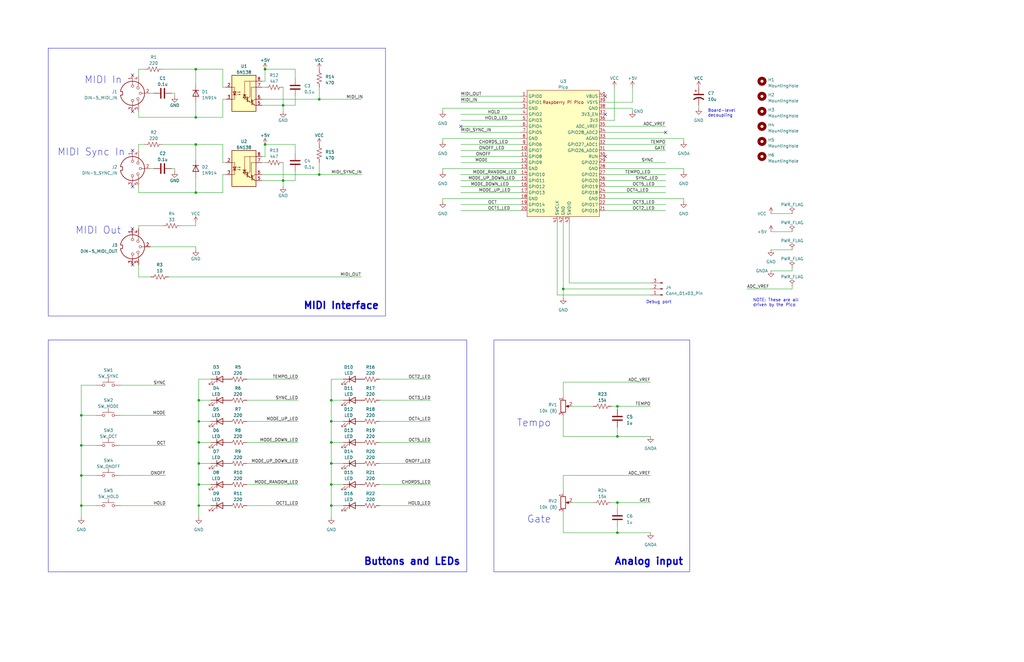
<source format=kicad_sch>
(kicad_sch (version 20230121) (generator eeschema)

  (uuid d64c7fe7-a82c-43eb-967a-547451d5fe1c)

  (paper "B")

  (title_block
    (title "Midi Arpeggiator v1.1")
    (rev "A")
    (company "Lars Ahlzen")
  )

  (lib_symbols
    (symbol "Connector:Conn_01x03_Pin" (pin_names (offset 1.016) hide) (in_bom yes) (on_board yes)
      (property "Reference" "J" (at 0 5.08 0)
        (effects (font (size 1.27 1.27)))
      )
      (property "Value" "Conn_01x03_Pin" (at 0 -5.08 0)
        (effects (font (size 1.27 1.27)))
      )
      (property "Footprint" "" (at 0 0 0)
        (effects (font (size 1.27 1.27)) hide)
      )
      (property "Datasheet" "~" (at 0 0 0)
        (effects (font (size 1.27 1.27)) hide)
      )
      (property "ki_locked" "" (at 0 0 0)
        (effects (font (size 1.27 1.27)))
      )
      (property "ki_keywords" "connector" (at 0 0 0)
        (effects (font (size 1.27 1.27)) hide)
      )
      (property "ki_description" "Generic connector, single row, 01x03, script generated" (at 0 0 0)
        (effects (font (size 1.27 1.27)) hide)
      )
      (property "ki_fp_filters" "Connector*:*_1x??_*" (at 0 0 0)
        (effects (font (size 1.27 1.27)) hide)
      )
      (symbol "Conn_01x03_Pin_1_1"
        (polyline
          (pts
            (xy 1.27 -2.54)
            (xy 0.8636 -2.54)
          )
          (stroke (width 0.1524) (type default))
          (fill (type none))
        )
        (polyline
          (pts
            (xy 1.27 0)
            (xy 0.8636 0)
          )
          (stroke (width 0.1524) (type default))
          (fill (type none))
        )
        (polyline
          (pts
            (xy 1.27 2.54)
            (xy 0.8636 2.54)
          )
          (stroke (width 0.1524) (type default))
          (fill (type none))
        )
        (rectangle (start 0.8636 -2.413) (end 0 -2.667)
          (stroke (width 0.1524) (type default))
          (fill (type outline))
        )
        (rectangle (start 0.8636 0.127) (end 0 -0.127)
          (stroke (width 0.1524) (type default))
          (fill (type outline))
        )
        (rectangle (start 0.8636 2.667) (end 0 2.413)
          (stroke (width 0.1524) (type default))
          (fill (type outline))
        )
        (pin passive line (at 5.08 2.54 180) (length 3.81)
          (name "Pin_1" (effects (font (size 1.27 1.27))))
          (number "1" (effects (font (size 1.27 1.27))))
        )
        (pin passive line (at 5.08 0 180) (length 3.81)
          (name "Pin_2" (effects (font (size 1.27 1.27))))
          (number "2" (effects (font (size 1.27 1.27))))
        )
        (pin passive line (at 5.08 -2.54 180) (length 3.81)
          (name "Pin_3" (effects (font (size 1.27 1.27))))
          (number "3" (effects (font (size 1.27 1.27))))
        )
      )
    )
    (symbol "Connector:DIN-5_180degree" (pin_names (offset 1.016)) (in_bom yes) (on_board yes)
      (property "Reference" "J" (at 3.175 5.715 0)
        (effects (font (size 1.27 1.27)))
      )
      (property "Value" "DIN-5_180degree" (at 0 -6.35 0)
        (effects (font (size 1.27 1.27)))
      )
      (property "Footprint" "" (at 0 0 0)
        (effects (font (size 1.27 1.27)) hide)
      )
      (property "Datasheet" "http://www.mouser.com/ds/2/18/40_c091_abd_e-75918.pdf" (at 0 0 0)
        (effects (font (size 1.27 1.27)) hide)
      )
      (property "ki_keywords" "circular DIN connector stereo audio" (at 0 0 0)
        (effects (font (size 1.27 1.27)) hide)
      )
      (property "ki_description" "5-pin DIN connector (5-pin DIN-5 stereo)" (at 0 0 0)
        (effects (font (size 1.27 1.27)) hide)
      )
      (property "ki_fp_filters" "DIN*" (at 0 0 0)
        (effects (font (size 1.27 1.27)) hide)
      )
      (symbol "DIN-5_180degree_0_1"
        (arc (start -5.08 0) (mid -3.8609 -3.3364) (end -0.762 -5.08)
          (stroke (width 0.254) (type default))
          (fill (type none))
        )
        (circle (center -3.048 0) (radius 0.508)
          (stroke (width 0) (type default))
          (fill (type none))
        )
        (circle (center -2.286 2.286) (radius 0.508)
          (stroke (width 0) (type default))
          (fill (type none))
        )
        (polyline
          (pts
            (xy -5.08 0)
            (xy -3.556 0)
          )
          (stroke (width 0) (type default))
          (fill (type none))
        )
        (polyline
          (pts
            (xy 0 5.08)
            (xy 0 3.81)
          )
          (stroke (width 0) (type default))
          (fill (type none))
        )
        (polyline
          (pts
            (xy 5.08 0)
            (xy 3.556 0)
          )
          (stroke (width 0) (type default))
          (fill (type none))
        )
        (polyline
          (pts
            (xy -5.08 2.54)
            (xy -4.318 2.54)
            (xy -2.794 2.286)
          )
          (stroke (width 0) (type default))
          (fill (type none))
        )
        (polyline
          (pts
            (xy 5.08 2.54)
            (xy 4.318 2.54)
            (xy 2.794 2.286)
          )
          (stroke (width 0) (type default))
          (fill (type none))
        )
        (polyline
          (pts
            (xy -0.762 -4.953)
            (xy -0.762 -4.191)
            (xy 0.762 -4.191)
            (xy 0.762 -4.953)
          )
          (stroke (width 0.254) (type default))
          (fill (type none))
        )
        (circle (center 0 3.302) (radius 0.508)
          (stroke (width 0) (type default))
          (fill (type none))
        )
        (arc (start 0.762 -5.08) (mid 3.8685 -3.343) (end 5.08 0)
          (stroke (width 0.254) (type default))
          (fill (type none))
        )
        (circle (center 2.286 2.286) (radius 0.508)
          (stroke (width 0) (type default))
          (fill (type none))
        )
        (circle (center 3.048 0) (radius 0.508)
          (stroke (width 0) (type default))
          (fill (type none))
        )
        (arc (start 5.08 0) (mid 0 5.0579) (end -5.08 0)
          (stroke (width 0.254) (type default))
          (fill (type none))
        )
      )
      (symbol "DIN-5_180degree_1_1"
        (pin passive line (at -7.62 0 0) (length 2.54)
          (name "~" (effects (font (size 1.27 1.27))))
          (number "1" (effects (font (size 1.27 1.27))))
        )
        (pin passive line (at 0 7.62 270) (length 2.54)
          (name "~" (effects (font (size 1.27 1.27))))
          (number "2" (effects (font (size 1.27 1.27))))
        )
        (pin passive line (at 7.62 0 180) (length 2.54)
          (name "~" (effects (font (size 1.27 1.27))))
          (number "3" (effects (font (size 1.27 1.27))))
        )
        (pin passive line (at -7.62 2.54 0) (length 2.54)
          (name "~" (effects (font (size 1.27 1.27))))
          (number "4" (effects (font (size 1.27 1.27))))
        )
        (pin passive line (at 7.62 2.54 180) (length 2.54)
          (name "~" (effects (font (size 1.27 1.27))))
          (number "5" (effects (font (size 1.27 1.27))))
        )
      )
    )
    (symbol "Device:C" (pin_numbers hide) (pin_names (offset 0.254)) (in_bom yes) (on_board yes)
      (property "Reference" "C" (at 0.635 2.54 0)
        (effects (font (size 1.27 1.27)) (justify left))
      )
      (property "Value" "C" (at 0.635 -2.54 0)
        (effects (font (size 1.27 1.27)) (justify left))
      )
      (property "Footprint" "" (at 0.9652 -3.81 0)
        (effects (font (size 1.27 1.27)) hide)
      )
      (property "Datasheet" "~" (at 0 0 0)
        (effects (font (size 1.27 1.27)) hide)
      )
      (property "ki_keywords" "cap capacitor" (at 0 0 0)
        (effects (font (size 1.27 1.27)) hide)
      )
      (property "ki_description" "Unpolarized capacitor" (at 0 0 0)
        (effects (font (size 1.27 1.27)) hide)
      )
      (property "ki_fp_filters" "C_*" (at 0 0 0)
        (effects (font (size 1.27 1.27)) hide)
      )
      (symbol "C_0_1"
        (polyline
          (pts
            (xy -2.032 -0.762)
            (xy 2.032 -0.762)
          )
          (stroke (width 0.508) (type default))
          (fill (type none))
        )
        (polyline
          (pts
            (xy -2.032 0.762)
            (xy 2.032 0.762)
          )
          (stroke (width 0.508) (type default))
          (fill (type none))
        )
      )
      (symbol "C_1_1"
        (pin passive line (at 0 3.81 270) (length 2.794)
          (name "~" (effects (font (size 1.27 1.27))))
          (number "1" (effects (font (size 1.27 1.27))))
        )
        (pin passive line (at 0 -3.81 90) (length 2.794)
          (name "~" (effects (font (size 1.27 1.27))))
          (number "2" (effects (font (size 1.27 1.27))))
        )
      )
    )
    (symbol "Device:C_Polarized_US" (pin_numbers hide) (pin_names (offset 0.254) hide) (in_bom yes) (on_board yes)
      (property "Reference" "C" (at 0.635 2.54 0)
        (effects (font (size 1.27 1.27)) (justify left))
      )
      (property "Value" "C_Polarized_US" (at 0.635 -2.54 0)
        (effects (font (size 1.27 1.27)) (justify left))
      )
      (property "Footprint" "" (at 0 0 0)
        (effects (font (size 1.27 1.27)) hide)
      )
      (property "Datasheet" "~" (at 0 0 0)
        (effects (font (size 1.27 1.27)) hide)
      )
      (property "ki_keywords" "cap capacitor" (at 0 0 0)
        (effects (font (size 1.27 1.27)) hide)
      )
      (property "ki_description" "Polarized capacitor, US symbol" (at 0 0 0)
        (effects (font (size 1.27 1.27)) hide)
      )
      (property "ki_fp_filters" "CP_*" (at 0 0 0)
        (effects (font (size 1.27 1.27)) hide)
      )
      (symbol "C_Polarized_US_0_1"
        (polyline
          (pts
            (xy -2.032 0.762)
            (xy 2.032 0.762)
          )
          (stroke (width 0.508) (type default))
          (fill (type none))
        )
        (polyline
          (pts
            (xy -1.778 2.286)
            (xy -0.762 2.286)
          )
          (stroke (width 0) (type default))
          (fill (type none))
        )
        (polyline
          (pts
            (xy -1.27 1.778)
            (xy -1.27 2.794)
          )
          (stroke (width 0) (type default))
          (fill (type none))
        )
        (arc (start 2.032 -1.27) (mid 0 -0.5572) (end -2.032 -1.27)
          (stroke (width 0.508) (type default))
          (fill (type none))
        )
      )
      (symbol "C_Polarized_US_1_1"
        (pin passive line (at 0 3.81 270) (length 2.794)
          (name "~" (effects (font (size 1.27 1.27))))
          (number "1" (effects (font (size 1.27 1.27))))
        )
        (pin passive line (at 0 -3.81 90) (length 3.302)
          (name "~" (effects (font (size 1.27 1.27))))
          (number "2" (effects (font (size 1.27 1.27))))
        )
      )
    )
    (symbol "Device:D" (pin_numbers hide) (pin_names (offset 1.016) hide) (in_bom yes) (on_board yes)
      (property "Reference" "D" (at 0 2.54 0)
        (effects (font (size 1.27 1.27)))
      )
      (property "Value" "D" (at 0 -2.54 0)
        (effects (font (size 1.27 1.27)))
      )
      (property "Footprint" "" (at 0 0 0)
        (effects (font (size 1.27 1.27)) hide)
      )
      (property "Datasheet" "~" (at 0 0 0)
        (effects (font (size 1.27 1.27)) hide)
      )
      (property "Sim.Device" "D" (at 0 0 0)
        (effects (font (size 1.27 1.27)) hide)
      )
      (property "Sim.Pins" "1=K 2=A" (at 0 0 0)
        (effects (font (size 1.27 1.27)) hide)
      )
      (property "ki_keywords" "diode" (at 0 0 0)
        (effects (font (size 1.27 1.27)) hide)
      )
      (property "ki_description" "Diode" (at 0 0 0)
        (effects (font (size 1.27 1.27)) hide)
      )
      (property "ki_fp_filters" "TO-???* *_Diode_* *SingleDiode* D_*" (at 0 0 0)
        (effects (font (size 1.27 1.27)) hide)
      )
      (symbol "D_0_1"
        (polyline
          (pts
            (xy -1.27 1.27)
            (xy -1.27 -1.27)
          )
          (stroke (width 0.254) (type default))
          (fill (type none))
        )
        (polyline
          (pts
            (xy 1.27 0)
            (xy -1.27 0)
          )
          (stroke (width 0) (type default))
          (fill (type none))
        )
        (polyline
          (pts
            (xy 1.27 1.27)
            (xy 1.27 -1.27)
            (xy -1.27 0)
            (xy 1.27 1.27)
          )
          (stroke (width 0.254) (type default))
          (fill (type none))
        )
      )
      (symbol "D_1_1"
        (pin passive line (at -3.81 0 0) (length 2.54)
          (name "K" (effects (font (size 1.27 1.27))))
          (number "1" (effects (font (size 1.27 1.27))))
        )
        (pin passive line (at 3.81 0 180) (length 2.54)
          (name "A" (effects (font (size 1.27 1.27))))
          (number "2" (effects (font (size 1.27 1.27))))
        )
      )
    )
    (symbol "Device:LED" (pin_numbers hide) (pin_names (offset 1.016) hide) (in_bom yes) (on_board yes)
      (property "Reference" "D" (at 0 2.54 0)
        (effects (font (size 1.27 1.27)))
      )
      (property "Value" "LED" (at 0 -2.54 0)
        (effects (font (size 1.27 1.27)))
      )
      (property "Footprint" "" (at 0 0 0)
        (effects (font (size 1.27 1.27)) hide)
      )
      (property "Datasheet" "~" (at 0 0 0)
        (effects (font (size 1.27 1.27)) hide)
      )
      (property "ki_keywords" "LED diode" (at 0 0 0)
        (effects (font (size 1.27 1.27)) hide)
      )
      (property "ki_description" "Light emitting diode" (at 0 0 0)
        (effects (font (size 1.27 1.27)) hide)
      )
      (property "ki_fp_filters" "LED* LED_SMD:* LED_THT:*" (at 0 0 0)
        (effects (font (size 1.27 1.27)) hide)
      )
      (symbol "LED_0_1"
        (polyline
          (pts
            (xy -1.27 -1.27)
            (xy -1.27 1.27)
          )
          (stroke (width 0.254) (type default))
          (fill (type none))
        )
        (polyline
          (pts
            (xy -1.27 0)
            (xy 1.27 0)
          )
          (stroke (width 0) (type default))
          (fill (type none))
        )
        (polyline
          (pts
            (xy 1.27 -1.27)
            (xy 1.27 1.27)
            (xy -1.27 0)
            (xy 1.27 -1.27)
          )
          (stroke (width 0.254) (type default))
          (fill (type none))
        )
        (polyline
          (pts
            (xy -3.048 -0.762)
            (xy -4.572 -2.286)
            (xy -3.81 -2.286)
            (xy -4.572 -2.286)
            (xy -4.572 -1.524)
          )
          (stroke (width 0) (type default))
          (fill (type none))
        )
        (polyline
          (pts
            (xy -1.778 -0.762)
            (xy -3.302 -2.286)
            (xy -2.54 -2.286)
            (xy -3.302 -2.286)
            (xy -3.302 -1.524)
          )
          (stroke (width 0) (type default))
          (fill (type none))
        )
      )
      (symbol "LED_1_1"
        (pin passive line (at -3.81 0 0) (length 2.54)
          (name "K" (effects (font (size 1.27 1.27))))
          (number "1" (effects (font (size 1.27 1.27))))
        )
        (pin passive line (at 3.81 0 180) (length 2.54)
          (name "A" (effects (font (size 1.27 1.27))))
          (number "2" (effects (font (size 1.27 1.27))))
        )
      )
    )
    (symbol "Device:R_Potentiometer" (pin_names (offset 1.016) hide) (in_bom yes) (on_board yes)
      (property "Reference" "RV" (at -4.445 0 90)
        (effects (font (size 1.27 1.27)))
      )
      (property "Value" "R_Potentiometer" (at -2.54 0 90)
        (effects (font (size 1.27 1.27)))
      )
      (property "Footprint" "" (at 0 0 0)
        (effects (font (size 1.27 1.27)) hide)
      )
      (property "Datasheet" "~" (at 0 0 0)
        (effects (font (size 1.27 1.27)) hide)
      )
      (property "ki_keywords" "resistor variable" (at 0 0 0)
        (effects (font (size 1.27 1.27)) hide)
      )
      (property "ki_description" "Potentiometer" (at 0 0 0)
        (effects (font (size 1.27 1.27)) hide)
      )
      (property "ki_fp_filters" "Potentiometer*" (at 0 0 0)
        (effects (font (size 1.27 1.27)) hide)
      )
      (symbol "R_Potentiometer_0_1"
        (polyline
          (pts
            (xy 2.54 0)
            (xy 1.524 0)
          )
          (stroke (width 0) (type default))
          (fill (type none))
        )
        (polyline
          (pts
            (xy 1.143 0)
            (xy 2.286 0.508)
            (xy 2.286 -0.508)
            (xy 1.143 0)
          )
          (stroke (width 0) (type default))
          (fill (type outline))
        )
        (rectangle (start 1.016 2.54) (end -1.016 -2.54)
          (stroke (width 0.254) (type default))
          (fill (type none))
        )
      )
      (symbol "R_Potentiometer_1_1"
        (pin passive line (at 0 3.81 270) (length 1.27)
          (name "1" (effects (font (size 1.27 1.27))))
          (number "1" (effects (font (size 1.27 1.27))))
        )
        (pin passive line (at 3.81 0 180) (length 1.27)
          (name "2" (effects (font (size 1.27 1.27))))
          (number "2" (effects (font (size 1.27 1.27))))
        )
        (pin passive line (at 0 -3.81 90) (length 1.27)
          (name "3" (effects (font (size 1.27 1.27))))
          (number "3" (effects (font (size 1.27 1.27))))
        )
      )
    )
    (symbol "Device:R_US" (pin_numbers hide) (pin_names (offset 0)) (in_bom yes) (on_board yes)
      (property "Reference" "R" (at 2.54 0 90)
        (effects (font (size 1.27 1.27)))
      )
      (property "Value" "R_US" (at -2.54 0 90)
        (effects (font (size 1.27 1.27)))
      )
      (property "Footprint" "" (at 1.016 -0.254 90)
        (effects (font (size 1.27 1.27)) hide)
      )
      (property "Datasheet" "~" (at 0 0 0)
        (effects (font (size 1.27 1.27)) hide)
      )
      (property "ki_keywords" "R res resistor" (at 0 0 0)
        (effects (font (size 1.27 1.27)) hide)
      )
      (property "ki_description" "Resistor, US symbol" (at 0 0 0)
        (effects (font (size 1.27 1.27)) hide)
      )
      (property "ki_fp_filters" "R_*" (at 0 0 0)
        (effects (font (size 1.27 1.27)) hide)
      )
      (symbol "R_US_0_1"
        (polyline
          (pts
            (xy 0 -2.286)
            (xy 0 -2.54)
          )
          (stroke (width 0) (type default))
          (fill (type none))
        )
        (polyline
          (pts
            (xy 0 2.286)
            (xy 0 2.54)
          )
          (stroke (width 0) (type default))
          (fill (type none))
        )
        (polyline
          (pts
            (xy 0 -0.762)
            (xy 1.016 -1.143)
            (xy 0 -1.524)
            (xy -1.016 -1.905)
            (xy 0 -2.286)
          )
          (stroke (width 0) (type default))
          (fill (type none))
        )
        (polyline
          (pts
            (xy 0 0.762)
            (xy 1.016 0.381)
            (xy 0 0)
            (xy -1.016 -0.381)
            (xy 0 -0.762)
          )
          (stroke (width 0) (type default))
          (fill (type none))
        )
        (polyline
          (pts
            (xy 0 2.286)
            (xy 1.016 1.905)
            (xy 0 1.524)
            (xy -1.016 1.143)
            (xy 0 0.762)
          )
          (stroke (width 0) (type default))
          (fill (type none))
        )
      )
      (symbol "R_US_1_1"
        (pin passive line (at 0 3.81 270) (length 1.27)
          (name "~" (effects (font (size 1.27 1.27))))
          (number "1" (effects (font (size 1.27 1.27))))
        )
        (pin passive line (at 0 -3.81 90) (length 1.27)
          (name "~" (effects (font (size 1.27 1.27))))
          (number "2" (effects (font (size 1.27 1.27))))
        )
      )
    )
    (symbol "Isolator:6N138" (pin_names (offset 1.016) hide) (in_bom yes) (on_board yes)
      (property "Reference" "U" (at -4.064 8.89 0)
        (effects (font (size 1.27 1.27)))
      )
      (property "Value" "6N138" (at 2.286 8.89 0)
        (effects (font (size 1.27 1.27)))
      )
      (property "Footprint" "" (at 7.366 -7.62 0)
        (effects (font (size 1.27 1.27)) hide)
      )
      (property "Datasheet" "http://www.onsemi.com/pub/Collateral/HCPL2731-D.pdf" (at 7.366 -7.62 0)
        (effects (font (size 1.27 1.27)) hide)
      )
      (property "ki_keywords" "darlington optocoupler" (at 0 0 0)
        (effects (font (size 1.27 1.27)) hide)
      )
      (property "ki_description" "Low Input Current high Gain Split Darlington Optocouplers, -0.5V to 7V VDD, DIP-8" (at 0 0 0)
        (effects (font (size 1.27 1.27)) hide)
      )
      (property "ki_fp_filters" "DIP*W7.62mm* SMDIP*W9.53mm*" (at 0 0 0)
        (effects (font (size 1.27 1.27)) hide)
      )
      (symbol "6N138_0_1"
        (rectangle (start -5.08 7.62) (end 5.08 -7.62)
          (stroke (width 0.254) (type default))
          (fill (type background))
        )
        (polyline
          (pts
            (xy -4.572 -0.635)
            (xy -3.302 -0.635)
          )
          (stroke (width 0.254) (type default))
          (fill (type none))
        )
        (polyline
          (pts
            (xy 0.889 -0.635)
            (xy -0.381 -0.635)
          )
          (stroke (width 0.254) (type default))
          (fill (type none))
        )
        (polyline
          (pts
            (xy 1.397 -2.667)
            (xy 2.54 -3.81)
          )
          (stroke (width 0) (type default))
          (fill (type none))
        )
        (polyline
          (pts
            (xy 1.397 -2.413)
            (xy 2.54 -1.27)
          )
          (stroke (width 0) (type default))
          (fill (type none))
        )
        (polyline
          (pts
            (xy 2.54 -3.81)
            (xy 3.175 -3.81)
          )
          (stroke (width 0) (type default))
          (fill (type none))
        )
        (polyline
          (pts
            (xy 3.429 -3.937)
            (xy 4.572 -5.08)
          )
          (stroke (width 0) (type default))
          (fill (type none))
        )
        (polyline
          (pts
            (xy 3.429 -3.683)
            (xy 4.572 -2.54)
          )
          (stroke (width 0) (type default))
          (fill (type none))
        )
        (polyline
          (pts
            (xy 4.572 -5.08)
            (xy 5.08 -5.08)
          )
          (stroke (width 0) (type default))
          (fill (type none))
        )
        (polyline
          (pts
            (xy 4.572 -2.54)
            (xy 5.08 -2.54)
          )
          (stroke (width 0) (type default))
          (fill (type none))
        )
        (polyline
          (pts
            (xy 1.397 -1.524)
            (xy 1.397 -3.556)
            (xy 1.397 -3.556)
          )
          (stroke (width 0.3556) (type default))
          (fill (type none))
        )
        (polyline
          (pts
            (xy 2.54 -1.27)
            (xy 2.54 5.08)
            (xy 5.08 5.08)
          )
          (stroke (width 0) (type default))
          (fill (type none))
        )
        (polyline
          (pts
            (xy 3.429 -2.794)
            (xy 3.429 -4.826)
            (xy 3.429 -4.826)
          )
          (stroke (width 0.3556) (type default))
          (fill (type none))
        )
        (polyline
          (pts
            (xy 5.08 2.54)
            (xy 3.048 2.54)
            (xy 3.048 -3.81)
          )
          (stroke (width 0) (type default))
          (fill (type none))
        )
        (polyline
          (pts
            (xy -5.08 -2.54)
            (xy -3.937 -2.54)
            (xy -3.937 2.54)
            (xy -5.08 2.54)
          )
          (stroke (width 0) (type default))
          (fill (type none))
        )
        (polyline
          (pts
            (xy -3.937 -0.635)
            (xy -4.572 0.635)
            (xy -3.302 0.635)
            (xy -3.937 -0.635)
          )
          (stroke (width 0.254) (type default))
          (fill (type none))
        )
        (polyline
          (pts
            (xy 0.254 -0.635)
            (xy 0.889 -1.905)
            (xy -0.381 -1.905)
            (xy 0.254 -0.635)
          )
          (stroke (width 0.254) (type default))
          (fill (type none))
        )
        (polyline
          (pts
            (xy 1.27 -2.54)
            (xy 0.254 -2.54)
            (xy 0.254 5.08)
            (xy 2.54 5.08)
          )
          (stroke (width 0) (type default))
          (fill (type none))
        )
        (polyline
          (pts
            (xy 2.413 -3.683)
            (xy 2.159 -3.175)
            (xy 1.905 -3.429)
            (xy 2.413 -3.683)
          )
          (stroke (width 0) (type default))
          (fill (type none))
        )
        (polyline
          (pts
            (xy 4.445 -4.953)
            (xy 4.191 -4.445)
            (xy 3.937 -4.699)
            (xy 4.445 -4.953)
          )
          (stroke (width 0) (type default))
          (fill (type none))
        )
        (polyline
          (pts
            (xy -2.794 -0.508)
            (xy -1.524 -0.508)
            (xy -1.905 -0.635)
            (xy -1.905 -0.381)
            (xy -1.524 -0.508)
          )
          (stroke (width 0) (type default))
          (fill (type none))
        )
        (polyline
          (pts
            (xy -2.794 0.508)
            (xy -1.524 0.508)
            (xy -1.905 0.381)
            (xy -1.905 0.635)
            (xy -1.524 0.508)
          )
          (stroke (width 0) (type default))
          (fill (type none))
        )
      )
      (symbol "6N138_1_1"
        (pin no_connect line (at -5.08 5.08 0) (length 2.54) hide
          (name "NC" (effects (font (size 1.27 1.27))))
          (number "1" (effects (font (size 1.27 1.27))))
        )
        (pin passive line (at -7.62 2.54 0) (length 2.54)
          (name "C1" (effects (font (size 1.27 1.27))))
          (number "2" (effects (font (size 1.27 1.27))))
        )
        (pin passive line (at -7.62 -2.54 0) (length 2.54)
          (name "C2" (effects (font (size 1.27 1.27))))
          (number "3" (effects (font (size 1.27 1.27))))
        )
        (pin no_connect line (at -5.08 -5.08 0) (length 2.54) hide
          (name "NC" (effects (font (size 1.27 1.27))))
          (number "4" (effects (font (size 1.27 1.27))))
        )
        (pin passive line (at 7.62 -5.08 180) (length 2.54)
          (name "GND" (effects (font (size 1.27 1.27))))
          (number "5" (effects (font (size 1.27 1.27))))
        )
        (pin passive line (at 7.62 -2.54 180) (length 2.54)
          (name "VO2" (effects (font (size 1.27 1.27))))
          (number "6" (effects (font (size 1.27 1.27))))
        )
        (pin passive line (at 7.62 2.54 180) (length 2.54)
          (name "VO1" (effects (font (size 1.27 1.27))))
          (number "7" (effects (font (size 1.27 1.27))))
        )
        (pin passive line (at 7.62 5.08 180) (length 2.54)
          (name "VCC" (effects (font (size 1.27 1.27))))
          (number "8" (effects (font (size 1.27 1.27))))
        )
      )
    )
    (symbol "Mechanical:MountingHole" (pin_names (offset 1.016)) (in_bom yes) (on_board yes)
      (property "Reference" "H" (at 0 5.08 0)
        (effects (font (size 1.27 1.27)))
      )
      (property "Value" "MountingHole" (at 0 3.175 0)
        (effects (font (size 1.27 1.27)))
      )
      (property "Footprint" "" (at 0 0 0)
        (effects (font (size 1.27 1.27)) hide)
      )
      (property "Datasheet" "~" (at 0 0 0)
        (effects (font (size 1.27 1.27)) hide)
      )
      (property "ki_keywords" "mounting hole" (at 0 0 0)
        (effects (font (size 1.27 1.27)) hide)
      )
      (property "ki_description" "Mounting Hole without connection" (at 0 0 0)
        (effects (font (size 1.27 1.27)) hide)
      )
      (property "ki_fp_filters" "MountingHole*" (at 0 0 0)
        (effects (font (size 1.27 1.27)) hide)
      )
      (symbol "MountingHole_0_1"
        (circle (center 0 0) (radius 1.27)
          (stroke (width 1.27) (type default))
          (fill (type none))
        )
      )
    )
    (symbol "RP-Pico:Pico" (in_bom yes) (on_board yes)
      (property "Reference" "U" (at -13.97 27.94 0)
        (effects (font (size 1.27 1.27)))
      )
      (property "Value" "Pico" (at 0 19.05 0)
        (effects (font (size 1.27 1.27)))
      )
      (property "Footprint" "RPi_Pico:RPi_Pico_SMD_TH" (at 0 0 90)
        (effects (font (size 1.27 1.27)) hide)
      )
      (property "Datasheet" "" (at 0 0 0)
        (effects (font (size 1.27 1.27)) hide)
      )
      (symbol "Pico_0_0"
        (text "Raspberry Pi Pico" (at 0 21.59 0)
          (effects (font (size 1.27 1.27)))
        )
      )
      (symbol "Pico_0_1"
        (rectangle (start -15.24 26.67) (end 15.24 -26.67)
          (stroke (width 0) (type default))
          (fill (type background))
        )
      )
      (symbol "Pico_1_1"
        (pin bidirectional line (at -17.78 24.13 0) (length 2.54)
          (name "GPIO0" (effects (font (size 1.27 1.27))))
          (number "1" (effects (font (size 1.27 1.27))))
        )
        (pin bidirectional line (at -17.78 1.27 0) (length 2.54)
          (name "GPIO7" (effects (font (size 1.27 1.27))))
          (number "10" (effects (font (size 1.27 1.27))))
        )
        (pin bidirectional line (at -17.78 -1.27 0) (length 2.54)
          (name "GPIO8" (effects (font (size 1.27 1.27))))
          (number "11" (effects (font (size 1.27 1.27))))
        )
        (pin bidirectional line (at -17.78 -3.81 0) (length 2.54)
          (name "GPIO9" (effects (font (size 1.27 1.27))))
          (number "12" (effects (font (size 1.27 1.27))))
        )
        (pin power_in line (at -17.78 -6.35 0) (length 2.54)
          (name "GND" (effects (font (size 1.27 1.27))))
          (number "13" (effects (font (size 1.27 1.27))))
        )
        (pin bidirectional line (at -17.78 -8.89 0) (length 2.54)
          (name "GPIO10" (effects (font (size 1.27 1.27))))
          (number "14" (effects (font (size 1.27 1.27))))
        )
        (pin bidirectional line (at -17.78 -11.43 0) (length 2.54)
          (name "GPIO11" (effects (font (size 1.27 1.27))))
          (number "15" (effects (font (size 1.27 1.27))))
        )
        (pin bidirectional line (at -17.78 -13.97 0) (length 2.54)
          (name "GPIO12" (effects (font (size 1.27 1.27))))
          (number "16" (effects (font (size 1.27 1.27))))
        )
        (pin bidirectional line (at -17.78 -16.51 0) (length 2.54)
          (name "GPIO13" (effects (font (size 1.27 1.27))))
          (number "17" (effects (font (size 1.27 1.27))))
        )
        (pin power_in line (at -17.78 -19.05 0) (length 2.54)
          (name "GND" (effects (font (size 1.27 1.27))))
          (number "18" (effects (font (size 1.27 1.27))))
        )
        (pin bidirectional line (at -17.78 -21.59 0) (length 2.54)
          (name "GPIO14" (effects (font (size 1.27 1.27))))
          (number "19" (effects (font (size 1.27 1.27))))
        )
        (pin bidirectional line (at -17.78 21.59 0) (length 2.54)
          (name "GPIO1" (effects (font (size 1.27 1.27))))
          (number "2" (effects (font (size 1.27 1.27))))
        )
        (pin bidirectional line (at -17.78 -24.13 0) (length 2.54)
          (name "GPIO15" (effects (font (size 1.27 1.27))))
          (number "20" (effects (font (size 1.27 1.27))))
        )
        (pin bidirectional line (at 17.78 -24.13 180) (length 2.54)
          (name "GPIO16" (effects (font (size 1.27 1.27))))
          (number "21" (effects (font (size 1.27 1.27))))
        )
        (pin bidirectional line (at 17.78 -21.59 180) (length 2.54)
          (name "GPIO17" (effects (font (size 1.27 1.27))))
          (number "22" (effects (font (size 1.27 1.27))))
        )
        (pin power_in line (at 17.78 -19.05 180) (length 2.54)
          (name "GND" (effects (font (size 1.27 1.27))))
          (number "23" (effects (font (size 1.27 1.27))))
        )
        (pin bidirectional line (at 17.78 -16.51 180) (length 2.54)
          (name "GPIO18" (effects (font (size 1.27 1.27))))
          (number "24" (effects (font (size 1.27 1.27))))
        )
        (pin bidirectional line (at 17.78 -13.97 180) (length 2.54)
          (name "GPIO19" (effects (font (size 1.27 1.27))))
          (number "25" (effects (font (size 1.27 1.27))))
        )
        (pin bidirectional line (at 17.78 -11.43 180) (length 2.54)
          (name "GPIO20" (effects (font (size 1.27 1.27))))
          (number "26" (effects (font (size 1.27 1.27))))
        )
        (pin bidirectional line (at 17.78 -8.89 180) (length 2.54)
          (name "GPIO21" (effects (font (size 1.27 1.27))))
          (number "27" (effects (font (size 1.27 1.27))))
        )
        (pin power_in line (at 17.78 -6.35 180) (length 2.54)
          (name "GND" (effects (font (size 1.27 1.27))))
          (number "28" (effects (font (size 1.27 1.27))))
        )
        (pin bidirectional line (at 17.78 -3.81 180) (length 2.54)
          (name "GPIO22" (effects (font (size 1.27 1.27))))
          (number "29" (effects (font (size 1.27 1.27))))
        )
        (pin power_in line (at -17.78 19.05 0) (length 2.54)
          (name "GND" (effects (font (size 1.27 1.27))))
          (number "3" (effects (font (size 1.27 1.27))))
        )
        (pin input line (at 17.78 -1.27 180) (length 2.54)
          (name "RUN" (effects (font (size 1.27 1.27))))
          (number "30" (effects (font (size 1.27 1.27))))
        )
        (pin bidirectional line (at 17.78 1.27 180) (length 2.54)
          (name "GPIO26_ADC0" (effects (font (size 1.27 1.27))))
          (number "31" (effects (font (size 1.27 1.27))))
        )
        (pin bidirectional line (at 17.78 3.81 180) (length 2.54)
          (name "GPIO27_ADC1" (effects (font (size 1.27 1.27))))
          (number "32" (effects (font (size 1.27 1.27))))
        )
        (pin power_in line (at 17.78 6.35 180) (length 2.54)
          (name "AGND" (effects (font (size 1.27 1.27))))
          (number "33" (effects (font (size 1.27 1.27))))
        )
        (pin bidirectional line (at 17.78 8.89 180) (length 2.54)
          (name "GPIO28_ADC2" (effects (font (size 1.27 1.27))))
          (number "34" (effects (font (size 1.27 1.27))))
        )
        (pin power_in line (at 17.78 11.43 180) (length 2.54)
          (name "ADC_VREF" (effects (font (size 1.27 1.27))))
          (number "35" (effects (font (size 1.27 1.27))))
        )
        (pin power_in line (at 17.78 13.97 180) (length 2.54)
          (name "3V3" (effects (font (size 1.27 1.27))))
          (number "36" (effects (font (size 1.27 1.27))))
        )
        (pin input line (at 17.78 16.51 180) (length 2.54)
          (name "3V3_EN" (effects (font (size 1.27 1.27))))
          (number "37" (effects (font (size 1.27 1.27))))
        )
        (pin bidirectional line (at 17.78 19.05 180) (length 2.54)
          (name "GND" (effects (font (size 1.27 1.27))))
          (number "38" (effects (font (size 1.27 1.27))))
        )
        (pin power_in line (at 17.78 21.59 180) (length 2.54)
          (name "VSYS" (effects (font (size 1.27 1.27))))
          (number "39" (effects (font (size 1.27 1.27))))
        )
        (pin bidirectional line (at -17.78 16.51 0) (length 2.54)
          (name "GPIO2" (effects (font (size 1.27 1.27))))
          (number "4" (effects (font (size 1.27 1.27))))
        )
        (pin power_in line (at 17.78 24.13 180) (length 2.54)
          (name "VBUS" (effects (font (size 1.27 1.27))))
          (number "40" (effects (font (size 1.27 1.27))))
        )
        (pin input line (at -2.54 -29.21 90) (length 2.54)
          (name "SWCLK" (effects (font (size 1.27 1.27))))
          (number "41" (effects (font (size 1.27 1.27))))
        )
        (pin power_in line (at 0 -29.21 90) (length 2.54)
          (name "GND" (effects (font (size 1.27 1.27))))
          (number "42" (effects (font (size 1.27 1.27))))
        )
        (pin bidirectional line (at 2.54 -29.21 90) (length 2.54)
          (name "SWDIO" (effects (font (size 1.27 1.27))))
          (number "43" (effects (font (size 1.27 1.27))))
        )
        (pin bidirectional line (at -17.78 13.97 0) (length 2.54)
          (name "GPIO3" (effects (font (size 1.27 1.27))))
          (number "5" (effects (font (size 1.27 1.27))))
        )
        (pin bidirectional line (at -17.78 11.43 0) (length 2.54)
          (name "GPIO4" (effects (font (size 1.27 1.27))))
          (number "6" (effects (font (size 1.27 1.27))))
        )
        (pin bidirectional line (at -17.78 8.89 0) (length 2.54)
          (name "GPIO5" (effects (font (size 1.27 1.27))))
          (number "7" (effects (font (size 1.27 1.27))))
        )
        (pin power_in line (at -17.78 6.35 0) (length 2.54)
          (name "GND" (effects (font (size 1.27 1.27))))
          (number "8" (effects (font (size 1.27 1.27))))
        )
        (pin bidirectional line (at -17.78 3.81 0) (length 2.54)
          (name "GPIO6" (effects (font (size 1.27 1.27))))
          (number "9" (effects (font (size 1.27 1.27))))
        )
      )
    )
    (symbol "Switch:SW_Push" (pin_numbers hide) (pin_names (offset 1.016) hide) (in_bom yes) (on_board yes)
      (property "Reference" "SW" (at 1.27 2.54 0)
        (effects (font (size 1.27 1.27)) (justify left))
      )
      (property "Value" "SW_Push" (at 0 -1.524 0)
        (effects (font (size 1.27 1.27)))
      )
      (property "Footprint" "" (at 0 5.08 0)
        (effects (font (size 1.27 1.27)) hide)
      )
      (property "Datasheet" "~" (at 0 5.08 0)
        (effects (font (size 1.27 1.27)) hide)
      )
      (property "ki_keywords" "switch normally-open pushbutton push-button" (at 0 0 0)
        (effects (font (size 1.27 1.27)) hide)
      )
      (property "ki_description" "Push button switch, generic, two pins" (at 0 0 0)
        (effects (font (size 1.27 1.27)) hide)
      )
      (symbol "SW_Push_0_1"
        (circle (center -2.032 0) (radius 0.508)
          (stroke (width 0) (type default))
          (fill (type none))
        )
        (polyline
          (pts
            (xy 0 1.27)
            (xy 0 3.048)
          )
          (stroke (width 0) (type default))
          (fill (type none))
        )
        (polyline
          (pts
            (xy 2.54 1.27)
            (xy -2.54 1.27)
          )
          (stroke (width 0) (type default))
          (fill (type none))
        )
        (circle (center 2.032 0) (radius 0.508)
          (stroke (width 0) (type default))
          (fill (type none))
        )
        (pin passive line (at -5.08 0 0) (length 2.54)
          (name "1" (effects (font (size 1.27 1.27))))
          (number "1" (effects (font (size 1.27 1.27))))
        )
        (pin passive line (at 5.08 0 180) (length 2.54)
          (name "2" (effects (font (size 1.27 1.27))))
          (number "2" (effects (font (size 1.27 1.27))))
        )
      )
    )
    (symbol "power:+5V" (power) (pin_names (offset 0)) (in_bom yes) (on_board yes)
      (property "Reference" "#PWR" (at 0 -3.81 0)
        (effects (font (size 1.27 1.27)) hide)
      )
      (property "Value" "+5V" (at 0 3.556 0)
        (effects (font (size 1.27 1.27)))
      )
      (property "Footprint" "" (at 0 0 0)
        (effects (font (size 1.27 1.27)) hide)
      )
      (property "Datasheet" "" (at 0 0 0)
        (effects (font (size 1.27 1.27)) hide)
      )
      (property "ki_keywords" "global power" (at 0 0 0)
        (effects (font (size 1.27 1.27)) hide)
      )
      (property "ki_description" "Power symbol creates a global label with name \"+5V\"" (at 0 0 0)
        (effects (font (size 1.27 1.27)) hide)
      )
      (symbol "+5V_0_1"
        (polyline
          (pts
            (xy -0.762 1.27)
            (xy 0 2.54)
          )
          (stroke (width 0) (type default))
          (fill (type none))
        )
        (polyline
          (pts
            (xy 0 0)
            (xy 0 2.54)
          )
          (stroke (width 0) (type default))
          (fill (type none))
        )
        (polyline
          (pts
            (xy 0 2.54)
            (xy 0.762 1.27)
          )
          (stroke (width 0) (type default))
          (fill (type none))
        )
      )
      (symbol "+5V_1_1"
        (pin power_in line (at 0 0 90) (length 0) hide
          (name "+5V" (effects (font (size 1.27 1.27))))
          (number "1" (effects (font (size 1.27 1.27))))
        )
      )
    )
    (symbol "power:GND" (power) (pin_names (offset 0)) (in_bom yes) (on_board yes)
      (property "Reference" "#PWR" (at 0 -6.35 0)
        (effects (font (size 1.27 1.27)) hide)
      )
      (property "Value" "GND" (at 0 -3.81 0)
        (effects (font (size 1.27 1.27)))
      )
      (property "Footprint" "" (at 0 0 0)
        (effects (font (size 1.27 1.27)) hide)
      )
      (property "Datasheet" "" (at 0 0 0)
        (effects (font (size 1.27 1.27)) hide)
      )
      (property "ki_keywords" "global power" (at 0 0 0)
        (effects (font (size 1.27 1.27)) hide)
      )
      (property "ki_description" "Power symbol creates a global label with name \"GND\" , ground" (at 0 0 0)
        (effects (font (size 1.27 1.27)) hide)
      )
      (symbol "GND_0_1"
        (polyline
          (pts
            (xy 0 0)
            (xy 0 -1.27)
            (xy 1.27 -1.27)
            (xy 0 -2.54)
            (xy -1.27 -1.27)
            (xy 0 -1.27)
          )
          (stroke (width 0) (type default))
          (fill (type none))
        )
      )
      (symbol "GND_1_1"
        (pin power_in line (at 0 0 270) (length 0) hide
          (name "GND" (effects (font (size 1.27 1.27))))
          (number "1" (effects (font (size 1.27 1.27))))
        )
      )
    )
    (symbol "power:GNDA" (power) (pin_names (offset 0)) (in_bom yes) (on_board yes)
      (property "Reference" "#PWR" (at 0 -6.35 0)
        (effects (font (size 1.27 1.27)) hide)
      )
      (property "Value" "GNDA" (at 0 -3.81 0)
        (effects (font (size 1.27 1.27)))
      )
      (property "Footprint" "" (at 0 0 0)
        (effects (font (size 1.27 1.27)) hide)
      )
      (property "Datasheet" "" (at 0 0 0)
        (effects (font (size 1.27 1.27)) hide)
      )
      (property "ki_keywords" "global power" (at 0 0 0)
        (effects (font (size 1.27 1.27)) hide)
      )
      (property "ki_description" "Power symbol creates a global label with name \"GNDA\" , analog ground" (at 0 0 0)
        (effects (font (size 1.27 1.27)) hide)
      )
      (symbol "GNDA_0_1"
        (polyline
          (pts
            (xy 0 0)
            (xy 0 -1.27)
            (xy 1.27 -1.27)
            (xy 0 -2.54)
            (xy -1.27 -1.27)
            (xy 0 -1.27)
          )
          (stroke (width 0) (type default))
          (fill (type none))
        )
      )
      (symbol "GNDA_1_1"
        (pin power_in line (at 0 0 270) (length 0) hide
          (name "GNDA" (effects (font (size 1.27 1.27))))
          (number "1" (effects (font (size 1.27 1.27))))
        )
      )
    )
    (symbol "power:PWR_FLAG" (power) (pin_numbers hide) (pin_names (offset 0) hide) (in_bom yes) (on_board yes)
      (property "Reference" "#FLG" (at 0 1.905 0)
        (effects (font (size 1.27 1.27)) hide)
      )
      (property "Value" "PWR_FLAG" (at 0 3.81 0)
        (effects (font (size 1.27 1.27)))
      )
      (property "Footprint" "" (at 0 0 0)
        (effects (font (size 1.27 1.27)) hide)
      )
      (property "Datasheet" "~" (at 0 0 0)
        (effects (font (size 1.27 1.27)) hide)
      )
      (property "ki_keywords" "flag power" (at 0 0 0)
        (effects (font (size 1.27 1.27)) hide)
      )
      (property "ki_description" "Special symbol for telling ERC where power comes from" (at 0 0 0)
        (effects (font (size 1.27 1.27)) hide)
      )
      (symbol "PWR_FLAG_0_0"
        (pin power_out line (at 0 0 90) (length 0)
          (name "pwr" (effects (font (size 1.27 1.27))))
          (number "1" (effects (font (size 1.27 1.27))))
        )
      )
      (symbol "PWR_FLAG_0_1"
        (polyline
          (pts
            (xy 0 0)
            (xy 0 1.27)
            (xy -1.016 1.905)
            (xy 0 2.54)
            (xy 1.016 1.905)
            (xy 0 1.27)
          )
          (stroke (width 0) (type default))
          (fill (type none))
        )
      )
    )
    (symbol "power:VCC" (power) (pin_names (offset 0)) (in_bom yes) (on_board yes)
      (property "Reference" "#PWR" (at 0 -3.81 0)
        (effects (font (size 1.27 1.27)) hide)
      )
      (property "Value" "VCC" (at 0 3.81 0)
        (effects (font (size 1.27 1.27)))
      )
      (property "Footprint" "" (at 0 0 0)
        (effects (font (size 1.27 1.27)) hide)
      )
      (property "Datasheet" "" (at 0 0 0)
        (effects (font (size 1.27 1.27)) hide)
      )
      (property "ki_keywords" "global power" (at 0 0 0)
        (effects (font (size 1.27 1.27)) hide)
      )
      (property "ki_description" "Power symbol creates a global label with name \"VCC\"" (at 0 0 0)
        (effects (font (size 1.27 1.27)) hide)
      )
      (symbol "VCC_0_1"
        (polyline
          (pts
            (xy -0.762 1.27)
            (xy 0 2.54)
          )
          (stroke (width 0) (type default))
          (fill (type none))
        )
        (polyline
          (pts
            (xy 0 0)
            (xy 0 2.54)
          )
          (stroke (width 0) (type default))
          (fill (type none))
        )
        (polyline
          (pts
            (xy 0 2.54)
            (xy 0.762 1.27)
          )
          (stroke (width 0) (type default))
          (fill (type none))
        )
      )
      (symbol "VCC_1_1"
        (pin power_in line (at 0 0 90) (length 0) hide
          (name "VCC" (effects (font (size 1.27 1.27))))
          (number "1" (effects (font (size 1.27 1.27))))
        )
      )
    )
  )

  (junction (at 111.76 60.96) (diameter 0) (color 0 0 0 0)
    (uuid 0490cac8-8f5a-451a-8d89-6f1a0bce92ab)
  )
  (junction (at 82.55 81.28) (diameter 0) (color 0 0 0 0)
    (uuid 0c8e4984-1b7c-40a9-bdd6-8b173435e30a)
  )
  (junction (at 83.82 186.69) (diameter 0) (color 0 0 0 0)
    (uuid 0eec7112-67c8-450c-b911-72e808931df8)
  )
  (junction (at 83.82 204.47) (diameter 0) (color 0 0 0 0)
    (uuid 12eb1211-1397-468a-9658-b72e05fe9898)
  )
  (junction (at 134.62 73.66) (diameter 0) (color 0 0 0 0)
    (uuid 2516f1ac-e8b3-45fd-9a06-4687fe88e175)
  )
  (junction (at 34.29 187.96) (diameter 0) (color 0 0 0 0)
    (uuid 29bf867b-7e24-4c78-ac5a-b2c56cc87859)
  )
  (junction (at 260.35 171.45) (diameter 0) (color 0 0 0 0)
    (uuid 2ca8bef1-12d6-4568-bcae-d762410c7064)
  )
  (junction (at 119.38 44.45) (diameter 0) (color 0 0 0 0)
    (uuid 31bab269-f05d-4c1e-b855-ff661f9e0b0b)
  )
  (junction (at 139.7 177.8) (diameter 0) (color 0 0 0 0)
    (uuid 44e9fb87-1ca9-48d2-9f81-e74005c64c18)
  )
  (junction (at 139.7 195.58) (diameter 0) (color 0 0 0 0)
    (uuid 46d7879e-5a22-45c6-8d05-c1de84a6320b)
  )
  (junction (at 34.29 200.66) (diameter 0) (color 0 0 0 0)
    (uuid 53278715-0545-47c3-965c-03bafcf347dd)
  )
  (junction (at 83.82 168.91) (diameter 0) (color 0 0 0 0)
    (uuid 65fa4bbd-f0f0-4a0c-b6cb-1356e1d6e6e3)
  )
  (junction (at 237.49 121.92) (diameter 0) (color 0 0 0 0)
    (uuid 6bda3de1-aee8-42f0-8609-fca11e2ea40e)
  )
  (junction (at 139.7 213.36) (diameter 0) (color 0 0 0 0)
    (uuid 6f12ba72-8b7a-4bc3-9475-7abb0a21def2)
  )
  (junction (at 119.38 76.2) (diameter 0) (color 0 0 0 0)
    (uuid 72405a6c-cbf0-4e12-a43f-5ef6cbcd4148)
  )
  (junction (at 83.82 195.58) (diameter 0) (color 0 0 0 0)
    (uuid 78f03e4e-ffd6-4095-bd58-059372da41e5)
  )
  (junction (at 134.62 41.91) (diameter 0) (color 0 0 0 0)
    (uuid 7be8590e-b355-4225-9940-e366cecf1057)
  )
  (junction (at 83.82 177.8) (diameter 0) (color 0 0 0 0)
    (uuid 87d1214d-5545-4937-bcdd-98c400377e30)
  )
  (junction (at 260.35 212.09) (diameter 0) (color 0 0 0 0)
    (uuid 9137cef2-a629-4f6d-91ed-39f4dce8be3e)
  )
  (junction (at 34.29 213.36) (diameter 0) (color 0 0 0 0)
    (uuid a145f8b7-1657-4e42-bb57-d88bcbb83040)
  )
  (junction (at 139.7 186.69) (diameter 0) (color 0 0 0 0)
    (uuid a1ad78b7-9d01-4119-95c4-4fba85f16661)
  )
  (junction (at 111.76 29.21) (diameter 0) (color 0 0 0 0)
    (uuid a67ad168-5e15-4498-8036-3f636ede43b3)
  )
  (junction (at 82.55 60.96) (diameter 0) (color 0 0 0 0)
    (uuid a8e95080-1db5-436c-b4c6-2aca7a0f9bcf)
  )
  (junction (at 260.35 184.15) (diameter 0) (color 0 0 0 0)
    (uuid ac7d670f-1e9d-4eec-8dae-306adfffcd5a)
  )
  (junction (at 82.55 49.53) (diameter 0) (color 0 0 0 0)
    (uuid af748c7a-7f5f-4c70-96ab-e55c89a9b49e)
  )
  (junction (at 139.7 204.47) (diameter 0) (color 0 0 0 0)
    (uuid b5b94890-533c-4ad1-a604-20b7b8bc70ba)
  )
  (junction (at 34.29 175.26) (diameter 0) (color 0 0 0 0)
    (uuid bfd55781-cbd5-4d41-beb8-ff8b6a5e7f57)
  )
  (junction (at 260.35 224.79) (diameter 0) (color 0 0 0 0)
    (uuid d20fec1f-3188-49d0-a4fc-b3555f38927b)
  )
  (junction (at 82.55 29.21) (diameter 0) (color 0 0 0 0)
    (uuid d433dad9-13ac-4a49-83f0-aa2db15c2c8d)
  )
  (junction (at 139.7 168.91) (diameter 0) (color 0 0 0 0)
    (uuid e1ee9d73-77b1-4fec-b94b-5973095ad7c2)
  )
  (junction (at 83.82 213.36) (diameter 0) (color 0 0 0 0)
    (uuid e2634e29-4ace-4da2-809b-65f6d4525761)
  )

  (no_connect (at 255.27 48.26) (uuid 1c943c84-f9a0-428f-b2a0-1481279d9c46))
  (no_connect (at 194.31 53.34) (uuid 247f4504-fb0e-4f09-a26d-bc9362b68be9))
  (no_connect (at 55.88 111.76) (uuid 2e92d35b-06b0-4ca3-9011-438ad02a7020))
  (no_connect (at 55.88 63.5) (uuid 30d4369f-0d94-462a-86b3-451dd50f6762))
  (no_connect (at 255.27 40.64) (uuid 559ad4e1-3dbb-44e7-af9c-9e92f9fd13bc))
  (no_connect (at 55.88 31.75) (uuid 6c3f80d4-523f-4a57-a372-1c3cc93c0035))
  (no_connect (at 255.27 66.04) (uuid 9402756f-db7a-4df3-8d82-8b8559cc2b1e))
  (no_connect (at 55.88 78.74) (uuid bc8cf852-0394-4c05-ac00-af4a7d74b034))
  (no_connect (at 280.67 55.88) (uuid c98c59dc-9e57-4405-aad9-02d383d67725))
  (no_connect (at 55.88 96.52) (uuid f391ffcc-6ce4-421e-b59b-89e57b7d7501))
  (no_connect (at 55.88 46.99) (uuid f9274eb7-859a-4303-bbd9-dc87716483d6))

  (wire (pts (xy 257.81 212.09) (xy 260.35 212.09))
    (stroke (width 0) (type default))
    (uuid 00d4af78-44c0-4062-9284-33a1904541f8)
  )
  (wire (pts (xy 186.69 45.72) (xy 186.69 46.99))
    (stroke (width 0) (type default))
    (uuid 024216be-8d9e-43f7-819d-7eab1236b86e)
  )
  (wire (pts (xy 72.39 71.12) (xy 73.66 71.12))
    (stroke (width 0) (type default))
    (uuid 03b823eb-7543-469b-afa6-b2def1ce493a)
  )
  (wire (pts (xy 194.31 40.64) (xy 219.71 40.64))
    (stroke (width 0) (type default))
    (uuid 0475bde9-27f3-4140-ba6f-392bcb730cec)
  )
  (wire (pts (xy 255.27 83.82) (xy 288.29 83.82))
    (stroke (width 0) (type default))
    (uuid 07011488-29d8-4d01-95d8-7250e394e7e3)
  )
  (wire (pts (xy 255.27 43.18) (xy 266.7 43.18))
    (stroke (width 0) (type default))
    (uuid 070d99b6-5e19-44bc-be77-8f65c5da0fde)
  )
  (wire (pts (xy 260.35 171.45) (xy 274.32 171.45))
    (stroke (width 0) (type default))
    (uuid 083035ab-031b-41cc-80ae-ae133285863f)
  )
  (wire (pts (xy 73.66 71.12) (xy 73.66 72.39))
    (stroke (width 0) (type default))
    (uuid 0c3591dd-72e0-4852-80c1-b3583fd7be9f)
  )
  (wire (pts (xy 139.7 218.44) (xy 139.7 213.36))
    (stroke (width 0) (type default))
    (uuid 0ffa73c3-e75f-4a57-b07b-49a5fcf5f7de)
  )
  (wire (pts (xy 83.82 204.47) (xy 83.82 195.58))
    (stroke (width 0) (type default))
    (uuid 10e21147-40c6-4909-aa69-60e38b95e809)
  )
  (wire (pts (xy 255.27 76.2) (xy 280.67 76.2))
    (stroke (width 0) (type default))
    (uuid 116e7580-336d-4745-aeab-c40d88cc4944)
  )
  (wire (pts (xy 260.35 180.34) (xy 260.35 184.15))
    (stroke (width 0) (type default))
    (uuid 13ea7ad5-7007-470f-a41d-251fa5a203a5)
  )
  (wire (pts (xy 139.7 195.58) (xy 144.78 195.58))
    (stroke (width 0) (type default))
    (uuid 14425e61-3929-4585-8654-bb3e1a686f69)
  )
  (wire (pts (xy 95.25 73.66) (xy 93.98 73.66))
    (stroke (width 0) (type default))
    (uuid 157bcfd9-6340-4353-b96c-3308bd484652)
  )
  (wire (pts (xy 50.8 187.96) (xy 69.85 187.96))
    (stroke (width 0) (type default))
    (uuid 18b6e171-ea33-4096-902d-064616836e85)
  )
  (wire (pts (xy 139.7 168.91) (xy 139.7 160.02))
    (stroke (width 0) (type default))
    (uuid 190d1b5a-fc3a-41d2-a7d7-b1b8ef5f9e36)
  )
  (wire (pts (xy 71.12 116.84) (xy 152.4 116.84))
    (stroke (width 0) (type default))
    (uuid 192832cc-be11-491f-ba49-b0114dbdea10)
  )
  (wire (pts (xy 160.02 168.91) (xy 181.61 168.91))
    (stroke (width 0) (type default))
    (uuid 19e70645-2790-45da-b90b-ce5d1ab8236b)
  )
  (wire (pts (xy 110.49 44.45) (xy 119.38 44.45))
    (stroke (width 0) (type default))
    (uuid 20666685-f256-4985-a08e-f11fafd96cd4)
  )
  (wire (pts (xy 237.49 208.28) (xy 237.49 200.66))
    (stroke (width 0) (type default))
    (uuid 210cd181-7589-4c51-bce6-b3c912271b2e)
  )
  (wire (pts (xy 104.14 186.69) (xy 125.73 186.69))
    (stroke (width 0) (type default))
    (uuid 21174854-cdb4-4fb0-aab6-e917312974d7)
  )
  (wire (pts (xy 139.7 213.36) (xy 144.78 213.36))
    (stroke (width 0) (type default))
    (uuid 21fed83a-bce5-49d7-9020-97e2f115d0d4)
  )
  (wire (pts (xy 288.29 83.82) (xy 288.29 85.09))
    (stroke (width 0) (type default))
    (uuid 2279a185-0c00-4aa2-9357-c8680180d54e)
  )
  (wire (pts (xy 34.29 187.96) (xy 40.64 187.96))
    (stroke (width 0) (type default))
    (uuid 26fc8ccf-3923-4724-86bf-218aef088c05)
  )
  (wire (pts (xy 83.82 213.36) (xy 83.82 204.47))
    (stroke (width 0) (type default))
    (uuid 2bc53cd1-9a7a-4daf-ad5b-5932975a9aba)
  )
  (wire (pts (xy 260.35 212.09) (xy 260.35 214.63))
    (stroke (width 0) (type default))
    (uuid 2e922d8b-d742-4b00-afc3-11a542b780d7)
  )
  (wire (pts (xy 83.82 186.69) (xy 83.82 177.8))
    (stroke (width 0) (type default))
    (uuid 2f4736ee-5814-40d6-91d4-6f4ab1f93283)
  )
  (wire (pts (xy 82.55 81.28) (xy 93.98 81.28))
    (stroke (width 0) (type default))
    (uuid 2fadee0d-5cbe-471f-b56a-c6f2b4f7180c)
  )
  (wire (pts (xy 58.42 46.99) (xy 58.42 49.53))
    (stroke (width 0) (type default))
    (uuid 353ce322-302d-4387-96a8-54c6e45e6d93)
  )
  (wire (pts (xy 194.31 60.96) (xy 219.71 60.96))
    (stroke (width 0) (type default))
    (uuid 356a130e-105f-443c-98ec-af4230bc7164)
  )
  (wire (pts (xy 325.12 114.3) (xy 334.01 114.3))
    (stroke (width 0) (type default))
    (uuid 364c927f-e525-4152-a165-c3387aa1914b)
  )
  (wire (pts (xy 72.39 39.37) (xy 73.66 39.37))
    (stroke (width 0) (type default))
    (uuid 3898d04d-37d4-4d00-8238-a3c737c28157)
  )
  (wire (pts (xy 134.62 73.66) (xy 152.4 73.66))
    (stroke (width 0) (type default))
    (uuid 38f94cbe-9af8-4288-9136-605a822ad0a5)
  )
  (wire (pts (xy 219.71 83.82) (xy 186.69 83.82))
    (stroke (width 0) (type default))
    (uuid 3c984f01-5cae-4ae0-9438-9dd8e778bc08)
  )
  (wire (pts (xy 119.38 36.83) (xy 119.38 44.45))
    (stroke (width 0) (type default))
    (uuid 3d8ed53b-b5dd-415b-8922-aa77b19f6ca5)
  )
  (wire (pts (xy 255.27 78.74) (xy 280.67 78.74))
    (stroke (width 0) (type default))
    (uuid 400d4b27-36ce-4284-a19c-8578986491c8)
  )
  (wire (pts (xy 104.14 177.8) (xy 125.73 177.8))
    (stroke (width 0) (type default))
    (uuid 401b5936-157d-401c-a4d0-e0768617d611)
  )
  (wire (pts (xy 234.95 124.46) (xy 274.32 124.46))
    (stroke (width 0) (type default))
    (uuid 41497ec6-2045-4728-a841-70e70088f7ec)
  )
  (wire (pts (xy 124.46 29.21) (xy 111.76 29.21))
    (stroke (width 0) (type default))
    (uuid 41815fff-e2b3-4055-a3ba-754f4f71e419)
  )
  (wire (pts (xy 139.7 204.47) (xy 144.78 204.47))
    (stroke (width 0) (type default))
    (uuid 41a50eca-69a2-4807-bfb1-4198c0a9972f)
  )
  (wire (pts (xy 95.25 41.91) (xy 93.98 41.91))
    (stroke (width 0) (type default))
    (uuid 423d6050-e611-4160-8a09-2dcd17d71710)
  )
  (wire (pts (xy 58.42 63.5) (xy 58.42 60.96))
    (stroke (width 0) (type default))
    (uuid 432b1986-2ed0-482b-ab94-9b20021f45a2)
  )
  (wire (pts (xy 50.8 162.56) (xy 69.85 162.56))
    (stroke (width 0) (type default))
    (uuid 43d32e81-c0d7-4007-8a52-ded583da9b0e)
  )
  (wire (pts (xy 110.49 34.29) (xy 111.76 34.29))
    (stroke (width 0) (type default))
    (uuid 445b9514-5c01-4756-b6e0-c07cc73bd42a)
  )
  (wire (pts (xy 255.27 50.8) (xy 259.08 50.8))
    (stroke (width 0) (type default))
    (uuid 44719afc-eee2-4bec-a509-4ecd4dd85775)
  )
  (wire (pts (xy 34.29 200.66) (xy 34.29 187.96))
    (stroke (width 0) (type default))
    (uuid 45faaaaf-324c-462c-874a-25f2bd92be2a)
  )
  (wire (pts (xy 194.31 78.74) (xy 219.71 78.74))
    (stroke (width 0) (type default))
    (uuid 47ae1279-2219-471e-81c6-26d0bd02eaa5)
  )
  (wire (pts (xy 76.2 95.25) (xy 82.55 95.25))
    (stroke (width 0) (type default))
    (uuid 480714e8-41c3-434a-b3a8-0d7bcf1a591f)
  )
  (wire (pts (xy 260.35 222.25) (xy 260.35 224.79))
    (stroke (width 0) (type default))
    (uuid 4884a467-c097-4f9c-98bc-95ded3a1329c)
  )
  (wire (pts (xy 219.71 45.72) (xy 186.69 45.72))
    (stroke (width 0) (type default))
    (uuid 4934732c-09f7-4b53-bf43-7487d8ee69a6)
  )
  (wire (pts (xy 186.69 58.42) (xy 219.71 58.42))
    (stroke (width 0) (type default))
    (uuid 4e527e8c-f644-4614-906a-069f01383171)
  )
  (wire (pts (xy 83.82 213.36) (xy 88.9 213.36))
    (stroke (width 0) (type default))
    (uuid 50233745-2a87-4cc9-b5d5-cea28334b4e5)
  )
  (wire (pts (xy 255.27 60.96) (xy 280.67 60.96))
    (stroke (width 0) (type default))
    (uuid 50630ea5-3668-470d-a094-4042adad22c1)
  )
  (wire (pts (xy 160.02 213.36) (xy 181.61 213.36))
    (stroke (width 0) (type default))
    (uuid 50ac036f-9860-4cba-9357-b37607f8030c)
  )
  (wire (pts (xy 160.02 186.69) (xy 181.61 186.69))
    (stroke (width 0) (type default))
    (uuid 50e7d00a-22ce-42c8-9702-eac0f647abac)
  )
  (wire (pts (xy 82.55 104.14) (xy 82.55 105.41))
    (stroke (width 0) (type default))
    (uuid 5131f0a3-2b41-4358-baef-2ee61359f656)
  )
  (wire (pts (xy 194.31 76.2) (xy 219.71 76.2))
    (stroke (width 0) (type default))
    (uuid 514299ac-ad57-4329-9113-3418ceed1066)
  )
  (wire (pts (xy 194.31 63.5) (xy 219.71 63.5))
    (stroke (width 0) (type default))
    (uuid 53039052-6b4b-4663-aa58-68da25ee8c92)
  )
  (wire (pts (xy 134.62 41.91) (xy 152.4 41.91))
    (stroke (width 0) (type default))
    (uuid 536d752d-8fe0-463b-bd61-5f6a3e7ad6c1)
  )
  (wire (pts (xy 325.12 105.41) (xy 334.01 105.41))
    (stroke (width 0) (type default))
    (uuid 53a9b562-fcfa-4d91-b792-362113817a99)
  )
  (wire (pts (xy 63.5 39.37) (xy 64.77 39.37))
    (stroke (width 0) (type default))
    (uuid 53ba0353-8c8b-4119-972f-d691b683e080)
  )
  (wire (pts (xy 68.58 60.96) (xy 82.55 60.96))
    (stroke (width 0) (type default))
    (uuid 53fb65eb-698a-47de-93d4-c0591740fd28)
  )
  (wire (pts (xy 260.35 171.45) (xy 260.35 172.72))
    (stroke (width 0) (type default))
    (uuid 54aedfec-52fc-4b2c-8f86-045a28f6e9dd)
  )
  (wire (pts (xy 82.55 49.53) (xy 93.98 49.53))
    (stroke (width 0) (type default))
    (uuid 575fb8c5-1c90-4d4d-9c24-e3d758f2337f)
  )
  (wire (pts (xy 288.29 71.12) (xy 288.29 72.39))
    (stroke (width 0) (type default))
    (uuid 585dde94-f77f-4269-8804-6acbde5e48bc)
  )
  (wire (pts (xy 63.5 104.14) (xy 82.55 104.14))
    (stroke (width 0) (type default))
    (uuid 5c5f2b75-1aba-4edd-90c8-6fe06c9a6352)
  )
  (wire (pts (xy 82.55 60.96) (xy 93.98 60.96))
    (stroke (width 0) (type default))
    (uuid 5da439a5-da64-4a70-88ee-e8c794241bbb)
  )
  (wire (pts (xy 237.49 167.64) (xy 237.49 161.29))
    (stroke (width 0) (type default))
    (uuid 5f331481-3b8b-4332-acbd-ce1acb3aaf2d)
  )
  (wire (pts (xy 119.38 76.2) (xy 124.46 76.2))
    (stroke (width 0) (type default))
    (uuid 60035f3c-a9ba-4c7e-8b8b-cd484160ae89)
  )
  (wire (pts (xy 58.42 116.84) (xy 63.5 116.84))
    (stroke (width 0) (type default))
    (uuid 61f8776d-a5d6-4c8c-9c81-d57616170b8e)
  )
  (wire (pts (xy 237.49 93.98) (xy 237.49 121.92))
    (stroke (width 0) (type default))
    (uuid 61f92387-4a41-4b9c-aa24-c752eb50d938)
  )
  (wire (pts (xy 34.29 200.66) (xy 40.64 200.66))
    (stroke (width 0) (type default))
    (uuid 6399d59b-b40e-47b6-a1dc-c2a58c0b289a)
  )
  (wire (pts (xy 58.42 49.53) (xy 82.55 49.53))
    (stroke (width 0) (type default))
    (uuid 67975eb7-afd2-4c3a-927b-8ec9ca1b5821)
  )
  (wire (pts (xy 259.08 36.83) (xy 259.08 50.8))
    (stroke (width 0) (type default))
    (uuid 682c05be-1c7f-4388-aada-dee9b77c3e51)
  )
  (wire (pts (xy 194.31 48.26) (xy 219.71 48.26))
    (stroke (width 0) (type default))
    (uuid 68d14e38-8869-4581-9a48-283d80aacc8b)
  )
  (wire (pts (xy 104.14 204.47) (xy 125.73 204.47))
    (stroke (width 0) (type default))
    (uuid 6910495d-367a-4160-9361-21fa642d2f32)
  )
  (wire (pts (xy 83.82 160.02) (xy 88.9 160.02))
    (stroke (width 0) (type default))
    (uuid 693a8bc5-7174-4f6a-87e2-e60f19d2b6d9)
  )
  (wire (pts (xy 194.31 68.58) (xy 219.71 68.58))
    (stroke (width 0) (type default))
    (uuid 6a12f79e-59b5-499d-a567-9c088efe4b14)
  )
  (wire (pts (xy 237.49 121.92) (xy 274.32 121.92))
    (stroke (width 0) (type default))
    (uuid 6bf621fa-c54e-4bdf-ba85-40137125a429)
  )
  (wire (pts (xy 68.58 29.21) (xy 82.55 29.21))
    (stroke (width 0) (type default))
    (uuid 6ccc68be-6d62-4703-95e4-936821ca4bcf)
  )
  (wire (pts (xy 139.7 177.8) (xy 139.7 168.91))
    (stroke (width 0) (type default))
    (uuid 6cf856af-10ed-4c61-90b1-c8802552670d)
  )
  (wire (pts (xy 194.31 66.04) (xy 219.71 66.04))
    (stroke (width 0) (type default))
    (uuid 705fb2c1-321a-46bc-9adc-cbd7d79f73e6)
  )
  (wire (pts (xy 34.29 213.36) (xy 34.29 200.66))
    (stroke (width 0) (type default))
    (uuid 706d7c76-dda4-4c9d-9e8e-fd98d9f8b629)
  )
  (wire (pts (xy 160.02 177.8) (xy 181.61 177.8))
    (stroke (width 0) (type default))
    (uuid 726b1c47-8a14-4514-aca8-2ae6b0c902f2)
  )
  (wire (pts (xy 83.82 177.8) (xy 83.82 168.91))
    (stroke (width 0) (type default))
    (uuid 72bd161a-fbfc-412d-951a-d2357322a33a)
  )
  (wire (pts (xy 58.42 95.25) (xy 68.58 95.25))
    (stroke (width 0) (type default))
    (uuid 72c311fb-72c8-4326-8e5a-789e6e07312c)
  )
  (wire (pts (xy 255.27 63.5) (xy 280.67 63.5))
    (stroke (width 0) (type default))
    (uuid 72d80c1d-3a24-44b5-8ca7-5c409217e19d)
  )
  (wire (pts (xy 186.69 71.12) (xy 186.69 72.39))
    (stroke (width 0) (type default))
    (uuid 754dca34-aad9-412b-81ef-dc04e2214a6d)
  )
  (wire (pts (xy 194.31 86.36) (xy 219.71 86.36))
    (stroke (width 0) (type default))
    (uuid 77a4bfd8-c35b-4b0f-8a5b-92cb43ba7b09)
  )
  (wire (pts (xy 82.55 43.18) (xy 82.55 49.53))
    (stroke (width 0) (type default))
    (uuid 78ee8a1e-7922-4296-bdc4-2acf95171928)
  )
  (wire (pts (xy 241.3 171.45) (xy 250.19 171.45))
    (stroke (width 0) (type default))
    (uuid 794ef953-fd00-4f87-8a81-0a3e8cde5f06)
  )
  (wire (pts (xy 237.49 200.66) (xy 274.32 200.66))
    (stroke (width 0) (type default))
    (uuid 799a858e-948b-4fd3-ad2d-5840078f81fb)
  )
  (wire (pts (xy 139.7 186.69) (xy 139.7 177.8))
    (stroke (width 0) (type default))
    (uuid 7a9ff9fc-31ac-45c9-b55a-16aec6819a3a)
  )
  (wire (pts (xy 83.82 195.58) (xy 83.82 186.69))
    (stroke (width 0) (type default))
    (uuid 7b1c63bc-f00d-4003-b937-c735e77bf71e)
  )
  (wire (pts (xy 314.96 121.92) (xy 334.01 121.92))
    (stroke (width 0) (type default))
    (uuid 7b889877-d317-47c1-88bf-7724d21db7ce)
  )
  (wire (pts (xy 111.76 66.04) (xy 111.76 60.96))
    (stroke (width 0) (type default))
    (uuid 7c20d72f-360f-4cb3-805c-65e3a77e2d7a)
  )
  (wire (pts (xy 139.7 213.36) (xy 139.7 204.47))
    (stroke (width 0) (type default))
    (uuid 7f213a0d-f201-4db7-89b5-046c5599c914)
  )
  (wire (pts (xy 234.95 93.98) (xy 234.95 124.46))
    (stroke (width 0) (type default))
    (uuid 7f37f8e6-b7e6-4478-8242-4d9e93ba27e0)
  )
  (wire (pts (xy 255.27 45.72) (xy 266.7 45.72))
    (stroke (width 0) (type default))
    (uuid 7f8fbace-b632-4735-b481-db29ac176ca7)
  )
  (wire (pts (xy 104.14 160.02) (xy 125.73 160.02))
    (stroke (width 0) (type default))
    (uuid 80a20189-4997-452a-a7b7-0edfbff3f70d)
  )
  (wire (pts (xy 34.29 162.56) (xy 34.29 175.26))
    (stroke (width 0) (type default))
    (uuid 815e1afd-cc61-4769-849a-097b96e54d52)
  )
  (wire (pts (xy 93.98 68.58) (xy 93.98 60.96))
    (stroke (width 0) (type default))
    (uuid 81d661dc-47f8-4b75-ae6d-3c4e12a041fb)
  )
  (wire (pts (xy 110.49 68.58) (xy 111.76 68.58))
    (stroke (width 0) (type default))
    (uuid 8340b353-0b62-4360-be97-09bd6a7b8f66)
  )
  (wire (pts (xy 82.55 29.21) (xy 82.55 35.56))
    (stroke (width 0) (type default))
    (uuid 84df6f4c-d8f9-4b3c-ab2c-13596e7ec54c)
  )
  (wire (pts (xy 260.35 212.09) (xy 274.32 212.09))
    (stroke (width 0) (type default))
    (uuid 86446d81-0ec4-4dd2-9b59-2b559c26dbed)
  )
  (wire (pts (xy 139.7 195.58) (xy 139.7 186.69))
    (stroke (width 0) (type default))
    (uuid 86e54dba-3707-4d97-8074-194e045eb13a)
  )
  (wire (pts (xy 294.64 44.45) (xy 294.64 45.72))
    (stroke (width 0) (type default))
    (uuid 896824ec-1fe3-4d46-b292-0b4692858026)
  )
  (wire (pts (xy 237.49 184.15) (xy 260.35 184.15))
    (stroke (width 0) (type default))
    (uuid 89badfb0-296d-478b-bccd-53550503ce2c)
  )
  (wire (pts (xy 139.7 160.02) (xy 144.78 160.02))
    (stroke (width 0) (type default))
    (uuid 8b38ead1-ea04-4aec-8cbe-b393102732c1)
  )
  (wire (pts (xy 83.82 204.47) (xy 88.9 204.47))
    (stroke (width 0) (type default))
    (uuid 8cda2f62-9903-4a0c-b71d-873813f648a7)
  )
  (wire (pts (xy 260.35 184.15) (xy 274.32 184.15))
    (stroke (width 0) (type default))
    (uuid 8e92b645-0918-4e78-9cbc-4175b5deca43)
  )
  (wire (pts (xy 288.29 58.42) (xy 288.29 59.69))
    (stroke (width 0) (type default))
    (uuid 8f8db75e-cdfb-4e39-a070-d8df1f3d0f2d)
  )
  (wire (pts (xy 160.02 204.47) (xy 181.61 204.47))
    (stroke (width 0) (type default))
    (uuid 8fa59126-b026-4468-9329-6f796b807e42)
  )
  (wire (pts (xy 266.7 45.72) (xy 266.7 46.99))
    (stroke (width 0) (type default))
    (uuid 9158d0c6-c106-4910-8876-6ba490dd46a6)
  )
  (wire (pts (xy 257.81 171.45) (xy 260.35 171.45))
    (stroke (width 0) (type default))
    (uuid 9244cdda-2bbc-45a2-a474-08ef8462529a)
  )
  (wire (pts (xy 82.55 29.21) (xy 93.98 29.21))
    (stroke (width 0) (type default))
    (uuid 93720224-b6c7-420c-ae01-34312f3f7297)
  )
  (wire (pts (xy 63.5 71.12) (xy 64.77 71.12))
    (stroke (width 0) (type default))
    (uuid 94eb70a7-6f07-44f7-b7d8-6f5c02672823)
  )
  (wire (pts (xy 110.49 41.91) (xy 134.62 41.91))
    (stroke (width 0) (type default))
    (uuid 952119c5-5d6f-4071-aeb7-13eb59ebd70e)
  )
  (wire (pts (xy 124.46 33.02) (xy 124.46 29.21))
    (stroke (width 0) (type default))
    (uuid 961fa9f1-4891-49b1-8a4f-1944d7c3269f)
  )
  (wire (pts (xy 82.55 60.96) (xy 82.55 67.31))
    (stroke (width 0) (type default))
    (uuid 967fe77a-5359-4243-b02f-d599647a8491)
  )
  (wire (pts (xy 124.46 76.2) (xy 124.46 72.39))
    (stroke (width 0) (type default))
    (uuid 9683ef58-9235-4455-8475-7f62755a00f3)
  )
  (wire (pts (xy 124.46 44.45) (xy 124.46 40.64))
    (stroke (width 0) (type default))
    (uuid 99c9a90e-d5f1-4eff-badc-f9c008750764)
  )
  (wire (pts (xy 325.12 90.17) (xy 334.01 90.17))
    (stroke (width 0) (type default))
    (uuid 9af1a1a4-bb9d-44b1-9c30-bfca9a20673c)
  )
  (wire (pts (xy 34.29 218.44) (xy 34.29 213.36))
    (stroke (width 0) (type default))
    (uuid 9b03145d-ce32-41a3-8b07-bf845fb5305a)
  )
  (wire (pts (xy 139.7 204.47) (xy 139.7 195.58))
    (stroke (width 0) (type default))
    (uuid 9c27a0f0-3a1d-49e1-8fec-44f9a241e5f0)
  )
  (wire (pts (xy 255.27 53.34) (xy 280.67 53.34))
    (stroke (width 0) (type default))
    (uuid 9c9b343c-9a3b-4662-9752-10977a9b0995)
  )
  (wire (pts (xy 58.42 60.96) (xy 60.96 60.96))
    (stroke (width 0) (type default))
    (uuid 9d7a9baa-97f0-4148-a87e-4c50ea73ac0f)
  )
  (wire (pts (xy 110.49 76.2) (xy 119.38 76.2))
    (stroke (width 0) (type default))
    (uuid 9d9b6733-635f-4784-9d3b-385643045a35)
  )
  (wire (pts (xy 58.42 96.52) (xy 58.42 95.25))
    (stroke (width 0) (type default))
    (uuid a35d6785-cf6a-402e-9087-43ca7295c507)
  )
  (wire (pts (xy 139.7 168.91) (xy 144.78 168.91))
    (stroke (width 0) (type default))
    (uuid a38fd4bb-11da-406a-b225-ba13bc7ccd72)
  )
  (wire (pts (xy 255.27 88.9) (xy 280.67 88.9))
    (stroke (width 0) (type default))
    (uuid a4fb0f83-775b-4d80-8c4c-dea809af9334)
  )
  (wire (pts (xy 194.31 81.28) (xy 219.71 81.28))
    (stroke (width 0) (type default))
    (uuid a54842c8-52e5-4535-a768-69013c8f06c9)
  )
  (wire (pts (xy 34.29 187.96) (xy 34.29 175.26))
    (stroke (width 0) (type default))
    (uuid a7bf6a52-88d6-48fa-a237-d716af532fcf)
  )
  (wire (pts (xy 194.31 55.88) (xy 219.71 55.88))
    (stroke (width 0) (type default))
    (uuid a86ff8c7-7e2a-4697-92b9-a8fa82e4e363)
  )
  (wire (pts (xy 194.31 73.66) (xy 219.71 73.66))
    (stroke (width 0) (type default))
    (uuid a9509f0a-a732-4d69-940d-7ea7ec346b92)
  )
  (wire (pts (xy 255.27 55.88) (xy 280.67 55.88))
    (stroke (width 0) (type default))
    (uuid a9a79ea9-2b9b-4d06-a80e-d529c62514ec)
  )
  (wire (pts (xy 119.38 44.45) (xy 119.38 46.99))
    (stroke (width 0) (type default))
    (uuid a9e09291-2ef4-4c3b-b84a-3b53b8580a3b)
  )
  (wire (pts (xy 93.98 73.66) (xy 93.98 81.28))
    (stroke (width 0) (type default))
    (uuid ab186cff-ba94-4013-92ea-a3c1d2a82794)
  )
  (wire (pts (xy 83.82 218.44) (xy 83.82 213.36))
    (stroke (width 0) (type default))
    (uuid ab1b40f6-a5b6-4f38-9c77-873bf101573d)
  )
  (wire (pts (xy 50.8 175.26) (xy 69.85 175.26))
    (stroke (width 0) (type default))
    (uuid ab3bdd99-ffce-45d6-ac0d-94e851cf1ff6)
  )
  (wire (pts (xy 334.01 113.03) (xy 334.01 114.3))
    (stroke (width 0) (type default))
    (uuid ac5de1cd-db84-4925-b4d5-91308f5eb976)
  )
  (wire (pts (xy 58.42 78.74) (xy 58.42 81.28))
    (stroke (width 0) (type default))
    (uuid adf9fe4b-a896-4dca-981f-894347169a3e)
  )
  (wire (pts (xy 58.42 29.21) (xy 60.96 29.21))
    (stroke (width 0) (type default))
    (uuid af527206-1c8a-4fe6-b3b1-0414a7646796)
  )
  (wire (pts (xy 119.38 76.2) (xy 119.38 78.74))
    (stroke (width 0) (type default))
    (uuid afe8d50c-78db-4a12-9801-c89c4fde10bd)
  )
  (wire (pts (xy 237.49 161.29) (xy 274.32 161.29))
    (stroke (width 0) (type default))
    (uuid b28f9efd-7a11-484f-a8c6-35ae9f81b21f)
  )
  (wire (pts (xy 255.27 86.36) (xy 280.67 86.36))
    (stroke (width 0) (type default))
    (uuid b495d304-e5b9-4d97-8b8c-52808878520b)
  )
  (wire (pts (xy 194.31 88.9) (xy 219.71 88.9))
    (stroke (width 0) (type default))
    (uuid b4ace5c9-d815-48ab-86ab-dba528869681)
  )
  (wire (pts (xy 104.14 213.36) (xy 125.73 213.36))
    (stroke (width 0) (type default))
    (uuid b5829a55-6e9c-4a29-b581-388b50fcfc33)
  )
  (wire (pts (xy 334.01 120.65) (xy 334.01 121.92))
    (stroke (width 0) (type default))
    (uuid b5843111-c356-43a1-8324-fa6252974954)
  )
  (wire (pts (xy 83.82 177.8) (xy 88.9 177.8))
    (stroke (width 0) (type default))
    (uuid b64e8df8-12c6-4054-b5eb-00847ce40729)
  )
  (wire (pts (xy 160.02 195.58) (xy 181.61 195.58))
    (stroke (width 0) (type default))
    (uuid b7f8de33-09e4-4f38-830b-e23601d13ff8)
  )
  (wire (pts (xy 34.29 213.36) (xy 40.64 213.36))
    (stroke (width 0) (type default))
    (uuid ba44792f-26a2-47d5-9ddf-52854939ef93)
  )
  (wire (pts (xy 194.31 43.18) (xy 219.71 43.18))
    (stroke (width 0) (type default))
    (uuid bbaf45ff-1028-402f-a147-a50c1d486d73)
  )
  (wire (pts (xy 58.42 31.75) (xy 58.42 29.21))
    (stroke (width 0) (type default))
    (uuid bf7e8a7b-6e00-4816-8319-d0cc45225662)
  )
  (wire (pts (xy 83.82 168.91) (xy 83.82 160.02))
    (stroke (width 0) (type default))
    (uuid bfc4f95c-1ede-4ae7-bd23-6200f6eb31a6)
  )
  (wire (pts (xy 237.49 121.92) (xy 237.49 125.73))
    (stroke (width 0) (type default))
    (uuid c056d24f-a9c6-47d0-98d6-ba38de9ee5c9)
  )
  (wire (pts (xy 82.55 95.25) (xy 82.55 93.98))
    (stroke (width 0) (type default))
    (uuid c1700627-0946-43b9-acf4-9bd47bad21ef)
  )
  (wire (pts (xy 93.98 41.91) (xy 93.98 49.53))
    (stroke (width 0) (type default))
    (uuid c3127fef-4310-44d5-a27a-6a69bfc9344b)
  )
  (wire (pts (xy 110.49 66.04) (xy 111.76 66.04))
    (stroke (width 0) (type default))
    (uuid c4cf553e-071d-49ef-8e57-dc55345274d4)
  )
  (wire (pts (xy 119.38 44.45) (xy 124.46 44.45))
    (stroke (width 0) (type default))
    (uuid c6aad6f1-1332-4862-a9ce-3fa650584b77)
  )
  (wire (pts (xy 95.25 68.58) (xy 93.98 68.58))
    (stroke (width 0) (type default))
    (uuid c71fec43-2d2b-4fb7-a202-e7ac600191f5)
  )
  (wire (pts (xy 124.46 64.77) (xy 124.46 60.96))
    (stroke (width 0) (type default))
    (uuid c87fa56c-3e74-474b-8bb4-f7336b52e35e)
  )
  (wire (pts (xy 237.49 215.9) (xy 237.49 224.79))
    (stroke (width 0) (type default))
    (uuid c9562d3d-3559-4f5e-aada-e6c3f00752e2)
  )
  (wire (pts (xy 186.69 71.12) (xy 219.71 71.12))
    (stroke (width 0) (type default))
    (uuid ca878d74-1121-4878-af0f-04cbe46ecb9f)
  )
  (wire (pts (xy 93.98 36.83) (xy 93.98 29.21))
    (stroke (width 0) (type default))
    (uuid cc1c2068-4d64-4588-b5d8-1246c9b7cc10)
  )
  (wire (pts (xy 34.29 175.26) (xy 40.64 175.26))
    (stroke (width 0) (type default))
    (uuid d0e7950e-95b8-4ac0-8be6-8b18a433fe95)
  )
  (wire (pts (xy 240.03 119.38) (xy 274.32 119.38))
    (stroke (width 0) (type default))
    (uuid d13c170a-e1bf-4489-a13e-548115372ea6)
  )
  (wire (pts (xy 325.12 97.79) (xy 334.01 97.79))
    (stroke (width 0) (type default))
    (uuid d22382db-981c-4adb-90a6-e5edbe7ff28f)
  )
  (wire (pts (xy 104.14 195.58) (xy 125.73 195.58))
    (stroke (width 0) (type default))
    (uuid d5023c11-6ce6-4703-95c0-74b5cea7fb40)
  )
  (wire (pts (xy 110.49 73.66) (xy 134.62 73.66))
    (stroke (width 0) (type default))
    (uuid d57b6c91-d545-4670-a6f5-c3adc6e8b216)
  )
  (wire (pts (xy 186.69 58.42) (xy 186.69 59.69))
    (stroke (width 0) (type default))
    (uuid d5afdc55-82aa-4782-80d4-7ec127e33cb6)
  )
  (wire (pts (xy 50.8 200.66) (xy 69.85 200.66))
    (stroke (width 0) (type default))
    (uuid d73b3463-f90a-4976-9401-cf1ecd62793c)
  )
  (wire (pts (xy 139.7 186.69) (xy 144.78 186.69))
    (stroke (width 0) (type default))
    (uuid d7f8af33-3fae-407e-9a59-40048884f4b1)
  )
  (wire (pts (xy 95.25 36.83) (xy 93.98 36.83))
    (stroke (width 0) (type default))
    (uuid d8d685ee-087d-4b14-8d0c-989536ac4e87)
  )
  (wire (pts (xy 124.46 60.96) (xy 111.76 60.96))
    (stroke (width 0) (type default))
    (uuid daacd084-faf0-483a-a9e7-8701be93d5bc)
  )
  (wire (pts (xy 194.31 53.34) (xy 219.71 53.34))
    (stroke (width 0) (type default))
    (uuid db298524-ea02-4ae6-83b9-c953d1154cbb)
  )
  (wire (pts (xy 241.3 212.09) (xy 250.19 212.09))
    (stroke (width 0) (type default))
    (uuid db31647e-ac71-4cf9-9a7d-fb9465f72f17)
  )
  (wire (pts (xy 111.76 34.29) (xy 111.76 29.21))
    (stroke (width 0) (type default))
    (uuid debdd9ce-865f-4205-b1cb-0e2ba227f535)
  )
  (wire (pts (xy 237.49 175.26) (xy 237.49 184.15))
    (stroke (width 0) (type default))
    (uuid df7147e2-890c-401c-8c22-d76c05e32b9e)
  )
  (wire (pts (xy 266.7 36.83) (xy 266.7 43.18))
    (stroke (width 0) (type default))
    (uuid e318b56b-a45b-4d03-9c0e-d35b5eae18c6)
  )
  (wire (pts (xy 139.7 177.8) (xy 144.78 177.8))
    (stroke (width 0) (type default))
    (uuid e58d006d-3069-4d80-846e-9777903ae08b)
  )
  (wire (pts (xy 255.27 58.42) (xy 288.29 58.42))
    (stroke (width 0) (type default))
    (uuid e7076bef-4035-44d1-9adf-d8cb728a2748)
  )
  (wire (pts (xy 40.64 162.56) (xy 34.29 162.56))
    (stroke (width 0) (type default))
    (uuid e7720e2d-e368-4a28-8f04-d285ac326434)
  )
  (wire (pts (xy 194.31 50.8) (xy 219.71 50.8))
    (stroke (width 0) (type default))
    (uuid e7796518-7179-4d11-bcec-f8803876720e)
  )
  (wire (pts (xy 58.42 111.76) (xy 58.42 116.84))
    (stroke (width 0) (type default))
    (uuid e84c9e7c-6ac1-48d6-a463-2810c802bb8f)
  )
  (wire (pts (xy 134.62 41.91) (xy 134.62 36.83))
    (stroke (width 0) (type default))
    (uuid e84f1275-569f-49cc-a7fa-94f860d7db6a)
  )
  (wire (pts (xy 50.8 213.36) (xy 69.85 213.36))
    (stroke (width 0) (type default))
    (uuid e96dc6db-bf6d-475e-ab9d-43a5bc35b377)
  )
  (wire (pts (xy 83.82 186.69) (xy 88.9 186.69))
    (stroke (width 0) (type default))
    (uuid e9aa236e-8eeb-4ef8-8775-502e246a5217)
  )
  (wire (pts (xy 260.35 224.79) (xy 274.32 224.79))
    (stroke (width 0) (type default))
    (uuid ea2465b9-ce91-4b0b-9adb-ab6ba43e5c8e)
  )
  (wire (pts (xy 160.02 160.02) (xy 181.61 160.02))
    (stroke (width 0) (type default))
    (uuid ea891fd4-17d5-4f64-95d4-2c3cc9bfd31d)
  )
  (wire (pts (xy 134.62 73.66) (xy 134.62 68.58))
    (stroke (width 0) (type default))
    (uuid ec4661c5-09db-45b9-ad3b-b6618fdf0b99)
  )
  (wire (pts (xy 255.27 71.12) (xy 288.29 71.12))
    (stroke (width 0) (type default))
    (uuid ec750441-e920-4814-80d6-76dee3328086)
  )
  (wire (pts (xy 255.27 73.66) (xy 280.67 73.66))
    (stroke (width 0) (type default))
    (uuid f0ed08ac-8e5a-4c44-a089-58770718c4a3)
  )
  (wire (pts (xy 104.14 168.91) (xy 125.73 168.91))
    (stroke (width 0) (type default))
    (uuid f0fb7bc2-9925-4800-8bc5-bee0c5caec13)
  )
  (wire (pts (xy 119.38 68.58) (xy 119.38 76.2))
    (stroke (width 0) (type default))
    (uuid f12a6edb-d85e-42e1-be7d-878fd68f6f25)
  )
  (wire (pts (xy 186.69 83.82) (xy 186.69 85.09))
    (stroke (width 0) (type default))
    (uuid f4b01996-d331-4a4f-9adc-562c49a9a64d)
  )
  (wire (pts (xy 240.03 93.98) (xy 240.03 119.38))
    (stroke (width 0) (type default))
    (uuid f563db56-1f4a-4fed-a8b3-6b75d5f5d43c)
  )
  (wire (pts (xy 83.82 195.58) (xy 88.9 195.58))
    (stroke (width 0) (type default))
    (uuid f571a963-5e91-4fcc-8b90-884096354119)
  )
  (wire (pts (xy 237.49 224.79) (xy 260.35 224.79))
    (stroke (width 0) (type default))
    (uuid f92d1bd1-6fe4-4c62-9b0b-aca63d03e885)
  )
  (wire (pts (xy 83.82 168.91) (xy 88.9 168.91))
    (stroke (width 0) (type default))
    (uuid f9dc4312-52e1-4309-ac82-3fe3d2cc7e3b)
  )
  (wire (pts (xy 73.66 39.37) (xy 73.66 40.64))
    (stroke (width 0) (type default))
    (uuid f9fce4fa-e25e-4341-85aa-67d65ed82418)
  )
  (wire (pts (xy 58.42 81.28) (xy 82.55 81.28))
    (stroke (width 0) (type default))
    (uuid fa5bd3b6-50b7-4ded-a2af-d7660c1e71b7)
  )
  (wire (pts (xy 110.49 36.83) (xy 111.76 36.83))
    (stroke (width 0) (type default))
    (uuid fb62a780-7bde-4c2b-bd52-73d96900d6aa)
  )
  (wire (pts (xy 255.27 68.58) (xy 280.67 68.58))
    (stroke (width 0) (type default))
    (uuid fdfab9f7-d2a4-4bb3-a82e-8d496c7b53cc)
  )
  (wire (pts (xy 82.55 74.93) (xy 82.55 81.28))
    (stroke (width 0) (type default))
    (uuid fee3c0df-ea74-4bd5-bed9-1323e9c82f0e)
  )
  (wire (pts (xy 255.27 81.28) (xy 280.67 81.28))
    (stroke (width 0) (type default))
    (uuid fffcf6f3-9b81-46c4-bbfb-8894399309fa)
  )

  (rectangle (start 208.28 143.51) (end 290.83 241.3)
    (stroke (width 0) (type default))
    (fill (type none))
    (uuid 1e0b8051-473c-4dd1-a676-0a74a4f21b2f)
  )
  (rectangle (start 20.32 143.51) (end 196.85 241.3)
    (stroke (width 0) (type default))
    (fill (type none))
    (uuid 3707cf06-48bc-4ccc-aab9-d951d9b3a2cc)
  )
  (rectangle (start 20.32 20.32) (end 162.56 133.35)
    (stroke (width 0) (type default))
    (fill (type none))
    (uuid 99a39cab-232a-4b8a-83f1-4316762c769f)
  )

  (text "Gate" (at 232.41 220.98 0)
    (effects (font (size 3 3)) (justify right bottom))
    (uuid 12834cf3-9135-41d7-b727-a4f0feefc3c1)
  )
  (text "Board-level\ndecoupling" (at 298.45 49.53 0)
    (effects (font (size 1.27 1.27)) (justify left bottom))
    (uuid 3208df03-cab5-41b8-995a-7d3e341e965e)
  )
  (text "Buttons and LEDs" (at 194.31 238.76 0)
    (effects (font (size 3 3) (thickness 0.6) bold) (justify right bottom))
    (uuid 3bcb31b9-cef6-4150-9f2a-bdcdddc54fee)
  )
  (text "MIDI In\n" (at 35.56 35.56 0)
    (effects (font (size 3 3)) (justify left bottom))
    (uuid 57397751-1547-4046-ab32-3136f1b3acdd)
  )
  (text "MIDI Out" (at 31.75 99.06 0)
    (effects (font (size 3 3)) (justify left bottom))
    (uuid 7d40d380-d3fc-4da3-aa1c-5fef7fa6b135)
  )
  (text "NOTE: These are all\ndriven by the Pico" (at 317.5 129.54 0)
    (effects (font (size 1.27 1.27)) (justify left bottom))
    (uuid 94edc7bd-8701-42ed-bc96-f3989b338f4a)
  )
  (text "Tempo" (at 232.41 180.34 0)
    (effects (font (size 3 3)) (justify right bottom))
    (uuid 98a2a5a9-44f4-4eb0-b9d8-62653c83c9b2)
  )
  (text "Analog input" (at 288.29 238.76 0)
    (effects (font (size 3 3) (thickness 0.6) bold) (justify right bottom))
    (uuid a2075f12-49ac-4862-a7aa-c7e20192917f)
  )
  (text "MIDI Interface" (at 160.02 130.81 0)
    (effects (font (size 3 3) (thickness 0.6) bold) (justify right bottom))
    (uuid bcc6fb98-5477-4c6e-891a-f0bfd66a9040)
  )
  (text "MIDI Sync In" (at 24.13 66.04 0)
    (effects (font (size 3 3)) (justify left bottom))
    (uuid d2cf43d1-ce9d-4040-a199-d8b514ce2b94)
  )
  (text "Debug port" (at 283.21 128.27 0)
    (effects (font (size 1.27 1.27)) (justify right bottom))
    (uuid d66c407e-9ee8-46e8-9d53-6e21705ac4a9)
  )

  (label "MODE_DOWN_LED" (at 125.73 186.69 180) (fields_autoplaced)
    (effects (font (size 1.27 1.27)) (justify right bottom))
    (uuid 069ac837-27ca-46a8-a288-7b438af66dbe)
  )
  (label "MODE" (at 205.74 68.58 180) (fields_autoplaced)
    (effects (font (size 1.27 1.27)) (justify right bottom))
    (uuid 0ac088d3-71c6-405a-8f33-2aae6aac57f6)
  )
  (label "MIDI_SYNC_IN" (at 139.7 73.66 0) (fields_autoplaced)
    (effects (font (size 1.27 1.27)) (justify left bottom))
    (uuid 0f672191-28e2-4454-9c42-34a5dffb4490)
  )
  (label "HOLD_LED" (at 204.47 50.8 0) (fields_autoplaced)
    (effects (font (size 1.27 1.27)) (justify left bottom))
    (uuid 14ff2138-28b5-4bbd-924b-321ae207b7fc)
  )
  (label "OCT3_LED" (at 266.7 86.36 0) (fields_autoplaced)
    (effects (font (size 1.27 1.27)) (justify left bottom))
    (uuid 1f37fc6a-2900-4cd3-adeb-9024011d6530)
  )
  (label "MODE" (at 69.85 175.26 180) (fields_autoplaced)
    (effects (font (size 1.27 1.27)) (justify right bottom))
    (uuid 205c720c-84ee-4d12-bf65-2c8587856df4)
  )
  (label "MODE_RANDOM_LED" (at 199.39 73.66 0) (fields_autoplaced)
    (effects (font (size 1.27 1.27)) (justify left bottom))
    (uuid 22ea4423-09b3-4960-b30a-e6310e95300c)
  )
  (label "MODE_UP_DOWN_LED" (at 217.17 76.2 180) (fields_autoplaced)
    (effects (font (size 1.27 1.27)) (justify right bottom))
    (uuid 2723faa6-9f69-449d-adc6-9c877abf02a8)
  )
  (label "HOLD" (at 69.85 213.36 180) (fields_autoplaced)
    (effects (font (size 1.27 1.27)) (justify right bottom))
    (uuid 2b629d08-9916-458d-a9c3-ae0e2329258e)
  )
  (label "MIDI_OUT" (at 194.31 40.64 0) (fields_autoplaced)
    (effects (font (size 1.27 1.27)) (justify left bottom))
    (uuid 2b945144-5bf4-4416-9563-d23e6c5dc098)
  )
  (label "OCT4_LED" (at 264.16 81.28 0) (fields_autoplaced)
    (effects (font (size 1.27 1.27)) (justify left bottom))
    (uuid 2e44b33c-476f-46ed-8f87-c6a774fe6616)
  )
  (label "MIDI_IN" (at 194.31 43.18 0) (fields_autoplaced)
    (effects (font (size 1.27 1.27)) (justify left bottom))
    (uuid 30669671-64cc-4f53-af73-bfe9ed19851b)
  )
  (label "CHORDS_LED" (at 201.93 60.96 0) (fields_autoplaced)
    (effects (font (size 1.27 1.27)) (justify left bottom))
    (uuid 33923a4f-5688-45c1-bf87-07db4a56c59a)
  )
  (label "TEMPO_LED" (at 125.73 160.02 180) (fields_autoplaced)
    (effects (font (size 1.27 1.27)) (justify right bottom))
    (uuid 384a126d-1ac4-41ce-96f5-e67078e6e3d1)
  )
  (label "HOLD" (at 210.82 48.26 180) (fields_autoplaced)
    (effects (font (size 1.27 1.27)) (justify right bottom))
    (uuid 385d0f1c-9604-4f31-865e-64cd1b0fca2f)
  )
  (label "SYNC" (at 69.85 162.56 180) (fields_autoplaced)
    (effects (font (size 1.27 1.27)) (justify right bottom))
    (uuid 433d4c8e-02ac-49c5-b63d-f127d04322b4)
  )
  (label "MODE_RANDOM_LED" (at 125.73 204.47 180) (fields_autoplaced)
    (effects (font (size 1.27 1.27)) (justify right bottom))
    (uuid 47e65875-67de-4928-939d-658f1a390310)
  )
  (label "ONOFF" (at 207.01 66.04 180) (fields_autoplaced)
    (effects (font (size 1.27 1.27)) (justify right bottom))
    (uuid 4adea125-58c7-451e-941b-88f888c86ed5)
  )
  (label "SYNC_LED" (at 267.97 76.2 0) (fields_autoplaced)
    (effects (font (size 1.27 1.27)) (justify left bottom))
    (uuid 4cf4c0c4-7ea1-4969-9f67-f75997c1c551)
  )
  (label "MODE_UP_DOWN_LED" (at 125.73 195.58 180) (fields_autoplaced)
    (effects (font (size 1.27 1.27)) (justify right bottom))
    (uuid 4ea80e84-ba26-440c-a064-2f5a5e780f78)
  )
  (label "OCT1_LED" (at 205.74 88.9 0) (fields_autoplaced)
    (effects (font (size 1.27 1.27)) (justify left bottom))
    (uuid 555ff23b-02db-4ade-aeab-ae161e5a9317)
  )
  (label "MODE_UP_LED" (at 201.93 81.28 0) (fields_autoplaced)
    (effects (font (size 1.27 1.27)) (justify left bottom))
    (uuid 591cc59b-ebf5-4622-bdf1-c35e188c7f68)
  )
  (label "TEMPO_LED" (at 274.32 73.66 180) (fields_autoplaced)
    (effects (font (size 1.27 1.27)) (justify right bottom))
    (uuid 600ed32a-b0bb-4533-b16a-bd3d14452a41)
  )
  (label "HOLD_LED" (at 181.61 213.36 180) (fields_autoplaced)
    (effects (font (size 1.27 1.27)) (justify right bottom))
    (uuid 62fa52d1-2bea-4dc4-9bcf-229cc2a2009d)
  )
  (label "OCT5_LED" (at 266.7 78.74 0) (fields_autoplaced)
    (effects (font (size 1.27 1.27)) (justify left bottom))
    (uuid 6453d89c-7605-42cb-bf3c-d6b35d3855fa)
  )
  (label "OCT2_LED" (at 266.7 88.9 0) (fields_autoplaced)
    (effects (font (size 1.27 1.27)) (justify left bottom))
    (uuid 64696cd1-98a2-476f-a16a-a2d5d4096610)
  )
  (label "GATE" (at 274.32 212.09 180) (fields_autoplaced)
    (effects (font (size 1.27 1.27)) (justify right bottom))
    (uuid 6c906d34-073b-4096-9634-4b14dad8e34a)
  )
  (label "ADC_VREF" (at 274.32 200.66 180) (fields_autoplaced)
    (effects (font (size 1.27 1.27)) (justify right bottom))
    (uuid 6d85c4e5-5081-40cc-ba59-40db3a219ad6)
  )
  (label "MIDI_OUT" (at 143.51 116.84 0) (fields_autoplaced)
    (effects (font (size 1.27 1.27)) (justify left bottom))
    (uuid 6e22d85f-3de9-4062-83da-d569c9fb10f3)
  )
  (label "ADC_VREF" (at 280.67 53.34 180) (fields_autoplaced)
    (effects (font (size 1.27 1.27)) (justify right bottom))
    (uuid 7ec38bdd-6519-4250-9bc1-e6bdeb29cc90)
  )
  (label "MIDI_IN" (at 146.05 41.91 0) (fields_autoplaced)
    (effects (font (size 1.27 1.27)) (justify left bottom))
    (uuid 826c5cde-701b-4ba0-8f37-8c2ac6617f32)
  )
  (label "MODE_DOWN_LED" (at 214.63 78.74 180) (fields_autoplaced)
    (effects (font (size 1.27 1.27)) (justify right bottom))
    (uuid 85f9868c-989e-466a-9334-1815b1ebcf9e)
  )
  (label "ONOFF_LED" (at 181.61 195.58 180) (fields_autoplaced)
    (effects (font (size 1.27 1.27)) (justify right bottom))
    (uuid 875dc08d-8fa4-49f1-97a7-3ae4cad60549)
  )
  (label "ADC_VREF" (at 314.96 121.92 0) (fields_autoplaced)
    (effects (font (size 1.27 1.27)) (justify left bottom))
    (uuid 884db9d7-13d1-4ecf-935e-e614a253b560)
  )
  (label "ONOFF_LED" (at 201.93 63.5 0) (fields_autoplaced)
    (effects (font (size 1.27 1.27)) (justify left bottom))
    (uuid 8c3bbdc2-39dd-4f0d-b8e1-ea9c94c3a34d)
  )
  (label "OCT" (at 69.85 187.96 180) (fields_autoplaced)
    (effects (font (size 1.27 1.27)) (justify right bottom))
    (uuid 8ed2cf08-19c7-4f16-88b9-e2b147a20d2a)
  )
  (label "ONOFF" (at 69.85 200.66 180) (fields_autoplaced)
    (effects (font (size 1.27 1.27)) (justify right bottom))
    (uuid 92681c3c-e3a6-47f9-8b7f-ef474749fc61)
  )
  (label "OCT" (at 209.55 86.36 180) (fields_autoplaced)
    (effects (font (size 1.27 1.27)) (justify right bottom))
    (uuid 9c4ae7be-2c90-4bd5-aa72-a4ea5d40266d)
  )
  (label "MIDI_SYNC_IN" (at 194.31 55.88 0) (fields_autoplaced)
    (effects (font (size 1.27 1.27)) (justify left bottom))
    (uuid 9d720075-6a09-4a77-ad99-a8763c93ace0)
  )
  (label "OCT3_LED" (at 181.61 168.91 180) (fields_autoplaced)
    (effects (font (size 1.27 1.27)) (justify right bottom))
    (uuid a43cb225-c67f-48e1-8eb0-1782576cbfc0)
  )
  (label "GATE" (at 280.67 63.5 180) (fields_autoplaced)
    (effects (font (size 1.27 1.27)) (justify right bottom))
    (uuid a5b5b41c-5a68-4f27-bd9b-3b6db731cdf9)
  )
  (label "OCT2_LED" (at 181.61 160.02 180) (fields_autoplaced)
    (effects (font (size 1.27 1.27)) (justify right bottom))
    (uuid a8c68c10-6031-4a53-8993-9d485de910f2)
  )
  (label "TEMPO" (at 274.32 171.45 180) (fields_autoplaced)
    (effects (font (size 1.27 1.27)) (justify right bottom))
    (uuid b3a8dad1-f751-43fb-b303-04e21b5a03c7)
  )
  (label "OCT5_LED" (at 181.61 186.69 180) (fields_autoplaced)
    (effects (font (size 1.27 1.27)) (justify right bottom))
    (uuid b971a071-5ba9-4360-8b8c-a4ca9cb7f379)
  )
  (label "CHORDS_LED" (at 181.61 204.47 180) (fields_autoplaced)
    (effects (font (size 1.27 1.27)) (justify right bottom))
    (uuid bbef7f08-a249-4672-a810-e8d6c81ce011)
  )
  (label "OCT4_LED" (at 181.61 177.8 180) (fields_autoplaced)
    (effects (font (size 1.27 1.27)) (justify right bottom))
    (uuid c2540990-9b75-42f1-bc92-b00b72f2e191)
  )
  (label "ADC_VREF" (at 274.32 161.29 180) (fields_autoplaced)
    (effects (font (size 1.27 1.27)) (justify right bottom))
    (uuid cffc9529-9557-4528-8b92-bd1375b6e766)
  )
  (label "SYNC" (at 270.51 68.58 0) (fields_autoplaced)
    (effects (font (size 1.27 1.27)) (justify left bottom))
    (uuid d040039d-c371-4363-a830-a284a088a533)
  )
  (label "TEMPO" (at 280.67 60.96 180) (fields_autoplaced)
    (effects (font (size 1.27 1.27)) (justify right bottom))
    (uuid db9dd940-f2e9-43e2-a5be-ffedf3b98511)
  )
  (label "MODE_UP_LED" (at 125.73 177.8 180) (fields_autoplaced)
    (effects (font (size 1.27 1.27)) (justify right bottom))
    (uuid dd730ba4-b583-4229-bdb2-f8af0adf0dbe)
  )
  (label "OCT1_LED" (at 125.73 213.36 180) (fields_autoplaced)
    (effects (font (size 1.27 1.27)) (justify right bottom))
    (uuid ee74da1e-fa50-4acc-88ae-57faa397cbe9)
  )
  (label "SYNC_LED" (at 125.73 168.91 180) (fields_autoplaced)
    (effects (font (size 1.27 1.27)) (justify right bottom))
    (uuid f268bf40-b450-4301-addb-97ebf14b90e7)
  )

  (symbol (lib_id "power:PWR_FLAG") (at 334.01 113.03 0) (unit 1)
    (in_bom yes) (on_board yes) (dnp no) (fields_autoplaced)
    (uuid 0544e2a8-610d-4a64-9e63-eb9963a1ec8b)
    (property "Reference" "#FLG04" (at 334.01 111.125 0)
      (effects (font (size 1.27 1.27)) hide)
    )
    (property "Value" "PWR_FLAG" (at 334.01 109.22 0)
      (effects (font (size 1.27 1.27)))
    )
    (property "Footprint" "" (at 334.01 113.03 0)
      (effects (font (size 1.27 1.27)) hide)
    )
    (property "Datasheet" "~" (at 334.01 113.03 0)
      (effects (font (size 1.27 1.27)) hide)
    )
    (pin "1" (uuid 382c34a8-c09d-4ac2-897c-649e96e8413d))
    (instances
      (project "ArpeggiatorV1.1"
        (path "/d64c7fe7-a82c-43eb-967a-547451d5fe1c"
          (reference "#FLG04") (unit 1)
        )
      )
    )
  )

  (symbol (lib_id "Switch:SW_Push") (at 45.72 175.26 0) (unit 1)
    (in_bom yes) (on_board yes) (dnp no) (fields_autoplaced)
    (uuid 0cb349b8-4b60-4a3b-9dda-6dd8fea544cf)
    (property "Reference" "SW2" (at 45.72 168.91 0)
      (effects (font (size 1.27 1.27)))
    )
    (property "Value" "SW_MODE" (at 45.72 171.45 0)
      (effects (font (size 1.27 1.27)))
    )
    (property "Footprint" "Button_Switch_THT:SW_PUSH_6mm" (at 45.72 170.18 0)
      (effects (font (size 1.27 1.27)) hide)
    )
    (property "Datasheet" "~" (at 45.72 170.18 0)
      (effects (font (size 1.27 1.27)) hide)
    )
    (pin "1" (uuid 903abee2-7bd0-43b6-85a5-c2e75f96e9ab))
    (pin "2" (uuid 2ed73b35-c4a0-4db2-8d8c-8f84555943e8))
    (instances
      (project "ArpeggiatorV1.1"
        (path "/d64c7fe7-a82c-43eb-967a-547451d5fe1c"
          (reference "SW2") (unit 1)
        )
      )
    )
  )

  (symbol (lib_id "Device:C") (at 124.46 68.58 0) (unit 1)
    (in_bom yes) (on_board yes) (dnp no) (fields_autoplaced)
    (uuid 0d6d78ea-a984-43e9-8bc3-3aaf5a162739)
    (property "Reference" "C4" (at 128.27 67.945 0)
      (effects (font (size 1.27 1.27)) (justify left))
    )
    (property "Value" "0.1u" (at 128.27 70.485 0)
      (effects (font (size 1.27 1.27)) (justify left))
    )
    (property "Footprint" "Capacitor_THT:C_Disc_D3.0mm_W1.6mm_P2.50mm" (at 125.4252 72.39 0)
      (effects (font (size 1.27 1.27)) hide)
    )
    (property "Datasheet" "~" (at 124.46 68.58 0)
      (effects (font (size 1.27 1.27)) hide)
    )
    (pin "1" (uuid 8acd9967-99ca-438c-aee0-779b950b21bd))
    (pin "2" (uuid a719960f-bef9-4ceb-a27b-d6303287d4fe))
    (instances
      (project "ArpeggiatorV1.1"
        (path "/d64c7fe7-a82c-43eb-967a-547451d5fe1c"
          (reference "C4") (unit 1)
        )
      )
    )
  )

  (symbol (lib_id "Device:C") (at 260.35 176.53 0) (unit 1)
    (in_bom yes) (on_board yes) (dnp no) (fields_autoplaced)
    (uuid 112e75de-2a1f-4526-9bac-2e9824a2a869)
    (property "Reference" "C5" (at 264.16 175.895 0)
      (effects (font (size 1.27 1.27)) (justify left))
    )
    (property "Value" "1u" (at 264.16 178.435 0)
      (effects (font (size 1.27 1.27)) (justify left))
    )
    (property "Footprint" "Capacitor_THT:C_Disc_D3.0mm_W1.6mm_P2.50mm" (at 261.3152 180.34 0)
      (effects (font (size 1.27 1.27)) hide)
    )
    (property "Datasheet" "~" (at 260.35 176.53 0)
      (effects (font (size 1.27 1.27)) hide)
    )
    (pin "1" (uuid f12fb50e-0ac1-41d4-84fa-3b529dea94bf))
    (pin "2" (uuid 662357e6-e194-4169-a673-c1f7f42107bc))
    (instances
      (project "ArpeggiatorV1.1"
        (path "/d64c7fe7-a82c-43eb-967a-547451d5fe1c"
          (reference "C5") (unit 1)
        )
      )
    )
  )

  (symbol (lib_id "Device:R_US") (at 156.21 195.58 90) (unit 1)
    (in_bom yes) (on_board yes) (dnp no) (fields_autoplaced)
    (uuid 11721f63-a923-4831-b11a-2d5dcac5a197)
    (property "Reference" "R20" (at 156.21 190.5 90)
      (effects (font (size 1.27 1.27)))
    )
    (property "Value" "220" (at 156.21 193.04 90)
      (effects (font (size 1.27 1.27)))
    )
    (property "Footprint" "Resistor_THT:R_Axial_DIN0207_L6.3mm_D2.5mm_P10.16mm_Horizontal" (at 156.464 194.564 90)
      (effects (font (size 1.27 1.27)) hide)
    )
    (property "Datasheet" "~" (at 156.21 195.58 0)
      (effects (font (size 1.27 1.27)) hide)
    )
    (pin "1" (uuid 5730ccd1-16af-4e85-b11e-6df1863c1442))
    (pin "2" (uuid 3a068eaa-2253-426b-9049-a17d63c31575))
    (instances
      (project "ArpeggiatorV1.1"
        (path "/d64c7fe7-a82c-43eb-967a-547451d5fe1c"
          (reference "R20") (unit 1)
        )
      )
    )
  )

  (symbol (lib_id "Device:R_US") (at 100.33 204.47 90) (unit 1)
    (in_bom yes) (on_board yes) (dnp no) (fields_autoplaced)
    (uuid 1293189a-90d4-467e-8421-08fd18787b18)
    (property "Reference" "R10" (at 100.33 199.39 90)
      (effects (font (size 1.27 1.27)))
    )
    (property "Value" "220" (at 100.33 201.93 90)
      (effects (font (size 1.27 1.27)))
    )
    (property "Footprint" "Resistor_THT:R_Axial_DIN0207_L6.3mm_D2.5mm_P10.16mm_Horizontal" (at 100.584 203.454 90)
      (effects (font (size 1.27 1.27)) hide)
    )
    (property "Datasheet" "~" (at 100.33 204.47 0)
      (effects (font (size 1.27 1.27)) hide)
    )
    (pin "1" (uuid e33639b9-c10c-4ba1-a3b2-89a667cbec3d))
    (pin "2" (uuid 3f54a000-db76-454f-a73d-7a54bb4cdc6b))
    (instances
      (project "ArpeggiatorV1.1"
        (path "/d64c7fe7-a82c-43eb-967a-547451d5fe1c"
          (reference "R10") (unit 1)
        )
      )
    )
  )

  (symbol (lib_id "power:GND") (at 73.66 40.64 0) (unit 1)
    (in_bom yes) (on_board yes) (dnp no)
    (uuid 1444c2d0-7b47-4879-ba25-0e279df7ff28)
    (property "Reference" "#PWR02" (at 73.66 46.99 0)
      (effects (font (size 1.27 1.27)) hide)
    )
    (property "Value" "GND" (at 73.66 44.45 0)
      (effects (font (size 1.27 1.27)))
    )
    (property "Footprint" "" (at 73.66 40.64 0)
      (effects (font (size 1.27 1.27)) hide)
    )
    (property "Datasheet" "" (at 73.66 40.64 0)
      (effects (font (size 1.27 1.27)) hide)
    )
    (pin "1" (uuid 9bc3ecf6-7c41-4685-acb8-2bcc4f8af121))
    (instances
      (project "ArpeggiatorV1.1"
        (path "/d64c7fe7-a82c-43eb-967a-547451d5fe1c"
          (reference "#PWR02") (unit 1)
        )
      )
    )
  )

  (symbol (lib_id "power:+5V") (at 111.76 29.21 0) (unit 1)
    (in_bom yes) (on_board yes) (dnp no) (fields_autoplaced)
    (uuid 14ecdc45-e0d3-41e4-b1d4-195894727a61)
    (property "Reference" "#PWR07" (at 111.76 33.02 0)
      (effects (font (size 1.27 1.27)) hide)
    )
    (property "Value" "+5V" (at 111.76 25.4 0)
      (effects (font (size 1.27 1.27)))
    )
    (property "Footprint" "" (at 111.76 29.21 0)
      (effects (font (size 1.27 1.27)) hide)
    )
    (property "Datasheet" "" (at 111.76 29.21 0)
      (effects (font (size 1.27 1.27)) hide)
    )
    (pin "1" (uuid 59d00d66-9172-4219-a8b3-3074850d76e4))
    (instances
      (project "ArpeggiatorV1.1"
        (path "/d64c7fe7-a82c-43eb-967a-547451d5fe1c"
          (reference "#PWR07") (unit 1)
        )
      )
    )
  )

  (symbol (lib_id "power:GND") (at 325.12 105.41 0) (unit 1)
    (in_bom yes) (on_board yes) (dnp no) (fields_autoplaced)
    (uuid 15c8667a-f417-4843-aa18-7308b8b3457f)
    (property "Reference" "#PWR030" (at 325.12 111.76 0)
      (effects (font (size 1.27 1.27)) hide)
    )
    (property "Value" "GND" (at 325.12 110.49 0)
      (effects (font (size 1.27 1.27)))
    )
    (property "Footprint" "" (at 325.12 105.41 0)
      (effects (font (size 1.27 1.27)) hide)
    )
    (property "Datasheet" "" (at 325.12 105.41 0)
      (effects (font (size 1.27 1.27)) hide)
    )
    (pin "1" (uuid a569c773-5bf0-4764-9892-920290c40700))
    (instances
      (project "ArpeggiatorV1.1"
        (path "/d64c7fe7-a82c-43eb-967a-547451d5fe1c"
          (reference "#PWR030") (unit 1)
        )
      )
    )
  )

  (symbol (lib_id "power:+5V") (at 266.7 36.83 0) (unit 1)
    (in_bom yes) (on_board yes) (dnp no)
    (uuid 1812ab96-ba07-4171-8eaf-b3a2c9a34b46)
    (property "Reference" "#PWR019" (at 266.7 40.64 0)
      (effects (font (size 1.27 1.27)) hide)
    )
    (property "Value" "+5V" (at 266.7 33.02 0)
      (effects (font (size 1.27 1.27)))
    )
    (property "Footprint" "" (at 266.7 36.83 0)
      (effects (font (size 1.27 1.27)) hide)
    )
    (property "Datasheet" "" (at 266.7 36.83 0)
      (effects (font (size 1.27 1.27)) hide)
    )
    (pin "1" (uuid 91afad78-3152-4c7e-ab3f-8192d1e5b124))
    (instances
      (project "ArpeggiatorV1.1"
        (path "/d64c7fe7-a82c-43eb-967a-547451d5fe1c"
          (reference "#PWR019") (unit 1)
        )
      )
    )
  )

  (symbol (lib_id "Mechanical:MountingHole") (at 321.31 66.04 0) (unit 1)
    (in_bom yes) (on_board yes) (dnp no) (fields_autoplaced)
    (uuid 1af108c4-d5c2-45f6-b117-ead49f3216ad)
    (property "Reference" "H6" (at 323.85 65.405 0)
      (effects (font (size 1.27 1.27)) (justify left))
    )
    (property "Value" "MountingHole" (at 323.85 67.945 0)
      (effects (font (size 1.27 1.27)) (justify left))
    )
    (property "Footprint" "MountingHole:MountingHole_4mm" (at 321.31 66.04 0)
      (effects (font (size 1.27 1.27)) hide)
    )
    (property "Datasheet" "~" (at 321.31 66.04 0)
      (effects (font (size 1.27 1.27)) hide)
    )
    (instances
      (project "ArpeggiatorV1.1"
        (path "/d64c7fe7-a82c-43eb-967a-547451d5fe1c"
          (reference "H6") (unit 1)
        )
      )
    )
  )

  (symbol (lib_id "Connector:Conn_01x03_Pin") (at 279.4 121.92 180) (unit 1)
    (in_bom yes) (on_board yes) (dnp no) (fields_autoplaced)
    (uuid 203410c5-b3b6-4cb4-8e44-93eb15fb9a48)
    (property "Reference" "J4" (at 280.67 121.285 0)
      (effects (font (size 1.27 1.27)) (justify right))
    )
    (property "Value" "Conn_01x03_Pin" (at 280.67 123.825 0)
      (effects (font (size 1.27 1.27)) (justify right))
    )
    (property "Footprint" "Connector_PinHeader_2.54mm:PinHeader_1x03_P2.54mm_Horizontal" (at 279.4 121.92 0)
      (effects (font (size 1.27 1.27)) hide)
    )
    (property "Datasheet" "~" (at 279.4 121.92 0)
      (effects (font (size 1.27 1.27)) hide)
    )
    (pin "1" (uuid 051f8575-d0c1-4a5c-bfb3-df513a5a3882))
    (pin "2" (uuid b7eef5d1-a69b-48a2-a5d5-8dc9de1955fb))
    (pin "3" (uuid 84d9ac20-4023-479f-8566-5e2a1916dc84))
    (instances
      (project "ArpeggiatorV1.1"
        (path "/d64c7fe7-a82c-43eb-967a-547451d5fe1c"
          (reference "J4") (unit 1)
        )
      )
    )
  )

  (symbol (lib_id "power:VCC") (at 134.62 29.21 0) (unit 1)
    (in_bom yes) (on_board yes) (dnp no) (fields_autoplaced)
    (uuid 25640302-e260-42ed-a666-2c5a4fc8b0be)
    (property "Reference" "#PWR011" (at 134.62 33.02 0)
      (effects (font (size 1.27 1.27)) hide)
    )
    (property "Value" "VCC" (at 134.62 25.4 0)
      (effects (font (size 1.27 1.27)))
    )
    (property "Footprint" "" (at 134.62 29.21 0)
      (effects (font (size 1.27 1.27)) hide)
    )
    (property "Datasheet" "" (at 134.62 29.21 0)
      (effects (font (size 1.27 1.27)) hide)
    )
    (pin "1" (uuid dc01debe-a847-4b34-9cf6-2fbb52a4e856))
    (instances
      (project "ArpeggiatorV1.1"
        (path "/d64c7fe7-a82c-43eb-967a-547451d5fe1c"
          (reference "#PWR011") (unit 1)
        )
      )
    )
  )

  (symbol (lib_id "power:GNDA") (at 274.32 184.15 0) (unit 1)
    (in_bom yes) (on_board yes) (dnp no) (fields_autoplaced)
    (uuid 256d51fe-7539-468d-b34a-6a599eac0298)
    (property "Reference" "#PWR021" (at 274.32 190.5 0)
      (effects (font (size 1.27 1.27)) hide)
    )
    (property "Value" "GNDA" (at 274.32 189.23 0)
      (effects (font (size 1.27 1.27)))
    )
    (property "Footprint" "" (at 274.32 184.15 0)
      (effects (font (size 1.27 1.27)) hide)
    )
    (property "Datasheet" "" (at 274.32 184.15 0)
      (effects (font (size 1.27 1.27)) hide)
    )
    (pin "1" (uuid fb6ce47e-3937-4599-a714-308e38847746))
    (instances
      (project "ArpeggiatorV1.1"
        (path "/d64c7fe7-a82c-43eb-967a-547451d5fe1c"
          (reference "#PWR021") (unit 1)
        )
      )
    )
  )

  (symbol (lib_id "Device:R_US") (at 115.57 68.58 90) (unit 1)
    (in_bom yes) (on_board yes) (dnp no) (fields_autoplaced)
    (uuid 29583fc4-725e-453d-b862-9a8b3856c1cd)
    (property "Reference" "R13" (at 115.57 63.5 90)
      (effects (font (size 1.27 1.27)))
    )
    (property "Value" "4k7" (at 115.57 66.04 90)
      (effects (font (size 1.27 1.27)))
    )
    (property "Footprint" "Resistor_THT:R_Axial_DIN0207_L6.3mm_D2.5mm_P10.16mm_Horizontal" (at 115.824 67.564 90)
      (effects (font (size 1.27 1.27)) hide)
    )
    (property "Datasheet" "~" (at 115.57 68.58 0)
      (effects (font (size 1.27 1.27)) hide)
    )
    (pin "1" (uuid 27679eab-2444-49ff-b4ca-6d443caa5031))
    (pin "2" (uuid ab035450-0092-4f0c-9ddf-056e9dd7b0c9))
    (instances
      (project "ArpeggiatorV1.1"
        (path "/d64c7fe7-a82c-43eb-967a-547451d5fe1c"
          (reference "R13") (unit 1)
        )
      )
    )
  )

  (symbol (lib_id "power:GNDA") (at 288.29 59.69 0) (unit 1)
    (in_bom yes) (on_board yes) (dnp no) (fields_autoplaced)
    (uuid 2d13f66d-e70a-4f03-b3bc-b44bd10d70f9)
    (property "Reference" "#PWR025" (at 288.29 66.04 0)
      (effects (font (size 1.27 1.27)) hide)
    )
    (property "Value" "GNDA" (at 288.29 64.77 0)
      (effects (font (size 1.27 1.27)))
    )
    (property "Footprint" "" (at 288.29 59.69 0)
      (effects (font (size 1.27 1.27)) hide)
    )
    (property "Datasheet" "" (at 288.29 59.69 0)
      (effects (font (size 1.27 1.27)) hide)
    )
    (pin "1" (uuid 2ef4552a-8700-42ae-b9c7-333818f2fca7))
    (instances
      (project "ArpeggiatorV1.1"
        (path "/d64c7fe7-a82c-43eb-967a-547451d5fe1c"
          (reference "#PWR025") (unit 1)
        )
      )
    )
  )

  (symbol (lib_id "Device:LED") (at 148.59 213.36 0) (unit 1)
    (in_bom yes) (on_board yes) (dnp no) (fields_autoplaced)
    (uuid 2ee7fe60-225b-4f1a-8acc-baa1503bc7a6)
    (property "Reference" "D16" (at 147.0025 208.28 0)
      (effects (font (size 1.27 1.27)))
    )
    (property "Value" "LED" (at 147.0025 210.82 0)
      (effects (font (size 1.27 1.27)))
    )
    (property "Footprint" "LED_THT:LED_D3.0mm" (at 148.59 213.36 0)
      (effects (font (size 1.27 1.27)) hide)
    )
    (property "Datasheet" "~" (at 148.59 213.36 0)
      (effects (font (size 1.27 1.27)) hide)
    )
    (pin "1" (uuid a711e829-76f4-443d-8bdb-563b8832e84e))
    (pin "2" (uuid f3a208ae-1752-486f-b5f3-3e59f0c1640b))
    (instances
      (project "ArpeggiatorV1.1"
        (path "/d64c7fe7-a82c-43eb-967a-547451d5fe1c"
          (reference "D16") (unit 1)
        )
      )
    )
  )

  (symbol (lib_id "Device:R_US") (at 115.57 36.83 90) (unit 1)
    (in_bom yes) (on_board yes) (dnp no) (fields_autoplaced)
    (uuid 310a0deb-294c-4b1f-bc9e-945c29d1f986)
    (property "Reference" "R12" (at 115.57 31.75 90)
      (effects (font (size 1.27 1.27)))
    )
    (property "Value" "4k7" (at 115.57 34.29 90)
      (effects (font (size 1.27 1.27)))
    )
    (property "Footprint" "Resistor_THT:R_Axial_DIN0207_L6.3mm_D2.5mm_P10.16mm_Horizontal" (at 115.824 35.814 90)
      (effects (font (size 1.27 1.27)) hide)
    )
    (property "Datasheet" "~" (at 115.57 36.83 0)
      (effects (font (size 1.27 1.27)) hide)
    )
    (pin "1" (uuid 6056832b-a259-427c-a91a-1e0cefc0750e))
    (pin "2" (uuid e314a849-76af-41af-8ca0-2d26e7c442d7))
    (instances
      (project "ArpeggiatorV1.1"
        (path "/d64c7fe7-a82c-43eb-967a-547451d5fe1c"
          (reference "R12") (unit 1)
        )
      )
    )
  )

  (symbol (lib_id "Device:C") (at 260.35 218.44 0) (unit 1)
    (in_bom yes) (on_board yes) (dnp no) (fields_autoplaced)
    (uuid 3eac3399-5d8c-4a2e-99d8-22102b76963c)
    (property "Reference" "C6" (at 264.16 217.805 0)
      (effects (font (size 1.27 1.27)) (justify left))
    )
    (property "Value" "1u" (at 264.16 220.345 0)
      (effects (font (size 1.27 1.27)) (justify left))
    )
    (property "Footprint" "Capacitor_THT:C_Disc_D3.0mm_W1.6mm_P2.50mm" (at 261.3152 222.25 0)
      (effects (font (size 1.27 1.27)) hide)
    )
    (property "Datasheet" "~" (at 260.35 218.44 0)
      (effects (font (size 1.27 1.27)) hide)
    )
    (pin "1" (uuid e1722cc5-36bd-4cfd-9d95-c2974982ab2b))
    (pin "2" (uuid aa8d6120-d1d6-4d42-b752-d066bd3d903b))
    (instances
      (project "ArpeggiatorV1.1"
        (path "/d64c7fe7-a82c-43eb-967a-547451d5fe1c"
          (reference "C6") (unit 1)
        )
      )
    )
  )

  (symbol (lib_id "Mechanical:MountingHole") (at 321.31 46.99 0) (unit 1)
    (in_bom yes) (on_board yes) (dnp no) (fields_autoplaced)
    (uuid 405006fe-9451-4b3d-aea0-bb326b174c06)
    (property "Reference" "H3" (at 323.85 46.355 0)
      (effects (font (size 1.27 1.27)) (justify left))
    )
    (property "Value" "MountingHole" (at 323.85 48.895 0)
      (effects (font (size 1.27 1.27)) (justify left))
    )
    (property "Footprint" "MountingHole:MountingHole_4mm" (at 321.31 46.99 0)
      (effects (font (size 1.27 1.27)) hide)
    )
    (property "Datasheet" "~" (at 321.31 46.99 0)
      (effects (font (size 1.27 1.27)) hide)
    )
    (instances
      (project "ArpeggiatorV1.1"
        (path "/d64c7fe7-a82c-43eb-967a-547451d5fe1c"
          (reference "H3") (unit 1)
        )
      )
    )
  )

  (symbol (lib_id "Device:C") (at 68.58 39.37 90) (unit 1)
    (in_bom yes) (on_board yes) (dnp no) (fields_autoplaced)
    (uuid 43172bb1-dc4e-40bb-9d11-a0135353fa6e)
    (property "Reference" "C1" (at 68.58 33.02 90)
      (effects (font (size 1.27 1.27)))
    )
    (property "Value" "0.1u" (at 68.58 35.56 90)
      (effects (font (size 1.27 1.27)))
    )
    (property "Footprint" "Capacitor_THT:C_Disc_D3.0mm_W1.6mm_P2.50mm" (at 72.39 38.4048 0)
      (effects (font (size 1.27 1.27)) hide)
    )
    (property "Datasheet" "~" (at 68.58 39.37 0)
      (effects (font (size 1.27 1.27)) hide)
    )
    (pin "1" (uuid 882d3907-20b2-453e-8717-965c3f3b98c5))
    (pin "2" (uuid 95dc0c52-9071-43f3-b450-e7f4aea8f16e))
    (instances
      (project "ArpeggiatorV1.1"
        (path "/d64c7fe7-a82c-43eb-967a-547451d5fe1c"
          (reference "C1") (unit 1)
        )
      )
    )
  )

  (symbol (lib_id "Device:LED") (at 148.59 186.69 0) (unit 1)
    (in_bom yes) (on_board yes) (dnp no) (fields_autoplaced)
    (uuid 4364c99f-7687-4604-8e3b-ab6f0b127589)
    (property "Reference" "D13" (at 147.0025 181.61 0)
      (effects (font (size 1.27 1.27)))
    )
    (property "Value" "LED" (at 147.0025 184.15 0)
      (effects (font (size 1.27 1.27)))
    )
    (property "Footprint" "LED_THT:LED_D3.0mm" (at 148.59 186.69 0)
      (effects (font (size 1.27 1.27)) hide)
    )
    (property "Datasheet" "~" (at 148.59 186.69 0)
      (effects (font (size 1.27 1.27)) hide)
    )
    (pin "1" (uuid 62391b0a-57c4-49e5-b26d-2fc91506048f))
    (pin "2" (uuid de4a75cb-5848-46f6-9674-04c3bb8cc51c))
    (instances
      (project "ArpeggiatorV1.1"
        (path "/d64c7fe7-a82c-43eb-967a-547451d5fe1c"
          (reference "D13") (unit 1)
        )
      )
    )
  )

  (symbol (lib_id "power:VCC") (at 82.55 93.98 0) (unit 1)
    (in_bom yes) (on_board yes) (dnp no) (fields_autoplaced)
    (uuid 436f2751-c049-4f32-9bf2-f62e0241529a)
    (property "Reference" "#PWR04" (at 82.55 97.79 0)
      (effects (font (size 1.27 1.27)) hide)
    )
    (property "Value" "VCC" (at 82.55 90.17 0)
      (effects (font (size 1.27 1.27)))
    )
    (property "Footprint" "" (at 82.55 93.98 0)
      (effects (font (size 1.27 1.27)) hide)
    )
    (property "Datasheet" "" (at 82.55 93.98 0)
      (effects (font (size 1.27 1.27)) hide)
    )
    (pin "1" (uuid 7f998c23-3bcd-45b3-b29f-aa7b6a124e9e))
    (instances
      (project "ArpeggiatorV1.1"
        (path "/d64c7fe7-a82c-43eb-967a-547451d5fe1c"
          (reference "#PWR04") (unit 1)
        )
      )
    )
  )

  (symbol (lib_id "power:PWR_FLAG") (at 334.01 120.65 0) (unit 1)
    (in_bom yes) (on_board yes) (dnp no) (fields_autoplaced)
    (uuid 4477e884-c3d1-411c-943c-6b46e67c4f6d)
    (property "Reference" "#FLG07" (at 334.01 118.745 0)
      (effects (font (size 1.27 1.27)) hide)
    )
    (property "Value" "PWR_FLAG" (at 334.01 116.84 0)
      (effects (font (size 1.27 1.27)))
    )
    (property "Footprint" "" (at 334.01 120.65 0)
      (effects (font (size 1.27 1.27)) hide)
    )
    (property "Datasheet" "~" (at 334.01 120.65 0)
      (effects (font (size 1.27 1.27)) hide)
    )
    (pin "1" (uuid a5959eb9-be07-4669-ad09-dd8972541423))
    (instances
      (project "ArpeggiatorV1.1"
        (path "/d64c7fe7-a82c-43eb-967a-547451d5fe1c"
          (reference "#FLG07") (unit 1)
        )
      )
    )
  )

  (symbol (lib_id "power:+5V") (at 111.76 60.96 0) (unit 1)
    (in_bom yes) (on_board yes) (dnp no) (fields_autoplaced)
    (uuid 465f0a8f-4c44-42c9-88e0-26609deb0b6e)
    (property "Reference" "#PWR08" (at 111.76 64.77 0)
      (effects (font (size 1.27 1.27)) hide)
    )
    (property "Value" "+5V" (at 111.76 57.15 0)
      (effects (font (size 1.27 1.27)))
    )
    (property "Footprint" "" (at 111.76 60.96 0)
      (effects (font (size 1.27 1.27)) hide)
    )
    (property "Datasheet" "" (at 111.76 60.96 0)
      (effects (font (size 1.27 1.27)) hide)
    )
    (pin "1" (uuid 76865999-7c35-48b3-9689-87a89812033e))
    (instances
      (project "ArpeggiatorV1.1"
        (path "/d64c7fe7-a82c-43eb-967a-547451d5fe1c"
          (reference "#PWR08") (unit 1)
        )
      )
    )
  )

  (symbol (lib_id "Device:R_US") (at 156.21 177.8 90) (unit 1)
    (in_bom yes) (on_board yes) (dnp no) (fields_autoplaced)
    (uuid 475dac25-52bd-4bb1-a9d7-04f6b13c369f)
    (property "Reference" "R18" (at 156.21 172.72 90)
      (effects (font (size 1.27 1.27)))
    )
    (property "Value" "220" (at 156.21 175.26 90)
      (effects (font (size 1.27 1.27)))
    )
    (property "Footprint" "Resistor_THT:R_Axial_DIN0207_L6.3mm_D2.5mm_P10.16mm_Horizontal" (at 156.464 176.784 90)
      (effects (font (size 1.27 1.27)) hide)
    )
    (property "Datasheet" "~" (at 156.21 177.8 0)
      (effects (font (size 1.27 1.27)) hide)
    )
    (pin "1" (uuid dca20a72-bf68-413a-8313-99f6b555d454))
    (pin "2" (uuid eada4306-2937-4639-92e7-6f01ac350a0e))
    (instances
      (project "ArpeggiatorV1.1"
        (path "/d64c7fe7-a82c-43eb-967a-547451d5fe1c"
          (reference "R18") (unit 1)
        )
      )
    )
  )

  (symbol (lib_id "power:GNDA") (at 274.32 224.79 0) (unit 1)
    (in_bom yes) (on_board yes) (dnp no) (fields_autoplaced)
    (uuid 4c18a703-c368-4066-aa62-e73712e49286)
    (property "Reference" "#PWR022" (at 274.32 231.14 0)
      (effects (font (size 1.27 1.27)) hide)
    )
    (property "Value" "GNDA" (at 274.32 229.87 0)
      (effects (font (size 1.27 1.27)))
    )
    (property "Footprint" "" (at 274.32 224.79 0)
      (effects (font (size 1.27 1.27)) hide)
    )
    (property "Datasheet" "" (at 274.32 224.79 0)
      (effects (font (size 1.27 1.27)) hide)
    )
    (pin "1" (uuid f209f860-7210-4016-a500-fce6a0d28447))
    (instances
      (project "ArpeggiatorV1.1"
        (path "/d64c7fe7-a82c-43eb-967a-547451d5fe1c"
          (reference "#PWR022") (unit 1)
        )
      )
    )
  )

  (symbol (lib_id "Isolator:6N138") (at 102.87 39.37 0) (unit 1)
    (in_bom yes) (on_board yes) (dnp no) (fields_autoplaced)
    (uuid 50fd2f54-c597-4ccc-96cf-742ac4d87d8e)
    (property "Reference" "U1" (at 102.87 27.94 0)
      (effects (font (size 1.27 1.27)))
    )
    (property "Value" "6N138" (at 102.87 30.48 0)
      (effects (font (size 1.27 1.27)))
    )
    (property "Footprint" "Package_DIP:DIP-8_W7.62mm_LongPads" (at 110.236 46.99 0)
      (effects (font (size 1.27 1.27)) hide)
    )
    (property "Datasheet" "http://www.onsemi.com/pub/Collateral/HCPL2731-D.pdf" (at 110.236 46.99 0)
      (effects (font (size 1.27 1.27)) hide)
    )
    (pin "1" (uuid 9b1832d7-4e47-46d9-b872-062b2c9a2943))
    (pin "2" (uuid 9ea065aa-b6b4-4c43-96ac-34375ff3a178))
    (pin "3" (uuid edfd99c6-9fdc-485b-a148-b2e729e5c1df))
    (pin "4" (uuid 25574935-64aa-4a09-b189-9a3f45a0a419))
    (pin "5" (uuid 3e380960-edea-4fc4-91dc-258eac6558a1))
    (pin "6" (uuid ddef1231-5182-4fc1-a19c-4ec4c76b2d2c))
    (pin "7" (uuid 1f13c58e-1279-4090-974e-9e69b830fe37))
    (pin "8" (uuid 17b5caa2-733b-4773-9710-eb069e7dbb54))
    (instances
      (project "ArpeggiatorV1.1"
        (path "/d64c7fe7-a82c-43eb-967a-547451d5fe1c"
          (reference "U1") (unit 1)
        )
      )
    )
  )

  (symbol (lib_id "power:GND") (at 139.7 218.44 0) (unit 1)
    (in_bom yes) (on_board yes) (dnp no) (fields_autoplaced)
    (uuid 5260ea7b-fdb8-428c-8cb7-7da4b8d0fe37)
    (property "Reference" "#PWR013" (at 139.7 224.79 0)
      (effects (font (size 1.27 1.27)) hide)
    )
    (property "Value" "GND" (at 139.7 223.52 0)
      (effects (font (size 1.27 1.27)))
    )
    (property "Footprint" "" (at 139.7 218.44 0)
      (effects (font (size 1.27 1.27)) hide)
    )
    (property "Datasheet" "" (at 139.7 218.44 0)
      (effects (font (size 1.27 1.27)) hide)
    )
    (pin "1" (uuid 2920a611-3490-4166-a398-661f16c71d17))
    (instances
      (project "ArpeggiatorV1.1"
        (path "/d64c7fe7-a82c-43eb-967a-547451d5fe1c"
          (reference "#PWR013") (unit 1)
        )
      )
    )
  )

  (symbol (lib_id "Connector:DIN-5_180degree") (at 55.88 104.14 270) (unit 1)
    (in_bom yes) (on_board yes) (dnp no) (fields_autoplaced)
    (uuid 541e2a56-a454-4a25-bd63-531fb7dc94da)
    (property "Reference" "J3" (at 49.53 103.5051 90)
      (effects (font (size 1.27 1.27)) (justify right))
    )
    (property "Value" "DIN-5_MIDI_OUT" (at 49.53 106.0451 90)
      (effects (font (size 1.27 1.27)) (justify right))
    )
    (property "Footprint" "Eurocad:MIDI_DIN5" (at 55.88 104.14 0)
      (effects (font (size 1.27 1.27)) hide)
    )
    (property "Datasheet" "http://www.mouser.com/ds/2/18/40_c091_abd_e-75918.pdf" (at 55.88 104.14 0)
      (effects (font (size 1.27 1.27)) hide)
    )
    (pin "1" (uuid 4b8381cd-e191-452c-a987-96e34b85cf52))
    (pin "2" (uuid 50c91190-edcd-49a4-a0ca-fefe595102c5))
    (pin "3" (uuid 8e6b0691-ae7c-403a-be11-4f3e387010a0))
    (pin "4" (uuid 6ec6ceac-78cc-4d11-aa91-d82e967e2a70))
    (pin "5" (uuid 07e237ed-668e-4565-aa0b-977e50be3ea1))
    (instances
      (project "ArpeggiatorV1.1"
        (path "/d64c7fe7-a82c-43eb-967a-547451d5fe1c"
          (reference "J3") (unit 1)
        )
      )
    )
  )

  (symbol (lib_id "Switch:SW_Push") (at 45.72 200.66 0) (unit 1)
    (in_bom yes) (on_board yes) (dnp no) (fields_autoplaced)
    (uuid 54c6238b-f9b3-46fd-adef-110e13c3507d)
    (property "Reference" "SW4" (at 45.72 194.31 0)
      (effects (font (size 1.27 1.27)))
    )
    (property "Value" "SW_ONOFF" (at 45.72 196.85 0)
      (effects (font (size 1.27 1.27)))
    )
    (property "Footprint" "Button_Switch_THT:SW_PUSH_6mm" (at 45.72 195.58 0)
      (effects (font (size 1.27 1.27)) hide)
    )
    (property "Datasheet" "~" (at 45.72 195.58 0)
      (effects (font (size 1.27 1.27)) hide)
    )
    (pin "1" (uuid b8fa4d3e-a8bd-409e-b489-bd439b003ff7))
    (pin "2" (uuid cdc1f8e8-eae0-4c44-866b-99a60000e89c))
    (instances
      (project "ArpeggiatorV1.1"
        (path "/d64c7fe7-a82c-43eb-967a-547451d5fe1c"
          (reference "SW4") (unit 1)
        )
      )
    )
  )

  (symbol (lib_id "Connector:DIN-5_180degree") (at 55.88 39.37 270) (unit 1)
    (in_bom yes) (on_board yes) (dnp no) (fields_autoplaced)
    (uuid 54fec56c-b5fc-4959-9086-fa93666e005e)
    (property "Reference" "J1" (at 49.53 38.7351 90)
      (effects (font (size 1.27 1.27)) (justify right))
    )
    (property "Value" "DIN-5_MIDI_IN" (at 49.53 41.2751 90)
      (effects (font (size 1.27 1.27)) (justify right))
    )
    (property "Footprint" "Eurocad:MIDI_DIN5" (at 55.88 39.37 0)
      (effects (font (size 1.27 1.27)) hide)
    )
    (property "Datasheet" "http://www.mouser.com/ds/2/18/40_c091_abd_e-75918.pdf" (at 55.88 39.37 0)
      (effects (font (size 1.27 1.27)) hide)
    )
    (pin "1" (uuid c73fa545-3eb5-4dea-b20a-f984ba9c6bbf))
    (pin "2" (uuid 3a8b154b-239c-404f-93f0-8ea617132953))
    (pin "3" (uuid 4aad875a-12cd-4251-bada-f542f4b0ef6a))
    (pin "4" (uuid bdbceedf-dea6-4ca9-9d80-5da1400e5a8b))
    (pin "5" (uuid f8678046-5eef-4eae-a033-331c39019010))
    (instances
      (project "ArpeggiatorV1.1"
        (path "/d64c7fe7-a82c-43eb-967a-547451d5fe1c"
          (reference "J1") (unit 1)
        )
      )
    )
  )

  (symbol (lib_id "power:GND") (at 82.55 105.41 0) (unit 1)
    (in_bom yes) (on_board yes) (dnp no)
    (uuid 56cf5bbf-1b4f-49d5-8257-71c605e717f0)
    (property "Reference" "#PWR05" (at 82.55 111.76 0)
      (effects (font (size 1.27 1.27)) hide)
    )
    (property "Value" "GND" (at 82.55 109.22 0)
      (effects (font (size 1.27 1.27)))
    )
    (property "Footprint" "" (at 82.55 105.41 0)
      (effects (font (size 1.27 1.27)) hide)
    )
    (property "Datasheet" "" (at 82.55 105.41 0)
      (effects (font (size 1.27 1.27)) hide)
    )
    (pin "1" (uuid da36b8e3-8ac1-4871-8363-c494a21c04bc))
    (instances
      (project "ArpeggiatorV1.1"
        (path "/d64c7fe7-a82c-43eb-967a-547451d5fe1c"
          (reference "#PWR05") (unit 1)
        )
      )
    )
  )

  (symbol (lib_id "Device:R_US") (at 100.33 213.36 90) (unit 1)
    (in_bom yes) (on_board yes) (dnp no) (fields_autoplaced)
    (uuid 581ecfa2-c8d1-4029-ba48-bee01caad710)
    (property "Reference" "R11" (at 100.33 208.28 90)
      (effects (font (size 1.27 1.27)))
    )
    (property "Value" "220" (at 100.33 210.82 90)
      (effects (font (size 1.27 1.27)))
    )
    (property "Footprint" "Resistor_THT:R_Axial_DIN0207_L6.3mm_D2.5mm_P10.16mm_Horizontal" (at 100.584 212.344 90)
      (effects (font (size 1.27 1.27)) hide)
    )
    (property "Datasheet" "~" (at 100.33 213.36 0)
      (effects (font (size 1.27 1.27)) hide)
    )
    (pin "1" (uuid 53bf2924-e2cb-406e-bb76-600a22c427c7))
    (pin "2" (uuid 21dea6ef-1aaf-4697-9188-add68300dc3a))
    (instances
      (project "ArpeggiatorV1.1"
        (path "/d64c7fe7-a82c-43eb-967a-547451d5fe1c"
          (reference "R11") (unit 1)
        )
      )
    )
  )

  (symbol (lib_id "Isolator:6N138") (at 102.87 71.12 0) (unit 1)
    (in_bom yes) (on_board yes) (dnp no) (fields_autoplaced)
    (uuid 587040aa-1591-4095-ab39-a52fe879da2e)
    (property "Reference" "U2" (at 102.87 59.69 0)
      (effects (font (size 1.27 1.27)))
    )
    (property "Value" "6N138" (at 102.87 62.23 0)
      (effects (font (size 1.27 1.27)))
    )
    (property "Footprint" "Package_DIP:DIP-8_W7.62mm_LongPads" (at 110.236 78.74 0)
      (effects (font (size 1.27 1.27)) hide)
    )
    (property "Datasheet" "http://www.onsemi.com/pub/Collateral/HCPL2731-D.pdf" (at 110.236 78.74 0)
      (effects (font (size 1.27 1.27)) hide)
    )
    (pin "1" (uuid 31d77f2b-b8af-45ba-b6a1-9896c829f548))
    (pin "2" (uuid 0d81daac-0963-4ea8-8ac1-b1efb7142ef9))
    (pin "3" (uuid d16b83f2-41db-4de6-bcd3-bd3712f4cf2f))
    (pin "4" (uuid 914166d1-e7e5-4a5e-865f-a9bd37a0b180))
    (pin "5" (uuid 3f720dba-99f3-4ba1-83ed-41990c8606f6))
    (pin "6" (uuid 14bebd64-b707-4b63-996c-2fa184fcb554))
    (pin "7" (uuid ff7394f8-a554-4ff9-9c0d-af44f818493a))
    (pin "8" (uuid fa8853b0-de25-4e00-a9f0-b68ac96d9f8d))
    (instances
      (project "ArpeggiatorV1.1"
        (path "/d64c7fe7-a82c-43eb-967a-547451d5fe1c"
          (reference "U2") (unit 1)
        )
      )
    )
  )

  (symbol (lib_id "Device:R_US") (at 100.33 168.91 90) (unit 1)
    (in_bom yes) (on_board yes) (dnp no) (fields_autoplaced)
    (uuid 59bc3c8c-4b8c-4b8b-9025-e67382dd888a)
    (property "Reference" "R6" (at 100.33 163.83 90)
      (effects (font (size 1.27 1.27)))
    )
    (property "Value" "220" (at 100.33 166.37 90)
      (effects (font (size 1.27 1.27)))
    )
    (property "Footprint" "Resistor_THT:R_Axial_DIN0207_L6.3mm_D2.5mm_P10.16mm_Horizontal" (at 100.584 167.894 90)
      (effects (font (size 1.27 1.27)) hide)
    )
    (property "Datasheet" "~" (at 100.33 168.91 0)
      (effects (font (size 1.27 1.27)) hide)
    )
    (pin "1" (uuid 7df0bcbe-d96e-4508-ba0c-c3a44ee8b0a3))
    (pin "2" (uuid 99cfa9fa-d418-434d-b313-8acd55852b8a))
    (instances
      (project "ArpeggiatorV1.1"
        (path "/d64c7fe7-a82c-43eb-967a-547451d5fe1c"
          (reference "R6") (unit 1)
        )
      )
    )
  )

  (symbol (lib_id "Device:R_US") (at 156.21 160.02 90) (unit 1)
    (in_bom yes) (on_board yes) (dnp no) (fields_autoplaced)
    (uuid 5c9f0d40-bae2-48da-9d84-126a4ce48ba7)
    (property "Reference" "R16" (at 156.21 154.94 90)
      (effects (font (size 1.27 1.27)))
    )
    (property "Value" "220" (at 156.21 157.48 90)
      (effects (font (size 1.27 1.27)))
    )
    (property "Footprint" "Resistor_THT:R_Axial_DIN0207_L6.3mm_D2.5mm_P10.16mm_Horizontal" (at 156.464 159.004 90)
      (effects (font (size 1.27 1.27)) hide)
    )
    (property "Datasheet" "~" (at 156.21 160.02 0)
      (effects (font (size 1.27 1.27)) hide)
    )
    (pin "1" (uuid e79cd290-a79c-4050-bc3e-cc94179605c9))
    (pin "2" (uuid 58fa8adc-8a28-4a7a-8102-352f7bfea585))
    (instances
      (project "ArpeggiatorV1.1"
        (path "/d64c7fe7-a82c-43eb-967a-547451d5fe1c"
          (reference "R16") (unit 1)
        )
      )
    )
  )

  (symbol (lib_id "Mechanical:MountingHole") (at 321.31 53.34 0) (unit 1)
    (in_bom yes) (on_board yes) (dnp no) (fields_autoplaced)
    (uuid 5ded074f-9653-4a40-ae25-3eab8aa84d0e)
    (property "Reference" "H4" (at 323.85 52.705 0)
      (effects (font (size 1.27 1.27)) (justify left))
    )
    (property "Value" "MountingHole" (at 323.85 55.245 0)
      (effects (font (size 1.27 1.27)) (justify left))
    )
    (property "Footprint" "MountingHole:MountingHole_4mm" (at 321.31 53.34 0)
      (effects (font (size 1.27 1.27)) hide)
    )
    (property "Datasheet" "~" (at 321.31 53.34 0)
      (effects (font (size 1.27 1.27)) hide)
    )
    (instances
      (project "ArpeggiatorV1.1"
        (path "/d64c7fe7-a82c-43eb-967a-547451d5fe1c"
          (reference "H4") (unit 1)
        )
      )
    )
  )

  (symbol (lib_id "Device:R_US") (at 156.21 186.69 90) (unit 1)
    (in_bom yes) (on_board yes) (dnp no) (fields_autoplaced)
    (uuid 60bd730d-4e1d-4005-87e5-c9be7c5acfc8)
    (property "Reference" "R19" (at 156.21 181.61 90)
      (effects (font (size 1.27 1.27)))
    )
    (property "Value" "220" (at 156.21 184.15 90)
      (effects (font (size 1.27 1.27)))
    )
    (property "Footprint" "Resistor_THT:R_Axial_DIN0207_L6.3mm_D2.5mm_P10.16mm_Horizontal" (at 156.464 185.674 90)
      (effects (font (size 1.27 1.27)) hide)
    )
    (property "Datasheet" "~" (at 156.21 186.69 0)
      (effects (font (size 1.27 1.27)) hide)
    )
    (pin "1" (uuid 396b318c-ddef-4389-bb51-6db870ef955c))
    (pin "2" (uuid d1f1eee8-7c69-46ad-928a-75e8232427c1))
    (instances
      (project "ArpeggiatorV1.1"
        (path "/d64c7fe7-a82c-43eb-967a-547451d5fe1c"
          (reference "R19") (unit 1)
        )
      )
    )
  )

  (symbol (lib_id "Device:LED") (at 92.71 195.58 0) (unit 1)
    (in_bom yes) (on_board yes) (dnp no) (fields_autoplaced)
    (uuid 66fbe5d8-17ac-49c1-a123-42868498ebdd)
    (property "Reference" "D7" (at 91.1225 190.5 0)
      (effects (font (size 1.27 1.27)))
    )
    (property "Value" "LED" (at 91.1225 193.04 0)
      (effects (font (size 1.27 1.27)))
    )
    (property "Footprint" "LED_THT:LED_D3.0mm" (at 92.71 195.58 0)
      (effects (font (size 1.27 1.27)) hide)
    )
    (property "Datasheet" "~" (at 92.71 195.58 0)
      (effects (font (size 1.27 1.27)) hide)
    )
    (pin "1" (uuid f3e0a372-f429-4c3b-8fef-7f3777a77023))
    (pin "2" (uuid 06133f4c-4214-440a-9270-1b605f0c0ad7))
    (instances
      (project "ArpeggiatorV1.1"
        (path "/d64c7fe7-a82c-43eb-967a-547451d5fe1c"
          (reference "D7") (unit 1)
        )
      )
    )
  )

  (symbol (lib_id "Mechanical:MountingHole") (at 321.31 40.64 0) (unit 1)
    (in_bom yes) (on_board yes) (dnp no) (fields_autoplaced)
    (uuid 671e85bc-7fe3-4f8c-b39f-cd008d6b2ad5)
    (property "Reference" "H2" (at 323.85 40.005 0)
      (effects (font (size 1.27 1.27)) (justify left))
    )
    (property "Value" "MountingHole" (at 323.85 42.545 0)
      (effects (font (size 1.27 1.27)) (justify left))
    )
    (property "Footprint" "MountingHole:MountingHole_4mm" (at 321.31 40.64 0)
      (effects (font (size 1.27 1.27)) hide)
    )
    (property "Datasheet" "~" (at 321.31 40.64 0)
      (effects (font (size 1.27 1.27)) hide)
    )
    (instances
      (project "ArpeggiatorV1.1"
        (path "/d64c7fe7-a82c-43eb-967a-547451d5fe1c"
          (reference "H2") (unit 1)
        )
      )
    )
  )

  (symbol (lib_id "Device:R_Potentiometer") (at 237.49 212.09 0) (unit 1)
    (in_bom yes) (on_board yes) (dnp no) (fields_autoplaced)
    (uuid 6868962b-1b12-415a-a668-0ace1323a7a5)
    (property "Reference" "RV2" (at 234.95 211.455 0)
      (effects (font (size 1.27 1.27)) (justify right))
    )
    (property "Value" "10k (B)" (at 234.95 213.995 0)
      (effects (font (size 1.27 1.27)) (justify right))
    )
    (property "Footprint" "Connector_PinHeader_2.54mm:PinHeader_1x03_P2.54mm_Vertical" (at 237.49 212.09 0)
      (effects (font (size 1.27 1.27)) hide)
    )
    (property "Datasheet" "~" (at 237.49 212.09 0)
      (effects (font (size 1.27 1.27)) hide)
    )
    (pin "1" (uuid 66608324-d900-4230-9f08-d65cf04138c0))
    (pin "2" (uuid 03491619-9a5a-4251-a1e3-dfc3a2f1e251))
    (pin "3" (uuid c70250d0-6752-4e8b-a6de-b4ba2c0ccf0a))
    (instances
      (project "ArpeggiatorV1.1"
        (path "/d64c7fe7-a82c-43eb-967a-547451d5fe1c"
          (reference "RV2") (unit 1)
        )
      )
    )
  )

  (symbol (lib_id "Switch:SW_Push") (at 45.72 162.56 0) (unit 1)
    (in_bom yes) (on_board yes) (dnp no) (fields_autoplaced)
    (uuid 69fd74d2-9ec1-496d-a9b9-41cf891faa51)
    (property "Reference" "SW1" (at 45.72 156.21 0)
      (effects (font (size 1.27 1.27)))
    )
    (property "Value" "SW_SYNC" (at 45.72 158.75 0)
      (effects (font (size 1.27 1.27)))
    )
    (property "Footprint" "Button_Switch_THT:SW_PUSH_6mm" (at 45.72 157.48 0)
      (effects (font (size 1.27 1.27)) hide)
    )
    (property "Datasheet" "~" (at 45.72 157.48 0)
      (effects (font (size 1.27 1.27)) hide)
    )
    (pin "1" (uuid e6f28e5d-d918-475a-8952-0c07600816bf))
    (pin "2" (uuid 43422350-5c79-46cc-bd4c-345ea4e9b144))
    (instances
      (project "ArpeggiatorV1.1"
        (path "/d64c7fe7-a82c-43eb-967a-547451d5fe1c"
          (reference "SW1") (unit 1)
        )
      )
    )
  )

  (symbol (lib_id "Mechanical:MountingHole") (at 321.31 59.69 0) (unit 1)
    (in_bom yes) (on_board yes) (dnp no) (fields_autoplaced)
    (uuid 7050871d-e31d-47f2-9a67-9c3347bbea45)
    (property "Reference" "H5" (at 323.85 59.055 0)
      (effects (font (size 1.27 1.27)) (justify left))
    )
    (property "Value" "MountingHole" (at 323.85 61.595 0)
      (effects (font (size 1.27 1.27)) (justify left))
    )
    (property "Footprint" "MountingHole:MountingHole_4mm" (at 321.31 59.69 0)
      (effects (font (size 1.27 1.27)) hide)
    )
    (property "Datasheet" "~" (at 321.31 59.69 0)
      (effects (font (size 1.27 1.27)) hide)
    )
    (instances
      (project "ArpeggiatorV1.1"
        (path "/d64c7fe7-a82c-43eb-967a-547451d5fe1c"
          (reference "H5") (unit 1)
        )
      )
    )
  )

  (symbol (lib_id "Device:R_US") (at 134.62 64.77 180) (unit 1)
    (in_bom yes) (on_board yes) (dnp no) (fields_autoplaced)
    (uuid 722a2ba5-b1de-4610-b861-3d1c0a8f35fc)
    (property "Reference" "R15" (at 137.16 64.135 0)
      (effects (font (size 1.27 1.27)) (justify right))
    )
    (property "Value" "470" (at 137.16 66.675 0)
      (effects (font (size 1.27 1.27)) (justify right))
    )
    (property "Footprint" "Resistor_THT:R_Axial_DIN0207_L6.3mm_D2.5mm_P10.16mm_Horizontal" (at 133.604 64.516 90)
      (effects (font (size 1.27 1.27)) hide)
    )
    (property "Datasheet" "~" (at 134.62 64.77 0)
      (effects (font (size 1.27 1.27)) hide)
    )
    (pin "1" (uuid af354ee5-0519-4903-a1ae-af7ad5651e07))
    (pin "2" (uuid 2343d21a-040d-44d1-a67e-ee5fce445e45))
    (instances
      (project "ArpeggiatorV1.1"
        (path "/d64c7fe7-a82c-43eb-967a-547451d5fe1c"
          (reference "R15") (unit 1)
        )
      )
    )
  )

  (symbol (lib_id "Mechanical:MountingHole") (at 321.31 34.29 0) (unit 1)
    (in_bom yes) (on_board yes) (dnp no) (fields_autoplaced)
    (uuid 7268876a-6f88-489a-9f0e-e1220286d703)
    (property "Reference" "H1" (at 323.85 33.655 0)
      (effects (font (size 1.27 1.27)) (justify left))
    )
    (property "Value" "MountingHole" (at 323.85 36.195 0)
      (effects (font (size 1.27 1.27)) (justify left))
    )
    (property "Footprint" "MountingHole:MountingHole_4mm" (at 321.31 34.29 0)
      (effects (font (size 1.27 1.27)) hide)
    )
    (property "Datasheet" "~" (at 321.31 34.29 0)
      (effects (font (size 1.27 1.27)) hide)
    )
    (instances
      (project "ArpeggiatorV1.1"
        (path "/d64c7fe7-a82c-43eb-967a-547451d5fe1c"
          (reference "H1") (unit 1)
        )
      )
    )
  )

  (symbol (lib_id "Device:R_US") (at 134.62 33.02 180) (unit 1)
    (in_bom yes) (on_board yes) (dnp no) (fields_autoplaced)
    (uuid 7608a3b4-d68e-4c1b-92f6-168a525be816)
    (property "Reference" "R14" (at 137.16 32.385 0)
      (effects (font (size 1.27 1.27)) (justify right))
    )
    (property "Value" "470" (at 137.16 34.925 0)
      (effects (font (size 1.27 1.27)) (justify right))
    )
    (property "Footprint" "Resistor_THT:R_Axial_DIN0207_L6.3mm_D2.5mm_P10.16mm_Horizontal" (at 133.604 32.766 90)
      (effects (font (size 1.27 1.27)) hide)
    )
    (property "Datasheet" "~" (at 134.62 33.02 0)
      (effects (font (size 1.27 1.27)) hide)
    )
    (pin "1" (uuid 96a9aa88-2ad3-407a-a3ea-5ff4d51a7ab9))
    (pin "2" (uuid 0ab35964-d074-4884-9b92-abc9ac78ad51))
    (instances
      (project "ArpeggiatorV1.1"
        (path "/d64c7fe7-a82c-43eb-967a-547451d5fe1c"
          (reference "R14") (unit 1)
        )
      )
    )
  )

  (symbol (lib_id "RP-Pico:Pico") (at 237.49 64.77 0) (unit 1)
    (in_bom yes) (on_board yes) (dnp no) (fields_autoplaced)
    (uuid 79cb059d-5004-483d-b0b4-4009cfd01f72)
    (property "Reference" "U3" (at 237.49 34.29 0)
      (effects (font (size 1.27 1.27)))
    )
    (property "Value" "Pico" (at 237.49 36.83 0)
      (effects (font (size 1.27 1.27)))
    )
    (property "Footprint" "MCU_RaspberryPi_and_Boards:RPi_Pico_SMD_TH" (at 237.49 64.77 90)
      (effects (font (size 1.27 1.27)) hide)
    )
    (property "Datasheet" "" (at 237.49 64.77 0)
      (effects (font (size 1.27 1.27)) hide)
    )
    (pin "1" (uuid 2c37d159-e35f-44cd-aafe-e9f313e37a1e))
    (pin "10" (uuid 2b0d489a-e97f-412f-b93a-7dc055adb20b))
    (pin "11" (uuid b0c72438-f671-46e1-b67c-08d97b75dd07))
    (pin "12" (uuid 867c995c-db15-4815-90f7-9b899ad69ad3))
    (pin "13" (uuid 0aac06f7-dd80-497f-bd9a-b4024321eb5c))
    (pin "14" (uuid 471aaa0e-4189-49da-a18f-352d43c1a427))
    (pin "15" (uuid 5c276aca-d2fa-47af-acd0-03157c97058f))
    (pin "16" (uuid e239c2fd-40cc-44fc-8e3b-dcf68d055aab))
    (pin "17" (uuid a046ae53-934a-4ae0-a085-1086489c049f))
    (pin "18" (uuid c33152ad-de01-4b26-a081-3d1c22220d76))
    (pin "19" (uuid fd103efe-db33-4833-9240-2b74e7ca9680))
    (pin "2" (uuid e00c29a5-3d5b-4191-a85b-86ba108cd1a7))
    (pin "20" (uuid ebb4ac8e-c966-494e-9cd8-2f84f52ab274))
    (pin "21" (uuid 3e1689bc-1359-4675-ad47-b4c5674ca971))
    (pin "22" (uuid 3ebaed73-c475-4230-aff9-1d79c9921b5f))
    (pin "23" (uuid bdadc94b-2ea2-4290-ad05-4d5c8df42509))
    (pin "24" (uuid 4a5d33b6-f279-43ab-9620-a93bd288ea74))
    (pin "25" (uuid 5fea8d3b-9d42-4b54-95ee-37ddb2df356f))
    (pin "26" (uuid d6d7c392-4b60-4d49-ac05-e7f082175b52))
    (pin "27" (uuid b136d8e8-96d2-4f50-bfa3-13d030c509b4))
    (pin "28" (uuid fecf6c27-d685-4402-8ef4-b72b1d8b8f90))
    (pin "29" (uuid 3c417d81-8e39-4f64-af5b-45a5935a2347))
    (pin "3" (uuid b68d3075-3c04-425d-9377-16f094ebb6a4))
    (pin "30" (uuid f3c957b6-902e-4a6d-a44b-5ecdc234ba47))
    (pin "31" (uuid fa1c49fa-f8cc-4f22-a225-612bb52422e3))
    (pin "32" (uuid 90453f4d-ea8b-45ca-ad9d-d43e9dcbfcf5))
    (pin "33" (uuid fdbbd109-23a7-4489-9722-f57780f338f9))
    (pin "34" (uuid 6b4f2717-3b2a-47fd-a04d-2ba60021a896))
    (pin "35" (uuid d4c0a5e3-9709-465a-8d7a-bb29beecf707))
    (pin "36" (uuid 337e6f4e-03b7-4032-8321-3367ecfb741d))
    (pin "37" (uuid c744340b-00d1-4d0a-bd32-9991ae3c56fd))
    (pin "38" (uuid 703e744a-19ad-4ca8-9b3a-751224ae381d))
    (pin "39" (uuid b319ab01-4df5-4d4e-8995-3c070737184e))
    (pin "4" (uuid cd538b40-e5be-47a4-b0b6-227992ac9e21))
    (pin "40" (uuid c8e7da8e-4ba4-4b4e-b5fe-5f01c8912980))
    (pin "41" (uuid 00494504-d9c2-47cd-ba45-e840fd73ab06))
    (pin "42" (uuid 2848574f-44e6-48d2-b0b0-935959cb9b3b))
    (pin "43" (uuid 2e7135ac-906b-413f-8ef8-4971eec38044))
    (pin "5" (uuid df8ba8f5-a3b6-49cc-993e-a6af4ac0752c))
    (pin "6" (uuid cb44de83-7edb-4000-8709-35fe3d290011))
    (pin "7" (uuid c4ca4ddd-eaac-4e55-9748-c5ee64cf926c))
    (pin "8" (uuid fee4ed0a-a1d0-4c8e-b4bb-0d462a67753b))
    (pin "9" (uuid 1ec347cd-72cc-41ac-bf8d-fa6e591fa6fa))
    (instances
      (project "ArpeggiatorV1.1"
        (path "/d64c7fe7-a82c-43eb-967a-547451d5fe1c"
          (reference "U3") (unit 1)
        )
      )
    )
  )

  (symbol (lib_id "Device:R_US") (at 67.31 116.84 90) (unit 1)
    (in_bom yes) (on_board yes) (dnp no) (fields_autoplaced)
    (uuid 7be8ccdf-9ac9-41a3-8d22-db81ce4e7419)
    (property "Reference" "R3" (at 67.31 111.76 90)
      (effects (font (size 1.27 1.27)))
    )
    (property "Value" "10" (at 67.31 114.3 90)
      (effects (font (size 1.27 1.27)))
    )
    (property "Footprint" "Resistor_THT:R_Axial_DIN0207_L6.3mm_D2.5mm_P10.16mm_Horizontal" (at 67.564 115.824 90)
      (effects (font (size 1.27 1.27)) hide)
    )
    (property "Datasheet" "~" (at 67.31 116.84 0)
      (effects (font (size 1.27 1.27)) hide)
    )
    (pin "1" (uuid f2dac937-f20a-45cb-b656-a3e1d6c37bd8))
    (pin "2" (uuid 72d43fd4-a4b1-486d-9b06-16c29f45c54c))
    (instances
      (project "ArpeggiatorV1.1"
        (path "/d64c7fe7-a82c-43eb-967a-547451d5fe1c"
          (reference "R3") (unit 1)
        )
      )
    )
  )

  (symbol (lib_id "Device:R_US") (at 72.39 95.25 90) (unit 1)
    (in_bom yes) (on_board yes) (dnp no) (fields_autoplaced)
    (uuid 7ce3775b-3853-46d3-a465-9b86b4d6d701)
    (property "Reference" "R4" (at 72.39 90.17 90)
      (effects (font (size 1.27 1.27)))
    )
    (property "Value" "33" (at 72.39 92.71 90)
      (effects (font (size 1.27 1.27)))
    )
    (property "Footprint" "Resistor_THT:R_Axial_DIN0207_L6.3mm_D2.5mm_P10.16mm_Horizontal" (at 72.644 94.234 90)
      (effects (font (size 1.27 1.27)) hide)
    )
    (property "Datasheet" "~" (at 72.39 95.25 0)
      (effects (font (size 1.27 1.27)) hide)
    )
    (pin "1" (uuid 3dda9a8a-f2ff-43db-b23d-2ad204addc64))
    (pin "2" (uuid f1262f68-9be7-421b-8677-6bfea65144ae))
    (instances
      (project "ArpeggiatorV1.1"
        (path "/d64c7fe7-a82c-43eb-967a-547451d5fe1c"
          (reference "R4") (unit 1)
        )
      )
    )
  )

  (symbol (lib_id "Device:LED") (at 92.71 160.02 0) (unit 1)
    (in_bom yes) (on_board yes) (dnp no) (fields_autoplaced)
    (uuid 82f666b5-8fb3-459e-826e-f8bc19397821)
    (property "Reference" "D3" (at 91.1225 154.94 0)
      (effects (font (size 1.27 1.27)))
    )
    (property "Value" "LED" (at 91.1225 157.48 0)
      (effects (font (size 1.27 1.27)))
    )
    (property "Footprint" "LED_THT:LED_D3.0mm" (at 92.71 160.02 0)
      (effects (font (size 1.27 1.27)) hide)
    )
    (property "Datasheet" "~" (at 92.71 160.02 0)
      (effects (font (size 1.27 1.27)) hide)
    )
    (pin "1" (uuid a556181f-286c-45e8-9c0e-bd2efb4dee6e))
    (pin "2" (uuid 82580e3e-3965-4ae4-b669-81c606a506da))
    (instances
      (project "ArpeggiatorV1.1"
        (path "/d64c7fe7-a82c-43eb-967a-547451d5fe1c"
          (reference "D3") (unit 1)
        )
      )
    )
  )

  (symbol (lib_id "power:VCC") (at 134.62 60.96 0) (unit 1)
    (in_bom yes) (on_board yes) (dnp no) (fields_autoplaced)
    (uuid 8487039c-3baa-4265-9212-8bff1dcbbedc)
    (property "Reference" "#PWR012" (at 134.62 64.77 0)
      (effects (font (size 1.27 1.27)) hide)
    )
    (property "Value" "VCC" (at 134.62 57.15 0)
      (effects (font (size 1.27 1.27)))
    )
    (property "Footprint" "" (at 134.62 60.96 0)
      (effects (font (size 1.27 1.27)) hide)
    )
    (property "Datasheet" "" (at 134.62 60.96 0)
      (effects (font (size 1.27 1.27)) hide)
    )
    (pin "1" (uuid ac29d4ab-8261-43ca-a0a1-68c47366060c))
    (instances
      (project "ArpeggiatorV1.1"
        (path "/d64c7fe7-a82c-43eb-967a-547451d5fe1c"
          (reference "#PWR012") (unit 1)
        )
      )
    )
  )

  (symbol (lib_id "power:PWR_FLAG") (at 334.01 90.17 0) (unit 1)
    (in_bom yes) (on_board yes) (dnp no) (fields_autoplaced)
    (uuid 85d6a235-20d5-4811-9381-26d7bbc7d2ec)
    (property "Reference" "#FLG05" (at 334.01 88.265 0)
      (effects (font (size 1.27 1.27)) hide)
    )
    (property "Value" "PWR_FLAG" (at 334.01 86.36 0)
      (effects (font (size 1.27 1.27)))
    )
    (property "Footprint" "" (at 334.01 90.17 0)
      (effects (font (size 1.27 1.27)) hide)
    )
    (property "Datasheet" "~" (at 334.01 90.17 0)
      (effects (font (size 1.27 1.27)) hide)
    )
    (pin "1" (uuid 36a13e46-6a60-4d42-a630-7a8edbae3cfb))
    (instances
      (project "ArpeggiatorV1.1"
        (path "/d64c7fe7-a82c-43eb-967a-547451d5fe1c"
          (reference "#FLG05") (unit 1)
        )
      )
    )
  )

  (symbol (lib_id "Device:C") (at 68.58 71.12 90) (unit 1)
    (in_bom yes) (on_board yes) (dnp no) (fields_autoplaced)
    (uuid 86eb2878-4ee9-4fc8-b99f-4e8c88d265b1)
    (property "Reference" "C2" (at 68.58 64.77 90)
      (effects (font (size 1.27 1.27)))
    )
    (property "Value" "0.1u" (at 68.58 67.31 90)
      (effects (font (size 1.27 1.27)))
    )
    (property "Footprint" "Capacitor_THT:C_Disc_D3.0mm_W1.6mm_P2.50mm" (at 72.39 70.1548 0)
      (effects (font (size 1.27 1.27)) hide)
    )
    (property "Datasheet" "~" (at 68.58 71.12 0)
      (effects (font (size 1.27 1.27)) hide)
    )
    (pin "1" (uuid 90509e74-d78a-450f-8264-32f73b788695))
    (pin "2" (uuid a994c529-8646-4033-b704-5bc6515ebdb6))
    (instances
      (project "ArpeggiatorV1.1"
        (path "/d64c7fe7-a82c-43eb-967a-547451d5fe1c"
          (reference "C2") (unit 1)
        )
      )
    )
  )

  (symbol (lib_id "power:+5V") (at 325.12 97.79 0) (unit 1)
    (in_bom yes) (on_board yes) (dnp no)
    (uuid 89d57d85-dd3c-4335-9031-78f83c5c6606)
    (property "Reference" "#PWR029" (at 325.12 101.6 0)
      (effects (font (size 1.27 1.27)) hide)
    )
    (property "Value" "+5V" (at 321.31 97.79 0)
      (effects (font (size 1.27 1.27)))
    )
    (property "Footprint" "" (at 325.12 97.79 0)
      (effects (font (size 1.27 1.27)) hide)
    )
    (property "Datasheet" "" (at 325.12 97.79 0)
      (effects (font (size 1.27 1.27)) hide)
    )
    (pin "1" (uuid b3b430f4-c7ce-4721-a807-a581e0ecb850))
    (instances
      (project "ArpeggiatorV1.1"
        (path "/d64c7fe7-a82c-43eb-967a-547451d5fe1c"
          (reference "#PWR029") (unit 1)
        )
      )
    )
  )

  (symbol (lib_id "Device:R_US") (at 100.33 160.02 90) (unit 1)
    (in_bom yes) (on_board yes) (dnp no) (fields_autoplaced)
    (uuid 8ba08a3d-a2c4-4426-b408-1ae1cfd34944)
    (property "Reference" "R5" (at 100.33 154.94 90)
      (effects (font (size 1.27 1.27)))
    )
    (property "Value" "220" (at 100.33 157.48 90)
      (effects (font (size 1.27 1.27)))
    )
    (property "Footprint" "Resistor_THT:R_Axial_DIN0207_L6.3mm_D2.5mm_P10.16mm_Horizontal" (at 100.584 159.004 90)
      (effects (font (size 1.27 1.27)) hide)
    )
    (property "Datasheet" "~" (at 100.33 160.02 0)
      (effects (font (size 1.27 1.27)) hide)
    )
    (pin "1" (uuid b45d7ca1-96e7-488c-9095-a25649d7d0c1))
    (pin "2" (uuid 1b96101b-dc78-4dbd-9b35-d9b7a954fe23))
    (instances
      (project "ArpeggiatorV1.1"
        (path "/d64c7fe7-a82c-43eb-967a-547451d5fe1c"
          (reference "R5") (unit 1)
        )
      )
    )
  )

  (symbol (lib_id "Device:LED") (at 148.59 204.47 0) (unit 1)
    (in_bom yes) (on_board yes) (dnp no) (fields_autoplaced)
    (uuid 8bd9dc92-bd8b-407f-a828-84d5ff7514c4)
    (property "Reference" "D15" (at 147.0025 199.39 0)
      (effects (font (size 1.27 1.27)))
    )
    (property "Value" "LED" (at 147.0025 201.93 0)
      (effects (font (size 1.27 1.27)))
    )
    (property "Footprint" "LED_THT:LED_D3.0mm" (at 148.59 204.47 0)
      (effects (font (size 1.27 1.27)) hide)
    )
    (property "Datasheet" "~" (at 148.59 204.47 0)
      (effects (font (size 1.27 1.27)) hide)
    )
    (pin "1" (uuid 96316676-4dcc-4009-b438-cfab3d199ce3))
    (pin "2" (uuid f1f17819-0e1c-4fd3-a4c3-2eb273f3ff75))
    (instances
      (project "ArpeggiatorV1.1"
        (path "/d64c7fe7-a82c-43eb-967a-547451d5fe1c"
          (reference "D15") (unit 1)
        )
      )
    )
  )

  (symbol (lib_id "Device:R_US") (at 254 212.09 90) (unit 1)
    (in_bom yes) (on_board yes) (dnp no) (fields_autoplaced)
    (uuid 8c1cea2f-c9d7-405e-abe9-7e918ed6ac81)
    (property "Reference" "R24" (at 254 207.01 90)
      (effects (font (size 1.27 1.27)))
    )
    (property "Value" "15k" (at 254 209.55 90)
      (effects (font (size 1.27 1.27)))
    )
    (property "Footprint" "Resistor_THT:R_Axial_DIN0207_L6.3mm_D2.5mm_P10.16mm_Horizontal" (at 254.254 211.074 90)
      (effects (font (size 1.27 1.27)) hide)
    )
    (property "Datasheet" "~" (at 254 212.09 0)
      (effects (font (size 1.27 1.27)) hide)
    )
    (pin "1" (uuid 270afbf3-5b47-4ffb-b6e0-23cc6e2c6ea2))
    (pin "2" (uuid d53bc396-6c70-4380-91df-65c6a5e11d58))
    (instances
      (project "ArpeggiatorV1.1"
        (path "/d64c7fe7-a82c-43eb-967a-547451d5fe1c"
          (reference "R24") (unit 1)
        )
      )
    )
  )

  (symbol (lib_id "Device:LED") (at 148.59 177.8 0) (unit 1)
    (in_bom yes) (on_board yes) (dnp no) (fields_autoplaced)
    (uuid 8dfbd7f6-77ff-4d5d-93fe-c4fb5f269055)
    (property "Reference" "D12" (at 147.0025 172.72 0)
      (effects (font (size 1.27 1.27)))
    )
    (property "Value" "LED" (at 147.0025 175.26 0)
      (effects (font (size 1.27 1.27)))
    )
    (property "Footprint" "LED_THT:LED_D3.0mm" (at 148.59 177.8 0)
      (effects (font (size 1.27 1.27)) hide)
    )
    (property "Datasheet" "~" (at 148.59 177.8 0)
      (effects (font (size 1.27 1.27)) hide)
    )
    (pin "1" (uuid 4642da78-0d0a-4625-9d6a-40972d3613b8))
    (pin "2" (uuid f93128b2-9e29-4fa1-bdae-d12c60a07e16))
    (instances
      (project "ArpeggiatorV1.1"
        (path "/d64c7fe7-a82c-43eb-967a-547451d5fe1c"
          (reference "D12") (unit 1)
        )
      )
    )
  )

  (symbol (lib_id "power:VCC") (at 259.08 36.83 0) (unit 1)
    (in_bom yes) (on_board yes) (dnp no) (fields_autoplaced)
    (uuid 90fb6c8a-ce84-487f-b8ba-6b12dee7c8cf)
    (property "Reference" "#PWR018" (at 259.08 40.64 0)
      (effects (font (size 1.27 1.27)) hide)
    )
    (property "Value" "VCC" (at 259.08 33.02 0)
      (effects (font (size 1.27 1.27)))
    )
    (property "Footprint" "" (at 259.08 36.83 0)
      (effects (font (size 1.27 1.27)) hide)
    )
    (property "Datasheet" "" (at 259.08 36.83 0)
      (effects (font (size 1.27 1.27)) hide)
    )
    (pin "1" (uuid bd805b9b-7579-450c-aa5b-5a15f1879bd1))
    (instances
      (project "ArpeggiatorV1.1"
        (path "/d64c7fe7-a82c-43eb-967a-547451d5fe1c"
          (reference "#PWR018") (unit 1)
        )
      )
    )
  )

  (symbol (lib_id "power:GND") (at 288.29 72.39 0) (unit 1)
    (in_bom yes) (on_board yes) (dnp no) (fields_autoplaced)
    (uuid 91617558-4c2b-46d6-bc44-eeb25b3f2ddc)
    (property "Reference" "#PWR026" (at 288.29 78.74 0)
      (effects (font (size 1.27 1.27)) hide)
    )
    (property "Value" "GND" (at 288.29 77.47 0)
      (effects (font (size 1.27 1.27)))
    )
    (property "Footprint" "" (at 288.29 72.39 0)
      (effects (font (size 1.27 1.27)) hide)
    )
    (property "Datasheet" "" (at 288.29 72.39 0)
      (effects (font (size 1.27 1.27)) hide)
    )
    (pin "1" (uuid e768a170-15d9-4511-896e-a3e9a30c3acf))
    (instances
      (project "ArpeggiatorV1.1"
        (path "/d64c7fe7-a82c-43eb-967a-547451d5fe1c"
          (reference "#PWR026") (unit 1)
        )
      )
    )
  )

  (symbol (lib_id "Device:R_US") (at 156.21 213.36 90) (unit 1)
    (in_bom yes) (on_board yes) (dnp no) (fields_autoplaced)
    (uuid 933de448-d3fa-497a-8f9a-dc19ccef3b1f)
    (property "Reference" "R22" (at 156.21 208.28 90)
      (effects (font (size 1.27 1.27)))
    )
    (property "Value" "220" (at 156.21 210.82 90)
      (effects (font (size 1.27 1.27)))
    )
    (property "Footprint" "Resistor_THT:R_Axial_DIN0207_L6.3mm_D2.5mm_P10.16mm_Horizontal" (at 156.464 212.344 90)
      (effects (font (size 1.27 1.27)) hide)
    )
    (property "Datasheet" "~" (at 156.21 213.36 0)
      (effects (font (size 1.27 1.27)) hide)
    )
    (pin "1" (uuid 3fa1dc68-04d4-4f55-bb46-5ac294b39fff))
    (pin "2" (uuid 3ce76b86-36c0-4ed5-81ac-cd0a5ffc1b67))
    (instances
      (project "ArpeggiatorV1.1"
        (path "/d64c7fe7-a82c-43eb-967a-547451d5fe1c"
          (reference "R22") (unit 1)
        )
      )
    )
  )

  (symbol (lib_id "Device:LED") (at 148.59 168.91 0) (unit 1)
    (in_bom yes) (on_board yes) (dnp no) (fields_autoplaced)
    (uuid 959d1195-1114-4662-9b53-f7c7aaac6097)
    (property "Reference" "D11" (at 147.0025 163.83 0)
      (effects (font (size 1.27 1.27)))
    )
    (property "Value" "LED" (at 147.0025 166.37 0)
      (effects (font (size 1.27 1.27)))
    )
    (property "Footprint" "LED_THT:LED_D3.0mm" (at 148.59 168.91 0)
      (effects (font (size 1.27 1.27)) hide)
    )
    (property "Datasheet" "~" (at 148.59 168.91 0)
      (effects (font (size 1.27 1.27)) hide)
    )
    (pin "1" (uuid 2f76f941-7b69-4b05-a669-0f9f186fb92a))
    (pin "2" (uuid ed0f4cc8-af20-4888-8b63-c0c1ea412253))
    (instances
      (project "ArpeggiatorV1.1"
        (path "/d64c7fe7-a82c-43eb-967a-547451d5fe1c"
          (reference "D11") (unit 1)
        )
      )
    )
  )

  (symbol (lib_id "Device:R_US") (at 100.33 186.69 90) (unit 1)
    (in_bom yes) (on_board yes) (dnp no) (fields_autoplaced)
    (uuid 988e7494-7f9f-45db-b0f0-8e3314b53e88)
    (property "Reference" "R8" (at 100.33 181.61 90)
      (effects (font (size 1.27 1.27)))
    )
    (property "Value" "220" (at 100.33 184.15 90)
      (effects (font (size 1.27 1.27)))
    )
    (property "Footprint" "Resistor_THT:R_Axial_DIN0207_L6.3mm_D2.5mm_P10.16mm_Horizontal" (at 100.584 185.674 90)
      (effects (font (size 1.27 1.27)) hide)
    )
    (property "Datasheet" "~" (at 100.33 186.69 0)
      (effects (font (size 1.27 1.27)) hide)
    )
    (pin "1" (uuid ab5b6575-5993-4e41-8f1f-878de939f465))
    (pin "2" (uuid daae0048-241d-4305-bddb-705691f74ffe))
    (instances
      (project "ArpeggiatorV1.1"
        (path "/d64c7fe7-a82c-43eb-967a-547451d5fe1c"
          (reference "R8") (unit 1)
        )
      )
    )
  )

  (symbol (lib_id "Device:D") (at 82.55 39.37 270) (unit 1)
    (in_bom yes) (on_board yes) (dnp no) (fields_autoplaced)
    (uuid 9bfb5fed-4842-4ee7-9f6b-1d65ef5ecd15)
    (property "Reference" "D1" (at 85.09 38.735 90)
      (effects (font (size 1.27 1.27)) (justify left))
    )
    (property "Value" "1N914" (at 85.09 41.275 90)
      (effects (font (size 1.27 1.27)) (justify left))
    )
    (property "Footprint" "Diode_THT:D_A-405_P7.62mm_Horizontal" (at 82.55 39.37 0)
      (effects (font (size 1.27 1.27)) hide)
    )
    (property "Datasheet" "~" (at 82.55 39.37 0)
      (effects (font (size 1.27 1.27)) hide)
    )
    (property "Sim.Device" "D" (at 82.55 39.37 0)
      (effects (font (size 1.27 1.27)) hide)
    )
    (property "Sim.Pins" "1=K 2=A" (at 82.55 39.37 0)
      (effects (font (size 1.27 1.27)) hide)
    )
    (pin "1" (uuid 709faa50-f683-4510-abb3-5a39cecf6524))
    (pin "2" (uuid 61ac71eb-8868-49c9-b49f-6259940e6fd3))
    (instances
      (project "ArpeggiatorV1.1"
        (path "/d64c7fe7-a82c-43eb-967a-547451d5fe1c"
          (reference "D1") (unit 1)
        )
      )
    )
  )

  (symbol (lib_id "Device:LED") (at 92.71 213.36 0) (unit 1)
    (in_bom yes) (on_board yes) (dnp no) (fields_autoplaced)
    (uuid 9df4b5bd-11a8-4d32-80ba-0f160c2b8bcf)
    (property "Reference" "D9" (at 91.1225 208.28 0)
      (effects (font (size 1.27 1.27)))
    )
    (property "Value" "LED" (at 91.1225 210.82 0)
      (effects (font (size 1.27 1.27)))
    )
    (property "Footprint" "LED_THT:LED_D3.0mm" (at 92.71 213.36 0)
      (effects (font (size 1.27 1.27)) hide)
    )
    (property "Datasheet" "~" (at 92.71 213.36 0)
      (effects (font (size 1.27 1.27)) hide)
    )
    (pin "1" (uuid 4e1e371e-2837-403c-ad5b-9d8a13f7928e))
    (pin "2" (uuid fbf63184-716a-45c4-b67d-46c488d6d1fd))
    (instances
      (project "ArpeggiatorV1.1"
        (path "/d64c7fe7-a82c-43eb-967a-547451d5fe1c"
          (reference "D9") (unit 1)
        )
      )
    )
  )

  (symbol (lib_id "Device:R_US") (at 156.21 204.47 90) (unit 1)
    (in_bom yes) (on_board yes) (dnp no) (fields_autoplaced)
    (uuid 9edc675f-5e14-4db0-a611-0d77de2bb29b)
    (property "Reference" "R21" (at 156.21 199.39 90)
      (effects (font (size 1.27 1.27)))
    )
    (property "Value" "220" (at 156.21 201.93 90)
      (effects (font (size 1.27 1.27)))
    )
    (property "Footprint" "Resistor_THT:R_Axial_DIN0207_L6.3mm_D2.5mm_P10.16mm_Horizontal" (at 156.464 203.454 90)
      (effects (font (size 1.27 1.27)) hide)
    )
    (property "Datasheet" "~" (at 156.21 204.47 0)
      (effects (font (size 1.27 1.27)) hide)
    )
    (pin "1" (uuid 186fa730-b185-4631-a4a0-75e15c1a0a3b))
    (pin "2" (uuid 8fd9b7dd-e6e9-4078-a0e4-d18beb52695f))
    (instances
      (project "ArpeggiatorV1.1"
        (path "/d64c7fe7-a82c-43eb-967a-547451d5fe1c"
          (reference "R21") (unit 1)
        )
      )
    )
  )

  (symbol (lib_id "Device:D") (at 82.55 71.12 270) (unit 1)
    (in_bom yes) (on_board yes) (dnp no) (fields_autoplaced)
    (uuid a39be2c0-2c55-4a15-bf86-ec61abac7fb3)
    (property "Reference" "D2" (at 85.09 70.485 90)
      (effects (font (size 1.27 1.27)) (justify left))
    )
    (property "Value" "1N914" (at 85.09 73.025 90)
      (effects (font (size 1.27 1.27)) (justify left))
    )
    (property "Footprint" "Diode_THT:D_A-405_P7.62mm_Horizontal" (at 82.55 71.12 0)
      (effects (font (size 1.27 1.27)) hide)
    )
    (property "Datasheet" "~" (at 82.55 71.12 0)
      (effects (font (size 1.27 1.27)) hide)
    )
    (property "Sim.Device" "D" (at 82.55 71.12 0)
      (effects (font (size 1.27 1.27)) hide)
    )
    (property "Sim.Pins" "1=K 2=A" (at 82.55 71.12 0)
      (effects (font (size 1.27 1.27)) hide)
    )
    (pin "1" (uuid 1faac334-0288-41d4-9e6c-7126f7bc69d8))
    (pin "2" (uuid f627906d-77a5-499a-a895-fc12d0086690))
    (instances
      (project "ArpeggiatorV1.1"
        (path "/d64c7fe7-a82c-43eb-967a-547451d5fe1c"
          (reference "D2") (unit 1)
        )
      )
    )
  )

  (symbol (lib_id "power:GND") (at 186.69 46.99 0) (unit 1)
    (in_bom yes) (on_board yes) (dnp no) (fields_autoplaced)
    (uuid a3ed6f67-72e7-4038-8ba0-5b0ca0af9276)
    (property "Reference" "#PWR014" (at 186.69 53.34 0)
      (effects (font (size 1.27 1.27)) hide)
    )
    (property "Value" "GND" (at 186.69 52.07 0)
      (effects (font (size 1.27 1.27)))
    )
    (property "Footprint" "" (at 186.69 46.99 0)
      (effects (font (size 1.27 1.27)) hide)
    )
    (property "Datasheet" "" (at 186.69 46.99 0)
      (effects (font (size 1.27 1.27)) hide)
    )
    (pin "1" (uuid 2374c584-1e5b-4efc-9fb4-19395a6a0815))
    (instances
      (project "ArpeggiatorV1.1"
        (path "/d64c7fe7-a82c-43eb-967a-547451d5fe1c"
          (reference "#PWR014") (unit 1)
        )
      )
    )
  )

  (symbol (lib_id "power:GND") (at 237.49 125.73 0) (unit 1)
    (in_bom yes) (on_board yes) (dnp no) (fields_autoplaced)
    (uuid a6aa9a9c-2c22-49b2-a3a2-068c9c09b466)
    (property "Reference" "#PWR032" (at 237.49 132.08 0)
      (effects (font (size 1.27 1.27)) hide)
    )
    (property "Value" "GND" (at 237.49 130.81 0)
      (effects (font (size 1.27 1.27)))
    )
    (property "Footprint" "" (at 237.49 125.73 0)
      (effects (font (size 1.27 1.27)) hide)
    )
    (property "Datasheet" "" (at 237.49 125.73 0)
      (effects (font (size 1.27 1.27)) hide)
    )
    (pin "1" (uuid 046a1d8c-9a70-445d-bd7e-8f3092297227))
    (instances
      (project "ArpeggiatorV1.1"
        (path "/d64c7fe7-a82c-43eb-967a-547451d5fe1c"
          (reference "#PWR032") (unit 1)
        )
      )
    )
  )

  (symbol (lib_id "power:GND") (at 186.69 59.69 0) (unit 1)
    (in_bom yes) (on_board yes) (dnp no) (fields_autoplaced)
    (uuid ab454197-6d1a-4a5b-a7e4-6fbea9492d9e)
    (property "Reference" "#PWR015" (at 186.69 66.04 0)
      (effects (font (size 1.27 1.27)) hide)
    )
    (property "Value" "GND" (at 186.69 64.77 0)
      (effects (font (size 1.27 1.27)))
    )
    (property "Footprint" "" (at 186.69 59.69 0)
      (effects (font (size 1.27 1.27)) hide)
    )
    (property "Datasheet" "" (at 186.69 59.69 0)
      (effects (font (size 1.27 1.27)) hide)
    )
    (pin "1" (uuid e3dce68a-176f-4526-8bb3-a9bb876bae94))
    (instances
      (project "ArpeggiatorV1.1"
        (path "/d64c7fe7-a82c-43eb-967a-547451d5fe1c"
          (reference "#PWR015") (unit 1)
        )
      )
    )
  )

  (symbol (lib_id "power:GND") (at 119.38 78.74 0) (unit 1)
    (in_bom yes) (on_board yes) (dnp no)
    (uuid ab9ccd26-28c6-4e4a-abc7-de4f9ca8438c)
    (property "Reference" "#PWR010" (at 119.38 85.09 0)
      (effects (font (size 1.27 1.27)) hide)
    )
    (property "Value" "GND" (at 119.38 82.55 0)
      (effects (font (size 1.27 1.27)))
    )
    (property "Footprint" "" (at 119.38 78.74 0)
      (effects (font (size 1.27 1.27)) hide)
    )
    (property "Datasheet" "" (at 119.38 78.74 0)
      (effects (font (size 1.27 1.27)) hide)
    )
    (pin "1" (uuid 00be36f8-a43d-43c7-8644-0bef8fef0ba8))
    (instances
      (project "ArpeggiatorV1.1"
        (path "/d64c7fe7-a82c-43eb-967a-547451d5fe1c"
          (reference "#PWR010") (unit 1)
        )
      )
    )
  )

  (symbol (lib_id "power:PWR_FLAG") (at 334.01 97.79 0) (unit 1)
    (in_bom yes) (on_board yes) (dnp no) (fields_autoplaced)
    (uuid acfc4832-f544-4919-89b2-b96b4876d43d)
    (property "Reference" "#FLG06" (at 334.01 95.885 0)
      (effects (font (size 1.27 1.27)) hide)
    )
    (property "Value" "PWR_FLAG" (at 334.01 93.98 0)
      (effects (font (size 1.27 1.27)))
    )
    (property "Footprint" "" (at 334.01 97.79 0)
      (effects (font (size 1.27 1.27)) hide)
    )
    (property "Datasheet" "~" (at 334.01 97.79 0)
      (effects (font (size 1.27 1.27)) hide)
    )
    (pin "1" (uuid 3bfeb38e-3876-49c6-aa68-e041b8675c6f))
    (instances
      (project "ArpeggiatorV1.1"
        (path "/d64c7fe7-a82c-43eb-967a-547451d5fe1c"
          (reference "#FLG06") (unit 1)
        )
      )
    )
  )

  (symbol (lib_id "Device:R_US") (at 64.77 29.21 90) (unit 1)
    (in_bom yes) (on_board yes) (dnp no) (fields_autoplaced)
    (uuid affca7f4-d827-48f0-bc57-d247fa31d484)
    (property "Reference" "R1" (at 64.77 24.13 90)
      (effects (font (size 1.27 1.27)))
    )
    (property "Value" "220" (at 64.77 26.67 90)
      (effects (font (size 1.27 1.27)))
    )
    (property "Footprint" "Resistor_THT:R_Axial_DIN0207_L6.3mm_D2.5mm_P10.16mm_Horizontal" (at 65.024 28.194 90)
      (effects (font (size 1.27 1.27)) hide)
    )
    (property "Datasheet" "~" (at 64.77 29.21 0)
      (effects (font (size 1.27 1.27)) hide)
    )
    (pin "1" (uuid a1da227e-a58c-4b2f-a933-afce82551fd9))
    (pin "2" (uuid f88d5ec4-c7b5-4170-862f-33e64c7a5d3b))
    (instances
      (project "ArpeggiatorV1.1"
        (path "/d64c7fe7-a82c-43eb-967a-547451d5fe1c"
          (reference "R1") (unit 1)
        )
      )
    )
  )

  (symbol (lib_id "power:VCC") (at 325.12 90.17 0) (unit 1)
    (in_bom yes) (on_board yes) (dnp no)
    (uuid b15561d6-7b5b-4574-acbc-9f9f4956fed6)
    (property "Reference" "#PWR028" (at 325.12 93.98 0)
      (effects (font (size 1.27 1.27)) hide)
    )
    (property "Value" "VCC" (at 321.31 90.17 0)
      (effects (font (size 1.27 1.27)))
    )
    (property "Footprint" "" (at 325.12 90.17 0)
      (effects (font (size 1.27 1.27)) hide)
    )
    (property "Datasheet" "" (at 325.12 90.17 0)
      (effects (font (size 1.27 1.27)) hide)
    )
    (pin "1" (uuid 89516898-5010-4f69-a7a0-9899b7b9c691))
    (instances
      (project "ArpeggiatorV1.1"
        (path "/d64c7fe7-a82c-43eb-967a-547451d5fe1c"
          (reference "#PWR028") (unit 1)
        )
      )
    )
  )

  (symbol (lib_id "power:GNDA") (at 325.12 114.3 0) (unit 1)
    (in_bom yes) (on_board yes) (dnp no)
    (uuid b51e0556-a130-47a4-8616-9529b1f07348)
    (property "Reference" "#PWR031" (at 325.12 120.65 0)
      (effects (font (size 1.27 1.27)) hide)
    )
    (property "Value" "GNDA" (at 321.31 114.3 0)
      (effects (font (size 1.27 1.27)))
    )
    (property "Footprint" "" (at 325.12 114.3 0)
      (effects (font (size 1.27 1.27)) hide)
    )
    (property "Datasheet" "" (at 325.12 114.3 0)
      (effects (font (size 1.27 1.27)) hide)
    )
    (pin "1" (uuid f2a2fa62-4b4f-42f9-a2dc-a4240391be15))
    (instances
      (project "ArpeggiatorV1.1"
        (path "/d64c7fe7-a82c-43eb-967a-547451d5fe1c"
          (reference "#PWR031") (unit 1)
        )
      )
    )
  )

  (symbol (lib_id "Device:R_Potentiometer") (at 237.49 171.45 0) (unit 1)
    (in_bom yes) (on_board yes) (dnp no) (fields_autoplaced)
    (uuid b68e5dad-29e9-45e3-b9e7-cda0e275f36c)
    (property "Reference" "RV1" (at 234.95 170.815 0)
      (effects (font (size 1.27 1.27)) (justify right))
    )
    (property "Value" "10k (B)" (at 234.95 173.355 0)
      (effects (font (size 1.27 1.27)) (justify right))
    )
    (property "Footprint" "Connector_PinHeader_2.54mm:PinHeader_1x03_P2.54mm_Vertical" (at 237.49 171.45 0)
      (effects (font (size 1.27 1.27)) hide)
    )
    (property "Datasheet" "~" (at 237.49 171.45 0)
      (effects (font (size 1.27 1.27)) hide)
    )
    (pin "1" (uuid 50a2a1f2-efe3-4cd3-ab63-71d815ab92ee))
    (pin "2" (uuid 9011a0a6-7d15-463e-96fe-aa4197428549))
    (pin "3" (uuid 98f6a034-a9ac-464a-9589-f40c09a29236))
    (instances
      (project "ArpeggiatorV1.1"
        (path "/d64c7fe7-a82c-43eb-967a-547451d5fe1c"
          (reference "RV1") (unit 1)
        )
      )
    )
  )

  (symbol (lib_id "power:GND") (at 294.64 45.72 0) (unit 1)
    (in_bom yes) (on_board yes) (dnp no) (fields_autoplaced)
    (uuid b742879f-3b57-4b28-93e4-5dcd22555b75)
    (property "Reference" "#PWR024" (at 294.64 52.07 0)
      (effects (font (size 1.27 1.27)) hide)
    )
    (property "Value" "GND" (at 294.64 50.8 0)
      (effects (font (size 1.27 1.27)))
    )
    (property "Footprint" "" (at 294.64 45.72 0)
      (effects (font (size 1.27 1.27)) hide)
    )
    (property "Datasheet" "" (at 294.64 45.72 0)
      (effects (font (size 1.27 1.27)) hide)
    )
    (pin "1" (uuid 7eaa215d-75ad-469b-97e1-086a0ad8ce5b))
    (instances
      (project "ArpeggiatorV1.1"
        (path "/d64c7fe7-a82c-43eb-967a-547451d5fe1c"
          (reference "#PWR024") (unit 1)
        )
      )
    )
  )

  (symbol (lib_id "Device:LED") (at 92.71 186.69 0) (unit 1)
    (in_bom yes) (on_board yes) (dnp no) (fields_autoplaced)
    (uuid b81b6b69-4347-4879-98a3-70f70ff1021e)
    (property "Reference" "D6" (at 91.1225 181.61 0)
      (effects (font (size 1.27 1.27)))
    )
    (property "Value" "LED" (at 91.1225 184.15 0)
      (effects (font (size 1.27 1.27)))
    )
    (property "Footprint" "LED_THT:LED_D3.0mm" (at 92.71 186.69 0)
      (effects (font (size 1.27 1.27)) hide)
    )
    (property "Datasheet" "~" (at 92.71 186.69 0)
      (effects (font (size 1.27 1.27)) hide)
    )
    (pin "1" (uuid de4ebacb-744e-4787-984b-817980b54863))
    (pin "2" (uuid 19be79a8-e80a-4798-8bf1-adb9697b6785))
    (instances
      (project "ArpeggiatorV1.1"
        (path "/d64c7fe7-a82c-43eb-967a-547451d5fe1c"
          (reference "D6") (unit 1)
        )
      )
    )
  )

  (symbol (lib_id "Device:R_US") (at 254 171.45 90) (unit 1)
    (in_bom yes) (on_board yes) (dnp no) (fields_autoplaced)
    (uuid b824ed16-14db-4759-a364-3fe63b603882)
    (property "Reference" "R23" (at 254 166.37 90)
      (effects (font (size 1.27 1.27)))
    )
    (property "Value" "15k" (at 254 168.91 90)
      (effects (font (size 1.27 1.27)))
    )
    (property "Footprint" "Resistor_THT:R_Axial_DIN0207_L6.3mm_D2.5mm_P10.16mm_Horizontal" (at 254.254 170.434 90)
      (effects (font (size 1.27 1.27)) hide)
    )
    (property "Datasheet" "~" (at 254 171.45 0)
      (effects (font (size 1.27 1.27)) hide)
    )
    (pin "1" (uuid b497249a-5082-4a02-930a-8ca050dddc06))
    (pin "2" (uuid aa61c967-0561-48eb-b9b8-0499658eda2d))
    (instances
      (project "ArpeggiatorV1.1"
        (path "/d64c7fe7-a82c-43eb-967a-547451d5fe1c"
          (reference "R23") (unit 1)
        )
      )
    )
  )

  (symbol (lib_id "power:GND") (at 73.66 72.39 0) (unit 1)
    (in_bom yes) (on_board yes) (dnp no)
    (uuid b920b79f-9c72-425a-a3e3-b644a572193e)
    (property "Reference" "#PWR03" (at 73.66 78.74 0)
      (effects (font (size 1.27 1.27)) hide)
    )
    (property "Value" "GND" (at 73.66 76.2 0)
      (effects (font (size 1.27 1.27)))
    )
    (property "Footprint" "" (at 73.66 72.39 0)
      (effects (font (size 1.27 1.27)) hide)
    )
    (property "Datasheet" "" (at 73.66 72.39 0)
      (effects (font (size 1.27 1.27)) hide)
    )
    (pin "1" (uuid 1fd6f18a-a8a4-4f6a-8420-9b31eef6c953))
    (instances
      (project "ArpeggiatorV1.1"
        (path "/d64c7fe7-a82c-43eb-967a-547451d5fe1c"
          (reference "#PWR03") (unit 1)
        )
      )
    )
  )

  (symbol (lib_id "power:GND") (at 186.69 85.09 0) (unit 1)
    (in_bom yes) (on_board yes) (dnp no) (fields_autoplaced)
    (uuid bd7cd495-11a3-4c8a-97d5-89edc4a6f347)
    (property "Reference" "#PWR017" (at 186.69 91.44 0)
      (effects (font (size 1.27 1.27)) hide)
    )
    (property "Value" "GND" (at 186.69 90.17 0)
      (effects (font (size 1.27 1.27)))
    )
    (property "Footprint" "" (at 186.69 85.09 0)
      (effects (font (size 1.27 1.27)) hide)
    )
    (property "Datasheet" "" (at 186.69 85.09 0)
      (effects (font (size 1.27 1.27)) hide)
    )
    (pin "1" (uuid 6961350a-d7b6-4c9c-afde-62c31773a14d))
    (instances
      (project "ArpeggiatorV1.1"
        (path "/d64c7fe7-a82c-43eb-967a-547451d5fe1c"
          (reference "#PWR017") (unit 1)
        )
      )
    )
  )

  (symbol (lib_id "power:PWR_FLAG") (at 334.01 105.41 0) (unit 1)
    (in_bom yes) (on_board yes) (dnp no) (fields_autoplaced)
    (uuid c7f1ccb8-c2f0-4410-b312-1e66df2e3367)
    (property "Reference" "#FLG01" (at 334.01 103.505 0)
      (effects (font (size 1.27 1.27)) hide)
    )
    (property "Value" "PWR_FLAG" (at 334.01 101.6 0)
      (effects (font (size 1.27 1.27)))
    )
    (property "Footprint" "" (at 334.01 105.41 0)
      (effects (font (size 1.27 1.27)) hide)
    )
    (property "Datasheet" "~" (at 334.01 105.41 0)
      (effects (font (size 1.27 1.27)) hide)
    )
    (pin "1" (uuid 5e16549b-6462-48d9-b75a-316ee72321ff))
    (instances
      (project "ArpeggiatorV1.1"
        (path "/d64c7fe7-a82c-43eb-967a-547451d5fe1c"
          (reference "#FLG01") (unit 1)
        )
      )
    )
  )

  (symbol (lib_id "Device:LED") (at 148.59 160.02 0) (unit 1)
    (in_bom yes) (on_board yes) (dnp no) (fields_autoplaced)
    (uuid cd2e81b7-da27-40d6-999a-d3aa90f26287)
    (property "Reference" "D10" (at 147.0025 154.94 0)
      (effects (font (size 1.27 1.27)))
    )
    (property "Value" "LED" (at 147.0025 157.48 0)
      (effects (font (size 1.27 1.27)))
    )
    (property "Footprint" "LED_THT:LED_D3.0mm" (at 148.59 160.02 0)
      (effects (font (size 1.27 1.27)) hide)
    )
    (property "Datasheet" "~" (at 148.59 160.02 0)
      (effects (font (size 1.27 1.27)) hide)
    )
    (pin "1" (uuid 7709eeb6-2b14-4314-bcbc-19193dda66b3))
    (pin "2" (uuid 3bc3aadc-e774-4b2d-9fc6-874edb6cff60))
    (instances
      (project "ArpeggiatorV1.1"
        (path "/d64c7fe7-a82c-43eb-967a-547451d5fe1c"
          (reference "D10") (unit 1)
        )
      )
    )
  )

  (symbol (lib_id "power:GND") (at 34.29 218.44 0) (unit 1)
    (in_bom yes) (on_board yes) (dnp no) (fields_autoplaced)
    (uuid cd90d534-3e1c-4354-bff7-82e0f893a7b5)
    (property "Reference" "#PWR01" (at 34.29 224.79 0)
      (effects (font (size 1.27 1.27)) hide)
    )
    (property "Value" "GND" (at 34.29 223.52 0)
      (effects (font (size 1.27 1.27)))
    )
    (property "Footprint" "" (at 34.29 218.44 0)
      (effects (font (size 1.27 1.27)) hide)
    )
    (property "Datasheet" "" (at 34.29 218.44 0)
      (effects (font (size 1.27 1.27)) hide)
    )
    (pin "1" (uuid 96eb1828-da05-4455-9b8c-18cd940ef4de))
    (instances
      (project "ArpeggiatorV1.1"
        (path "/d64c7fe7-a82c-43eb-967a-547451d5fe1c"
          (reference "#PWR01") (unit 1)
        )
      )
    )
  )

  (symbol (lib_id "Device:C_Polarized_US") (at 294.64 40.64 0) (unit 1)
    (in_bom yes) (on_board yes) (dnp no) (fields_autoplaced)
    (uuid ce4c850a-4e05-40ab-b174-80f235803cc6)
    (property "Reference" "C7" (at 298.45 39.37 0)
      (effects (font (size 1.27 1.27)) (justify left))
    )
    (property "Value" "10u" (at 298.45 41.91 0)
      (effects (font (size 1.27 1.27)) (justify left))
    )
    (property "Footprint" "Capacitor_THT:CP_Radial_D5.0mm_P2.50mm" (at 294.64 40.64 0)
      (effects (font (size 1.27 1.27)) hide)
    )
    (property "Datasheet" "~" (at 294.64 40.64 0)
      (effects (font (size 1.27 1.27)) hide)
    )
    (pin "1" (uuid bb68a877-13a4-4397-9443-6b7410cb2bdd))
    (pin "2" (uuid a53504a4-02bf-464b-8efb-dc464af06110))
    (instances
      (project "ArpeggiatorV1.1"
        (path "/d64c7fe7-a82c-43eb-967a-547451d5fe1c"
          (reference "C7") (unit 1)
        )
      )
    )
  )

  (symbol (lib_id "Switch:SW_Push") (at 45.72 213.36 0) (unit 1)
    (in_bom yes) (on_board yes) (dnp no) (fields_autoplaced)
    (uuid da563c08-6acf-47bf-815d-dd28155f1e12)
    (property "Reference" "SW5" (at 45.72 207.01 0)
      (effects (font (size 1.27 1.27)))
    )
    (property "Value" "SW_HOLD" (at 45.72 209.55 0)
      (effects (font (size 1.27 1.27)))
    )
    (property "Footprint" "Button_Switch_THT:SW_PUSH_6mm" (at 45.72 208.28 0)
      (effects (font (size 1.27 1.27)) hide)
    )
    (property "Datasheet" "~" (at 45.72 208.28 0)
      (effects (font (size 1.27 1.27)) hide)
    )
    (pin "1" (uuid 28bc32ac-f993-4234-acae-5f00bd0f8f35))
    (pin "2" (uuid 4e282dad-d2a5-455e-ab21-c70ea2c3a37e))
    (instances
      (project "ArpeggiatorV1.1"
        (path "/d64c7fe7-a82c-43eb-967a-547451d5fe1c"
          (reference "SW5") (unit 1)
        )
      )
    )
  )

  (symbol (lib_id "Switch:SW_Push") (at 45.72 187.96 0) (unit 1)
    (in_bom yes) (on_board yes) (dnp no) (fields_autoplaced)
    (uuid db2620bc-0197-4a3c-abcc-02f89b940ba2)
    (property "Reference" "SW3" (at 45.72 181.61 0)
      (effects (font (size 1.27 1.27)))
    )
    (property "Value" "SW_OCT" (at 45.72 184.15 0)
      (effects (font (size 1.27 1.27)))
    )
    (property "Footprint" "Button_Switch_THT:SW_PUSH_6mm" (at 45.72 182.88 0)
      (effects (font (size 1.27 1.27)) hide)
    )
    (property "Datasheet" "~" (at 45.72 182.88 0)
      (effects (font (size 1.27 1.27)) hide)
    )
    (pin "1" (uuid dea5e4b5-9b2b-468d-9971-5fda68f3c7ee))
    (pin "2" (uuid e9d4b4ab-7119-4931-b7cf-6060ac965583))
    (instances
      (project "ArpeggiatorV1.1"
        (path "/d64c7fe7-a82c-43eb-967a-547451d5fe1c"
          (reference "SW3") (unit 1)
        )
      )
    )
  )

  (symbol (lib_id "power:GND") (at 83.82 218.44 0) (unit 1)
    (in_bom yes) (on_board yes) (dnp no) (fields_autoplaced)
    (uuid dbca3808-c743-41b8-8f61-fa83dd44b3dc)
    (property "Reference" "#PWR06" (at 83.82 224.79 0)
      (effects (font (size 1.27 1.27)) hide)
    )
    (property "Value" "GND" (at 83.82 223.52 0)
      (effects (font (size 1.27 1.27)))
    )
    (property "Footprint" "" (at 83.82 218.44 0)
      (effects (font (size 1.27 1.27)) hide)
    )
    (property "Datasheet" "" (at 83.82 218.44 0)
      (effects (font (size 1.27 1.27)) hide)
    )
    (pin "1" (uuid 8ebe6fba-5009-4633-8502-d85837b25111))
    (instances
      (project "ArpeggiatorV1.1"
        (path "/d64c7fe7-a82c-43eb-967a-547451d5fe1c"
          (reference "#PWR06") (unit 1)
        )
      )
    )
  )

  (symbol (lib_id "Device:LED") (at 92.71 177.8 0) (unit 1)
    (in_bom yes) (on_board yes) (dnp no) (fields_autoplaced)
    (uuid dcf52900-e300-4e49-993f-442f678bfd5a)
    (property "Reference" "D5" (at 91.1225 172.72 0)
      (effects (font (size 1.27 1.27)))
    )
    (property "Value" "LED" (at 91.1225 175.26 0)
      (effects (font (size 1.27 1.27)))
    )
    (property "Footprint" "LED_THT:LED_D3.0mm" (at 92.71 177.8 0)
      (effects (font (size 1.27 1.27)) hide)
    )
    (property "Datasheet" "~" (at 92.71 177.8 0)
      (effects (font (size 1.27 1.27)) hide)
    )
    (pin "1" (uuid 711458ac-f335-40e2-bf1a-8f2a5e79048d))
    (pin "2" (uuid 5c53a61a-882f-45ec-bc1b-2e4473609462))
    (instances
      (project "ArpeggiatorV1.1"
        (path "/d64c7fe7-a82c-43eb-967a-547451d5fe1c"
          (reference "D5") (unit 1)
        )
      )
    )
  )

  (symbol (lib_id "Device:R_US") (at 156.21 168.91 90) (unit 1)
    (in_bom yes) (on_board yes) (dnp no) (fields_autoplaced)
    (uuid de0a2199-cccc-4468-8abe-6b5ba2099143)
    (property "Reference" "R17" (at 156.21 163.83 90)
      (effects (font (size 1.27 1.27)))
    )
    (property "Value" "220" (at 156.21 166.37 90)
      (effects (font (size 1.27 1.27)))
    )
    (property "Footprint" "Resistor_THT:R_Axial_DIN0207_L6.3mm_D2.5mm_P10.16mm_Horizontal" (at 156.464 167.894 90)
      (effects (font (size 1.27 1.27)) hide)
    )
    (property "Datasheet" "~" (at 156.21 168.91 0)
      (effects (font (size 1.27 1.27)) hide)
    )
    (pin "1" (uuid ec9881e6-32b9-4326-adc3-3b3aea6fe03f))
    (pin "2" (uuid 737a4885-f2df-4bf8-bcc8-d75876ad3d0b))
    (instances
      (project "ArpeggiatorV1.1"
        (path "/d64c7fe7-a82c-43eb-967a-547451d5fe1c"
          (reference "R17") (unit 1)
        )
      )
    )
  )

  (symbol (lib_id "power:GND") (at 288.29 85.09 0) (unit 1)
    (in_bom yes) (on_board yes) (dnp no) (fields_autoplaced)
    (uuid e114b4e3-94e3-4f0d-be84-b2511f7d47a2)
    (property "Reference" "#PWR027" (at 288.29 91.44 0)
      (effects (font (size 1.27 1.27)) hide)
    )
    (property "Value" "GND" (at 288.29 90.17 0)
      (effects (font (size 1.27 1.27)))
    )
    (property "Footprint" "" (at 288.29 85.09 0)
      (effects (font (size 1.27 1.27)) hide)
    )
    (property "Datasheet" "" (at 288.29 85.09 0)
      (effects (font (size 1.27 1.27)) hide)
    )
    (pin "1" (uuid 6780da62-cedc-4862-9108-4f17ea3a5cd8))
    (instances
      (project "ArpeggiatorV1.1"
        (path "/d64c7fe7-a82c-43eb-967a-547451d5fe1c"
          (reference "#PWR027") (unit 1)
        )
      )
    )
  )

  (symbol (lib_id "Device:C") (at 124.46 36.83 0) (unit 1)
    (in_bom yes) (on_board yes) (dnp no) (fields_autoplaced)
    (uuid e304f4f5-c50c-47b3-a5b2-9b9f0351b9b0)
    (property "Reference" "C3" (at 128.27 36.195 0)
      (effects (font (size 1.27 1.27)) (justify left))
    )
    (property "Value" "0.1u" (at 128.27 38.735 0)
      (effects (font (size 1.27 1.27)) (justify left))
    )
    (property "Footprint" "Capacitor_THT:C_Disc_D3.0mm_W1.6mm_P2.50mm" (at 125.4252 40.64 0)
      (effects (font (size 1.27 1.27)) hide)
    )
    (property "Datasheet" "~" (at 124.46 36.83 0)
      (effects (font (size 1.27 1.27)) hide)
    )
    (pin "1" (uuid 30d16114-0955-4aa7-a3d5-4c36bf3c3aa0))
    (pin "2" (uuid 1684dc71-46bf-4b50-8923-43e8ca54d508))
    (instances
      (project "ArpeggiatorV1.1"
        (path "/d64c7fe7-a82c-43eb-967a-547451d5fe1c"
          (reference "C3") (unit 1)
        )
      )
    )
  )

  (symbol (lib_id "Device:R_US") (at 100.33 195.58 90) (unit 1)
    (in_bom yes) (on_board yes) (dnp no) (fields_autoplaced)
    (uuid e37b776a-4fbe-4941-a95c-5fb1930280e7)
    (property "Reference" "R9" (at 100.33 190.5 90)
      (effects (font (size 1.27 1.27)))
    )
    (property "Value" "220" (at 100.33 193.04 90)
      (effects (font (size 1.27 1.27)))
    )
    (property "Footprint" "Resistor_THT:R_Axial_DIN0207_L6.3mm_D2.5mm_P10.16mm_Horizontal" (at 100.584 194.564 90)
      (effects (font (size 1.27 1.27)) hide)
    )
    (property "Datasheet" "~" (at 100.33 195.58 0)
      (effects (font (size 1.27 1.27)) hide)
    )
    (pin "1" (uuid 304ec3ab-0a6c-4f90-857e-47dd041bb567))
    (pin "2" (uuid def4235a-9784-418d-9ccb-4b28c87408c3))
    (instances
      (project "ArpeggiatorV1.1"
        (path "/d64c7fe7-a82c-43eb-967a-547451d5fe1c"
          (reference "R9") (unit 1)
        )
      )
    )
  )

  (symbol (lib_id "Device:R_US") (at 64.77 60.96 90) (unit 1)
    (in_bom yes) (on_board yes) (dnp no) (fields_autoplaced)
    (uuid e7a6d965-5c4c-4071-a932-3049a95766ad)
    (property "Reference" "R2" (at 64.77 55.88 90)
      (effects (font (size 1.27 1.27)))
    )
    (property "Value" "220" (at 64.77 58.42 90)
      (effects (font (size 1.27 1.27)))
    )
    (property "Footprint" "Resistor_THT:R_Axial_DIN0207_L6.3mm_D2.5mm_P10.16mm_Horizontal" (at 65.024 59.944 90)
      (effects (font (size 1.27 1.27)) hide)
    )
    (property "Datasheet" "~" (at 64.77 60.96 0)
      (effects (font (size 1.27 1.27)) hide)
    )
    (pin "1" (uuid 282e8e39-8235-4bf3-bd49-78d09913835c))
    (pin "2" (uuid 694531f2-8bc2-49e9-8abb-dd499f5d2de8))
    (instances
      (project "ArpeggiatorV1.1"
        (path "/d64c7fe7-a82c-43eb-967a-547451d5fe1c"
          (reference "R2") (unit 1)
        )
      )
    )
  )

  (symbol (lib_id "power:GND") (at 266.7 46.99 0) (unit 1)
    (in_bom yes) (on_board yes) (dnp no)
    (uuid ef0d9518-8687-4ac0-b2c3-bbeebf3be46f)
    (property "Reference" "#PWR020" (at 266.7 53.34 0)
      (effects (font (size 1.27 1.27)) hide)
    )
    (property "Value" "GND" (at 269.24 46.99 0)
      (effects (font (size 1.27 1.27)))
    )
    (property "Footprint" "" (at 266.7 46.99 0)
      (effects (font (size 1.27 1.27)) hide)
    )
    (property "Datasheet" "" (at 266.7 46.99 0)
      (effects (font (size 1.27 1.27)) hide)
    )
    (pin "1" (uuid 4c91ab16-9b3f-41bd-87cf-6d2b635eec9c))
    (instances
      (project "ArpeggiatorV1.1"
        (path "/d64c7fe7-a82c-43eb-967a-547451d5fe1c"
          (reference "#PWR020") (unit 1)
        )
      )
    )
  )

  (symbol (lib_id "power:VCC") (at 294.64 36.83 0) (unit 1)
    (in_bom yes) (on_board yes) (dnp no) (fields_autoplaced)
    (uuid ef763ac4-3bf9-49fa-8ed4-0b3328ddb347)
    (property "Reference" "#PWR023" (at 294.64 40.64 0)
      (effects (font (size 1.27 1.27)) hide)
    )
    (property "Value" "VCC" (at 294.64 33.02 0)
      (effects (font (size 1.27 1.27)))
    )
    (property "Footprint" "" (at 294.64 36.83 0)
      (effects (font (size 1.27 1.27)) hide)
    )
    (property "Datasheet" "" (at 294.64 36.83 0)
      (effects (font (size 1.27 1.27)) hide)
    )
    (pin "1" (uuid e4033171-be99-47d3-9a4e-8dd2cf8a0be9))
    (instances
      (project "ArpeggiatorV1.1"
        (path "/d64c7fe7-a82c-43eb-967a-547451d5fe1c"
          (reference "#PWR023") (unit 1)
        )
      )
    )
  )

  (symbol (lib_id "Device:LED") (at 148.59 195.58 0) (unit 1)
    (in_bom yes) (on_board yes) (dnp no) (fields_autoplaced)
    (uuid f04eaa76-f0c6-4389-b81d-e22abb68bbc9)
    (property "Reference" "D14" (at 147.0025 190.5 0)
      (effects (font (size 1.27 1.27)))
    )
    (property "Value" "LED" (at 147.0025 193.04 0)
      (effects (font (size 1.27 1.27)))
    )
    (property "Footprint" "LED_THT:LED_D3.0mm" (at 148.59 195.58 0)
      (effects (font (size 1.27 1.27)) hide)
    )
    (property "Datasheet" "~" (at 148.59 195.58 0)
      (effects (font (size 1.27 1.27)) hide)
    )
    (pin "1" (uuid e1ab64b6-684f-4562-92e4-be991a925d86))
    (pin "2" (uuid 60b65823-e7b5-40dc-ae65-593ad2567606))
    (instances
      (project "ArpeggiatorV1.1"
        (path "/d64c7fe7-a82c-43eb-967a-547451d5fe1c"
          (reference "D14") (unit 1)
        )
      )
    )
  )

  (symbol (lib_id "power:GND") (at 119.38 46.99 0) (unit 1)
    (in_bom yes) (on_board yes) (dnp no)
    (uuid f069ff21-4763-4648-92a1-a13960649697)
    (property "Reference" "#PWR09" (at 119.38 53.34 0)
      (effects (font (size 1.27 1.27)) hide)
    )
    (property "Value" "GND" (at 119.38 50.8 0)
      (effects (font (size 1.27 1.27)))
    )
    (property "Footprint" "" (at 119.38 46.99 0)
      (effects (font (size 1.27 1.27)) hide)
    )
    (property "Datasheet" "" (at 119.38 46.99 0)
      (effects (font (size 1.27 1.27)) hide)
    )
    (pin "1" (uuid 597513ec-a99f-4194-beab-d123ea6e0a1f))
    (instances
      (project "ArpeggiatorV1.1"
        (path "/d64c7fe7-a82c-43eb-967a-547451d5fe1c"
          (reference "#PWR09") (unit 1)
        )
      )
    )
  )

  (symbol (lib_id "Device:LED") (at 92.71 204.47 0) (unit 1)
    (in_bom yes) (on_board yes) (dnp no) (fields_autoplaced)
    (uuid f2bc3254-5512-4776-a891-9cb92eb20784)
    (property "Reference" "D8" (at 91.1225 199.39 0)
      (effects (font (size 1.27 1.27)))
    )
    (property "Value" "LED" (at 91.1225 201.93 0)
      (effects (font (size 1.27 1.27)))
    )
    (property "Footprint" "LED_THT:LED_D3.0mm" (at 92.71 204.47 0)
      (effects (font (size 1.27 1.27)) hide)
    )
    (property "Datasheet" "~" (at 92.71 204.47 0)
      (effects (font (size 1.27 1.27)) hide)
    )
    (pin "1" (uuid a30c5d46-2b4e-45e6-8f9c-f967f91045c3))
    (pin "2" (uuid b4ddb8fd-1142-4db8-8656-1dc687e0397a))
    (instances
      (project "ArpeggiatorV1.1"
        (path "/d64c7fe7-a82c-43eb-967a-547451d5fe1c"
          (reference "D8") (unit 1)
        )
      )
    )
  )

  (symbol (lib_id "Connector:DIN-5_180degree") (at 55.88 71.12 270) (unit 1)
    (in_bom yes) (on_board yes) (dnp no) (fields_autoplaced)
    (uuid f37e2654-c8f2-4f86-869c-e362a3c6f20f)
    (property "Reference" "J2" (at 49.53 70.4851 90)
      (effects (font (size 1.27 1.27)) (justify right))
    )
    (property "Value" "DIN-5_SYNC_IN" (at 49.53 73.0251 90)
      (effects (font (size 1.27 1.27)) (justify right))
    )
    (property "Footprint" "Eurocad:MIDI_DIN5" (at 55.88 71.12 0)
      (effects (font (size 1.27 1.27)) hide)
    )
    (property "Datasheet" "http://www.mouser.com/ds/2/18/40_c091_abd_e-75918.pdf" (at 55.88 71.12 0)
      (effects (font (size 1.27 1.27)) hide)
    )
    (pin "1" (uuid b916fa8b-50dd-4990-a920-49af1d031d8f))
    (pin "2" (uuid e4caa7b1-a1c7-4fcf-8644-dae2c5f03a27))
    (pin "3" (uuid 8fdf9565-699c-4ebc-acdd-3b732e2c5cc6))
    (pin "4" (uuid 81317c0b-0bc0-48bf-9621-226bf98ac519))
    (pin "5" (uuid 29c40317-8631-49ea-a02a-a0bb0a3eb91e))
    (instances
      (project "ArpeggiatorV1.1"
        (path "/d64c7fe7-a82c-43eb-967a-547451d5fe1c"
          (reference "J2") (unit 1)
        )
      )
    )
  )

  (symbol (lib_id "Device:LED") (at 92.71 168.91 0) (unit 1)
    (in_bom yes) (on_board yes) (dnp no) (fields_autoplaced)
    (uuid f9db7ddb-e929-443e-8140-a017ae368750)
    (property "Reference" "D4" (at 91.1225 163.83 0)
      (effects (font (size 1.27 1.27)))
    )
    (property "Value" "LED" (at 91.1225 166.37 0)
      (effects (font (size 1.27 1.27)))
    )
    (property "Footprint" "LED_THT:LED_D3.0mm" (at 92.71 168.91 0)
      (effects (font (size 1.27 1.27)) hide)
    )
    (property "Datasheet" "~" (at 92.71 168.91 0)
      (effects (font (size 1.27 1.27)) hide)
    )
    (pin "1" (uuid 904128ee-86ec-40b8-9f24-f1c651700b29))
    (pin "2" (uuid b093199c-d768-4ca7-b984-d9de5fd4e3fe))
    (instances
      (project "ArpeggiatorV1.1"
        (path "/d64c7fe7-a82c-43eb-967a-547451d5fe1c"
          (reference "D4") (unit 1)
        )
      )
    )
  )

  (symbol (lib_id "power:GND") (at 186.69 72.39 0) (unit 1)
    (in_bom yes) (on_board yes) (dnp no) (fields_autoplaced)
    (uuid fcf2a30c-2201-443c-bfae-33055d53582d)
    (property "Reference" "#PWR016" (at 186.69 78.74 0)
      (effects (font (size 1.27 1.27)) hide)
    )
    (property "Value" "GND" (at 186.69 77.47 0)
      (effects (font (size 1.27 1.27)))
    )
    (property "Footprint" "" (at 186.69 72.39 0)
      (effects (font (size 1.27 1.27)) hide)
    )
    (property "Datasheet" "" (at 186.69 72.39 0)
      (effects (font (size 1.27 1.27)) hide)
    )
    (pin "1" (uuid 3ea2ab1c-cd36-4c12-8f6d-8f74ff8538a3))
    (instances
      (project "ArpeggiatorV1.1"
        (path "/d64c7fe7-a82c-43eb-967a-547451d5fe1c"
          (reference "#PWR016") (unit 1)
        )
      )
    )
  )

  (symbol (lib_id "Device:R_US") (at 100.33 177.8 90) (unit 1)
    (in_bom yes) (on_board yes) (dnp no) (fields_autoplaced)
    (uuid ff20faa0-2861-43d4-a415-6a37f5dde036)
    (property "Reference" "R7" (at 100.33 172.72 90)
      (effects (font (size 1.27 1.27)))
    )
    (property "Value" "220" (at 100.33 175.26 90)
      (effects (font (size 1.27 1.27)))
    )
    (property "Footprint" "Resistor_THT:R_Axial_DIN0207_L6.3mm_D2.5mm_P10.16mm_Horizontal" (at 100.584 176.784 90)
      (effects (font (size 1.27 1.27)) hide)
    )
    (property "Datasheet" "~" (at 100.33 177.8 0)
      (effects (font (size 1.27 1.27)) hide)
    )
    (pin "1" (uuid 05351b2c-c45e-40e7-b423-e7704a268894))
    (pin "2" (uuid 41463be7-d117-4740-ae3a-ead370fb0570))
    (instances
      (project "ArpeggiatorV1.1"
        (path "/d64c7fe7-a82c-43eb-967a-547451d5fe1c"
          (reference "R7") (unit 1)
        )
      )
    )
  )

  (sheet_instances
    (path "/" (page "1"))
  )
)

</source>
